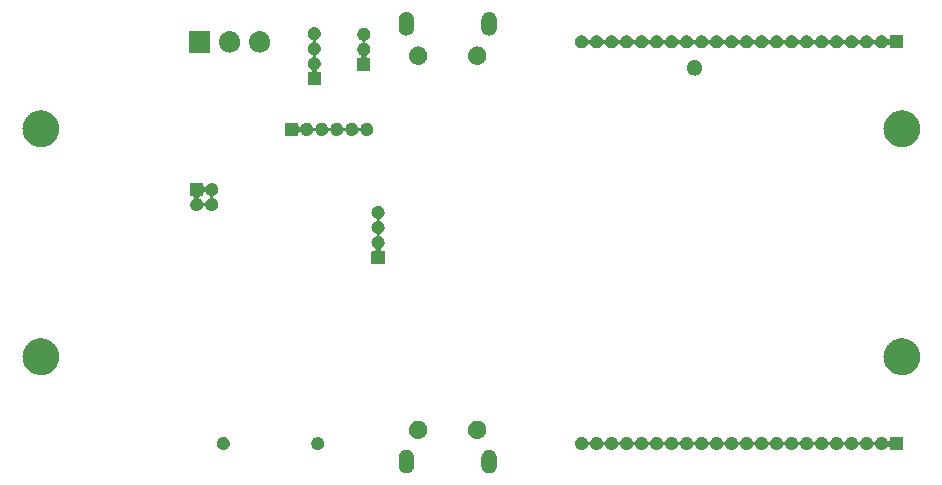
<source format=gbs>
G04 #@! TF.GenerationSoftware,KiCad,Pcbnew,(5.99.0-539-g3370e8996)*
G04 #@! TF.CreationDate,2019-12-31T23:23:20-05:00*
G04 #@! TF.ProjectId,node_base,6e6f6465-5f62-4617-9365-2e6b69636164,rev?*
G04 #@! TF.SameCoordinates,Original*
G04 #@! TF.FileFunction,Soldermask,Bot*
G04 #@! TF.FilePolarity,Negative*
%FSLAX46Y46*%
G04 Gerber Fmt 4.6, Leading zero omitted, Abs format (unit mm)*
G04 Created by KiCad (PCBNEW (5.99.0-539-g3370e8996)) date 2019-12-31 23:23:20*
%MOMM*%
%LPD*%
G04 APERTURE LIST*
G04 APERTURE END LIST*
G36*
X114518492Y-107534050D02*
G01*
X114541202Y-107532621D01*
X114599045Y-107543655D01*
X114649599Y-107549683D01*
X114671467Y-107557470D01*
X114702769Y-107563441D01*
X114747975Y-107584713D01*
X114787189Y-107598677D01*
X114814553Y-107616043D01*
X114851596Y-107633474D01*
X114883140Y-107659570D01*
X114910505Y-107676936D01*
X114939838Y-107706474D01*
X114978330Y-107738318D01*
X114997060Y-107764097D01*
X115013417Y-107780569D01*
X115040395Y-107823743D01*
X115075010Y-107871386D01*
X115083387Y-107892545D01*
X115090814Y-107904430D01*
X115110685Y-107961490D01*
X115135559Y-108024316D01*
X115137265Y-108037817D01*
X115138846Y-108042358D01*
X115146828Y-108113517D01*
X115151000Y-108146544D01*
X115151000Y-108921248D01*
X115136606Y-109041963D01*
X115115809Y-109099102D01*
X115110095Y-109129054D01*
X115094742Y-109156981D01*
X115086803Y-109178793D01*
X115059227Y-109221583D01*
X115030856Y-109273189D01*
X115015278Y-109289777D01*
X115007685Y-109301560D01*
X114964509Y-109343841D01*
X114918260Y-109393091D01*
X114906771Y-109400382D01*
X114903337Y-109403745D01*
X114842349Y-109441265D01*
X114779384Y-109481224D01*
X114708505Y-109504254D01*
X114640678Y-109527344D01*
X114635893Y-109527847D01*
X114622954Y-109532051D01*
X114555534Y-109536293D01*
X114495428Y-109542610D01*
X114481508Y-109540950D01*
X114458798Y-109542379D01*
X114400955Y-109531345D01*
X114350401Y-109525317D01*
X114328533Y-109517530D01*
X114297231Y-109511559D01*
X114252025Y-109490287D01*
X114212811Y-109476323D01*
X114185447Y-109458957D01*
X114148404Y-109441526D01*
X114116861Y-109415431D01*
X114089495Y-109398064D01*
X114060158Y-109368522D01*
X114021670Y-109336681D01*
X114002943Y-109310906D01*
X113986583Y-109294431D01*
X113959602Y-109251252D01*
X113924990Y-109203613D01*
X113916613Y-109182454D01*
X113909186Y-109170569D01*
X113889315Y-109113509D01*
X113864441Y-109050683D01*
X113862735Y-109037182D01*
X113861154Y-109032641D01*
X113853172Y-108961482D01*
X113849000Y-108928455D01*
X113849000Y-108153752D01*
X113863395Y-108033035D01*
X113884191Y-107975898D01*
X113889905Y-107945946D01*
X113905257Y-107918022D01*
X113913196Y-107896209D01*
X113940776Y-107853413D01*
X113969145Y-107801811D01*
X113984721Y-107785225D01*
X113992314Y-107773442D01*
X114035484Y-107731167D01*
X114081740Y-107681909D01*
X114093232Y-107674616D01*
X114096666Y-107671253D01*
X114157655Y-107633732D01*
X114220616Y-107593776D01*
X114291495Y-107570746D01*
X114359322Y-107547656D01*
X114364107Y-107547153D01*
X114377046Y-107542949D01*
X114444466Y-107538707D01*
X114504572Y-107532390D01*
X114518492Y-107534050D01*
G37*
G36*
X121518491Y-107534050D02*
G01*
X121541201Y-107532621D01*
X121599044Y-107543655D01*
X121649598Y-107549683D01*
X121671466Y-107557470D01*
X121702768Y-107563441D01*
X121747974Y-107584713D01*
X121787188Y-107598677D01*
X121814553Y-107616043D01*
X121851595Y-107633474D01*
X121883137Y-107659568D01*
X121910505Y-107676936D01*
X121939839Y-107706476D01*
X121978330Y-107738318D01*
X121997060Y-107764097D01*
X122013417Y-107780569D01*
X122040395Y-107823743D01*
X122075010Y-107871386D01*
X122083387Y-107892545D01*
X122090814Y-107904430D01*
X122110685Y-107961490D01*
X122135559Y-108024316D01*
X122137265Y-108037817D01*
X122138846Y-108042358D01*
X122146828Y-108113517D01*
X122151000Y-108146544D01*
X122151000Y-108921248D01*
X122136606Y-109041963D01*
X122115809Y-109099102D01*
X122110095Y-109129054D01*
X122094742Y-109156981D01*
X122086803Y-109178793D01*
X122059225Y-109221586D01*
X122030856Y-109273189D01*
X122015280Y-109289776D01*
X122007687Y-109301558D01*
X121964517Y-109343833D01*
X121918261Y-109393091D01*
X121906769Y-109400384D01*
X121903335Y-109403747D01*
X121842346Y-109441268D01*
X121779385Y-109481224D01*
X121708506Y-109504254D01*
X121640679Y-109527344D01*
X121635894Y-109527847D01*
X121622955Y-109532051D01*
X121555535Y-109536293D01*
X121495429Y-109542610D01*
X121481509Y-109540950D01*
X121458799Y-109542379D01*
X121400956Y-109531345D01*
X121350402Y-109525317D01*
X121328534Y-109517530D01*
X121297232Y-109511559D01*
X121252026Y-109490287D01*
X121212812Y-109476323D01*
X121185448Y-109458957D01*
X121148405Y-109441526D01*
X121116861Y-109415430D01*
X121089496Y-109398064D01*
X121060163Y-109368526D01*
X121021671Y-109336682D01*
X121002941Y-109310903D01*
X120986584Y-109294431D01*
X120959605Y-109251255D01*
X120924991Y-109203614D01*
X120916614Y-109182457D01*
X120909187Y-109170571D01*
X120889318Y-109113515D01*
X120864441Y-109050684D01*
X120862735Y-109037180D01*
X120861154Y-109032640D01*
X120853173Y-108961489D01*
X120849000Y-108928456D01*
X120849000Y-108153753D01*
X120863394Y-108033038D01*
X120884191Y-107975899D01*
X120889905Y-107945947D01*
X120905258Y-107918020D01*
X120913197Y-107896208D01*
X120940775Y-107853415D01*
X120969144Y-107801812D01*
X120984720Y-107785225D01*
X120992313Y-107773443D01*
X121035481Y-107731169D01*
X121081739Y-107681909D01*
X121093231Y-107674616D01*
X121096665Y-107671253D01*
X121157654Y-107633732D01*
X121220615Y-107593776D01*
X121291494Y-107570746D01*
X121359321Y-107547656D01*
X121364106Y-107547153D01*
X121377045Y-107542949D01*
X121444465Y-107538707D01*
X121504571Y-107532390D01*
X121518491Y-107534050D01*
G37*
G36*
X154747381Y-106446783D02*
G01*
X154770734Y-106445314D01*
X154821992Y-106456209D01*
X154865218Y-106461670D01*
X154886974Y-106470021D01*
X154918399Y-106476701D01*
X154957154Y-106496961D01*
X154989724Y-106509464D01*
X155015993Y-106527721D01*
X155052185Y-106546642D01*
X155077727Y-106570628D01*
X155099239Y-106585579D01*
X155126134Y-106616086D01*
X155162233Y-106649985D01*
X155175865Y-106672494D01*
X155187430Y-106685612D01*
X155209778Y-106728359D01*
X155258673Y-106779055D01*
X155327214Y-106795268D01*
X155393640Y-106771852D01*
X155436862Y-106716241D01*
X155445552Y-106670447D01*
X155445552Y-106512312D01*
X155451959Y-106480101D01*
X155463231Y-106463231D01*
X155480101Y-106451959D01*
X155512312Y-106445552D01*
X156487688Y-106445552D01*
X156519899Y-106451959D01*
X156536769Y-106463231D01*
X156548041Y-106480101D01*
X156554448Y-106512312D01*
X156554448Y-107487688D01*
X156551999Y-107500000D01*
X156548041Y-107519899D01*
X156536769Y-107536769D01*
X156519899Y-107548041D01*
X156500000Y-107551999D01*
X156487688Y-107554448D01*
X155512312Y-107554448D01*
X155480101Y-107548041D01*
X155463231Y-107536769D01*
X155451959Y-107519899D01*
X155445552Y-107487688D01*
X155445552Y-107329059D01*
X155425709Y-107261479D01*
X155372479Y-107215356D01*
X155302764Y-107205332D01*
X155238696Y-107234591D01*
X155215689Y-107263058D01*
X155204512Y-107280669D01*
X155180748Y-107323897D01*
X155168908Y-107336772D01*
X155154808Y-107358991D01*
X155118006Y-107392128D01*
X155090478Y-107422064D01*
X155068657Y-107436562D01*
X155042620Y-107460006D01*
X155006045Y-107478162D01*
X154979394Y-107495869D01*
X154946565Y-107507688D01*
X154907399Y-107527130D01*
X154875839Y-107533150D01*
X154853916Y-107541043D01*
X154810593Y-107545597D01*
X154759108Y-107555418D01*
X154735787Y-107553460D01*
X154721284Y-107554984D01*
X154669548Y-107547897D01*
X154608673Y-107542785D01*
X154594937Y-107537677D01*
X154589150Y-107536884D01*
X154532595Y-107514492D01*
X154467177Y-107490163D01*
X154408252Y-107447352D01*
X154356441Y-107410532D01*
X154354537Y-107408326D01*
X154345044Y-107401429D01*
X154305302Y-107351287D01*
X154269300Y-107309579D01*
X154264001Y-107299179D01*
X154251272Y-107283119D01*
X154229840Y-107232135D01*
X154206252Y-107185840D01*
X154157891Y-107134634D01*
X154089524Y-107117704D01*
X154022856Y-107140423D01*
X153984701Y-107195101D01*
X153982284Y-107193772D01*
X153970780Y-107214697D01*
X153965699Y-107231527D01*
X153934510Y-107280673D01*
X153910747Y-107323898D01*
X153898908Y-107336772D01*
X153884808Y-107358991D01*
X153848006Y-107392128D01*
X153820478Y-107422064D01*
X153798657Y-107436562D01*
X153772620Y-107460006D01*
X153736045Y-107478162D01*
X153709394Y-107495869D01*
X153676565Y-107507688D01*
X153637399Y-107527130D01*
X153605839Y-107533150D01*
X153583916Y-107541043D01*
X153540593Y-107545597D01*
X153489108Y-107555418D01*
X153465787Y-107553460D01*
X153451284Y-107554984D01*
X153399548Y-107547897D01*
X153338673Y-107542785D01*
X153324937Y-107537677D01*
X153319150Y-107536884D01*
X153262595Y-107514492D01*
X153197177Y-107490163D01*
X153138252Y-107447352D01*
X153086441Y-107410532D01*
X153084537Y-107408326D01*
X153075044Y-107401429D01*
X153035302Y-107351287D01*
X152999300Y-107309579D01*
X152994001Y-107299179D01*
X152981272Y-107283119D01*
X152959840Y-107232135D01*
X152936252Y-107185840D01*
X152887891Y-107134634D01*
X152819524Y-107117704D01*
X152752856Y-107140423D01*
X152714701Y-107195101D01*
X152712284Y-107193772D01*
X152700780Y-107214697D01*
X152695699Y-107231527D01*
X152664510Y-107280673D01*
X152640747Y-107323898D01*
X152628908Y-107336772D01*
X152614808Y-107358991D01*
X152578006Y-107392128D01*
X152550478Y-107422064D01*
X152528657Y-107436562D01*
X152502620Y-107460006D01*
X152466045Y-107478162D01*
X152439394Y-107495869D01*
X152406565Y-107507688D01*
X152367399Y-107527130D01*
X152335839Y-107533150D01*
X152313916Y-107541043D01*
X152270593Y-107545597D01*
X152219108Y-107555418D01*
X152195787Y-107553460D01*
X152181284Y-107554984D01*
X152129548Y-107547897D01*
X152068673Y-107542785D01*
X152054937Y-107537677D01*
X152049150Y-107536884D01*
X151992595Y-107514492D01*
X151927177Y-107490163D01*
X151868252Y-107447352D01*
X151816441Y-107410532D01*
X151814537Y-107408326D01*
X151805044Y-107401429D01*
X151765302Y-107351287D01*
X151729300Y-107309579D01*
X151724001Y-107299179D01*
X151711272Y-107283119D01*
X151689840Y-107232135D01*
X151666252Y-107185840D01*
X151617891Y-107134634D01*
X151549524Y-107117704D01*
X151482856Y-107140423D01*
X151444701Y-107195101D01*
X151442284Y-107193772D01*
X151430780Y-107214697D01*
X151425699Y-107231527D01*
X151394510Y-107280673D01*
X151370747Y-107323898D01*
X151358908Y-107336772D01*
X151344808Y-107358991D01*
X151308006Y-107392128D01*
X151280478Y-107422064D01*
X151258657Y-107436562D01*
X151232620Y-107460006D01*
X151196045Y-107478162D01*
X151169394Y-107495869D01*
X151136565Y-107507688D01*
X151097399Y-107527130D01*
X151065839Y-107533150D01*
X151043916Y-107541043D01*
X151000593Y-107545597D01*
X150949108Y-107555418D01*
X150925787Y-107553460D01*
X150911284Y-107554984D01*
X150859548Y-107547897D01*
X150798673Y-107542785D01*
X150784937Y-107537677D01*
X150779150Y-107536884D01*
X150722595Y-107514492D01*
X150657177Y-107490163D01*
X150598252Y-107447352D01*
X150546441Y-107410532D01*
X150544537Y-107408326D01*
X150535044Y-107401429D01*
X150495302Y-107351287D01*
X150459300Y-107309579D01*
X150454001Y-107299179D01*
X150441272Y-107283119D01*
X150419840Y-107232135D01*
X150396252Y-107185840D01*
X150347891Y-107134634D01*
X150279524Y-107117704D01*
X150212856Y-107140423D01*
X150174701Y-107195101D01*
X150172284Y-107193772D01*
X150160780Y-107214697D01*
X150155699Y-107231527D01*
X150124510Y-107280673D01*
X150100747Y-107323898D01*
X150088908Y-107336772D01*
X150074808Y-107358991D01*
X150038006Y-107392128D01*
X150010478Y-107422064D01*
X149988657Y-107436562D01*
X149962620Y-107460006D01*
X149926045Y-107478162D01*
X149899394Y-107495869D01*
X149866565Y-107507688D01*
X149827399Y-107527130D01*
X149795839Y-107533150D01*
X149773916Y-107541043D01*
X149730593Y-107545597D01*
X149679108Y-107555418D01*
X149655787Y-107553460D01*
X149641284Y-107554984D01*
X149589548Y-107547897D01*
X149528673Y-107542785D01*
X149514937Y-107537677D01*
X149509150Y-107536884D01*
X149452595Y-107514492D01*
X149387177Y-107490163D01*
X149328252Y-107447352D01*
X149276441Y-107410532D01*
X149274537Y-107408326D01*
X149265044Y-107401429D01*
X149225302Y-107351287D01*
X149189300Y-107309579D01*
X149184001Y-107299179D01*
X149171272Y-107283119D01*
X149149840Y-107232135D01*
X149126252Y-107185840D01*
X149077891Y-107134634D01*
X149009524Y-107117704D01*
X148942856Y-107140423D01*
X148904701Y-107195101D01*
X148902284Y-107193772D01*
X148890780Y-107214697D01*
X148885699Y-107231527D01*
X148854510Y-107280673D01*
X148830747Y-107323898D01*
X148818908Y-107336772D01*
X148804808Y-107358991D01*
X148768006Y-107392128D01*
X148740478Y-107422064D01*
X148718657Y-107436562D01*
X148692620Y-107460006D01*
X148656045Y-107478162D01*
X148629394Y-107495869D01*
X148596565Y-107507688D01*
X148557399Y-107527130D01*
X148525839Y-107533150D01*
X148503916Y-107541043D01*
X148460593Y-107545597D01*
X148409108Y-107555418D01*
X148385787Y-107553460D01*
X148371284Y-107554984D01*
X148319548Y-107547897D01*
X148258673Y-107542785D01*
X148244937Y-107537677D01*
X148239150Y-107536884D01*
X148182595Y-107514492D01*
X148117177Y-107490163D01*
X148058252Y-107447352D01*
X148006441Y-107410532D01*
X148004537Y-107408326D01*
X147995044Y-107401429D01*
X147955302Y-107351287D01*
X147919300Y-107309579D01*
X147914001Y-107299179D01*
X147901272Y-107283119D01*
X147879840Y-107232135D01*
X147856252Y-107185840D01*
X147807891Y-107134634D01*
X147739524Y-107117704D01*
X147672856Y-107140423D01*
X147634701Y-107195101D01*
X147632284Y-107193772D01*
X147620780Y-107214697D01*
X147615699Y-107231527D01*
X147584510Y-107280673D01*
X147560747Y-107323898D01*
X147548908Y-107336772D01*
X147534808Y-107358991D01*
X147498006Y-107392128D01*
X147470478Y-107422064D01*
X147448657Y-107436562D01*
X147422620Y-107460006D01*
X147386045Y-107478162D01*
X147359394Y-107495869D01*
X147326565Y-107507688D01*
X147287399Y-107527130D01*
X147255839Y-107533150D01*
X147233916Y-107541043D01*
X147190593Y-107545597D01*
X147139108Y-107555418D01*
X147115787Y-107553460D01*
X147101284Y-107554984D01*
X147049548Y-107547897D01*
X146988673Y-107542785D01*
X146974937Y-107537677D01*
X146969150Y-107536884D01*
X146912595Y-107514492D01*
X146847177Y-107490163D01*
X146788252Y-107447352D01*
X146736441Y-107410532D01*
X146734537Y-107408326D01*
X146725044Y-107401429D01*
X146685302Y-107351287D01*
X146649300Y-107309579D01*
X146644001Y-107299179D01*
X146631272Y-107283119D01*
X146609840Y-107232135D01*
X146586252Y-107185840D01*
X146537891Y-107134634D01*
X146469524Y-107117704D01*
X146402856Y-107140423D01*
X146364701Y-107195101D01*
X146362284Y-107193772D01*
X146350780Y-107214697D01*
X146345699Y-107231527D01*
X146314510Y-107280673D01*
X146290747Y-107323898D01*
X146278908Y-107336772D01*
X146264808Y-107358991D01*
X146228006Y-107392128D01*
X146200478Y-107422064D01*
X146178657Y-107436562D01*
X146152620Y-107460006D01*
X146116045Y-107478162D01*
X146089394Y-107495869D01*
X146056565Y-107507688D01*
X146017399Y-107527130D01*
X145985839Y-107533150D01*
X145963916Y-107541043D01*
X145920593Y-107545597D01*
X145869108Y-107555418D01*
X145845787Y-107553460D01*
X145831284Y-107554984D01*
X145779548Y-107547897D01*
X145718673Y-107542785D01*
X145704937Y-107537677D01*
X145699150Y-107536884D01*
X145642595Y-107514492D01*
X145577177Y-107490163D01*
X145518252Y-107447352D01*
X145466441Y-107410532D01*
X145464537Y-107408326D01*
X145455044Y-107401429D01*
X145415302Y-107351287D01*
X145379300Y-107309579D01*
X145374001Y-107299179D01*
X145361272Y-107283119D01*
X145339840Y-107232135D01*
X145316252Y-107185840D01*
X145267891Y-107134634D01*
X145199524Y-107117704D01*
X145132856Y-107140423D01*
X145094701Y-107195101D01*
X145092284Y-107193772D01*
X145080780Y-107214697D01*
X145075699Y-107231527D01*
X145044510Y-107280673D01*
X145020747Y-107323898D01*
X145008908Y-107336772D01*
X144994808Y-107358991D01*
X144958006Y-107392128D01*
X144930478Y-107422064D01*
X144908657Y-107436562D01*
X144882620Y-107460006D01*
X144846045Y-107478162D01*
X144819394Y-107495869D01*
X144786565Y-107507688D01*
X144747399Y-107527130D01*
X144715839Y-107533150D01*
X144693916Y-107541043D01*
X144650593Y-107545597D01*
X144599108Y-107555418D01*
X144575787Y-107553460D01*
X144561284Y-107554984D01*
X144509548Y-107547897D01*
X144448673Y-107542785D01*
X144434937Y-107537677D01*
X144429150Y-107536884D01*
X144372595Y-107514492D01*
X144307177Y-107490163D01*
X144248252Y-107447352D01*
X144196441Y-107410532D01*
X144194537Y-107408326D01*
X144185044Y-107401429D01*
X144145302Y-107351287D01*
X144109300Y-107309579D01*
X144104001Y-107299179D01*
X144091272Y-107283119D01*
X144069840Y-107232135D01*
X144046252Y-107185840D01*
X143997891Y-107134634D01*
X143929524Y-107117704D01*
X143862856Y-107140423D01*
X143824701Y-107195101D01*
X143822284Y-107193772D01*
X143810780Y-107214697D01*
X143805699Y-107231527D01*
X143774510Y-107280673D01*
X143750747Y-107323898D01*
X143738908Y-107336772D01*
X143724808Y-107358991D01*
X143688006Y-107392128D01*
X143660478Y-107422064D01*
X143638657Y-107436562D01*
X143612620Y-107460006D01*
X143576045Y-107478162D01*
X143549394Y-107495869D01*
X143516565Y-107507688D01*
X143477399Y-107527130D01*
X143445839Y-107533150D01*
X143423916Y-107541043D01*
X143380593Y-107545597D01*
X143329108Y-107555418D01*
X143305787Y-107553460D01*
X143291284Y-107554984D01*
X143239548Y-107547897D01*
X143178673Y-107542785D01*
X143164937Y-107537677D01*
X143159150Y-107536884D01*
X143102595Y-107514492D01*
X143037177Y-107490163D01*
X142978252Y-107447352D01*
X142926441Y-107410532D01*
X142924537Y-107408326D01*
X142915044Y-107401429D01*
X142875302Y-107351287D01*
X142839300Y-107309579D01*
X142834001Y-107299179D01*
X142821272Y-107283119D01*
X142799840Y-107232135D01*
X142776252Y-107185840D01*
X142727891Y-107134634D01*
X142659524Y-107117704D01*
X142592856Y-107140423D01*
X142554701Y-107195101D01*
X142552284Y-107193772D01*
X142540780Y-107214697D01*
X142535699Y-107231527D01*
X142504510Y-107280673D01*
X142480747Y-107323898D01*
X142468908Y-107336772D01*
X142454808Y-107358991D01*
X142418006Y-107392128D01*
X142390478Y-107422064D01*
X142368657Y-107436562D01*
X142342620Y-107460006D01*
X142306045Y-107478162D01*
X142279394Y-107495869D01*
X142246565Y-107507688D01*
X142207399Y-107527130D01*
X142175839Y-107533150D01*
X142153916Y-107541043D01*
X142110593Y-107545597D01*
X142059108Y-107555418D01*
X142035787Y-107553460D01*
X142021284Y-107554984D01*
X141969548Y-107547897D01*
X141908673Y-107542785D01*
X141894937Y-107537677D01*
X141889150Y-107536884D01*
X141832595Y-107514492D01*
X141767177Y-107490163D01*
X141708252Y-107447352D01*
X141656441Y-107410532D01*
X141654537Y-107408326D01*
X141645044Y-107401429D01*
X141605302Y-107351287D01*
X141569300Y-107309579D01*
X141564001Y-107299179D01*
X141551272Y-107283119D01*
X141529840Y-107232135D01*
X141506252Y-107185840D01*
X141457891Y-107134634D01*
X141389524Y-107117704D01*
X141322856Y-107140423D01*
X141284701Y-107195101D01*
X141282284Y-107193772D01*
X141270780Y-107214697D01*
X141265699Y-107231527D01*
X141234510Y-107280673D01*
X141210747Y-107323898D01*
X141198908Y-107336772D01*
X141184808Y-107358991D01*
X141148006Y-107392128D01*
X141120478Y-107422064D01*
X141098657Y-107436562D01*
X141072620Y-107460006D01*
X141036045Y-107478162D01*
X141009394Y-107495869D01*
X140976565Y-107507688D01*
X140937399Y-107527130D01*
X140905839Y-107533150D01*
X140883916Y-107541043D01*
X140840593Y-107545597D01*
X140789108Y-107555418D01*
X140765787Y-107553460D01*
X140751284Y-107554984D01*
X140699548Y-107547897D01*
X140638673Y-107542785D01*
X140624937Y-107537677D01*
X140619150Y-107536884D01*
X140562595Y-107514492D01*
X140497177Y-107490163D01*
X140438252Y-107447352D01*
X140386441Y-107410532D01*
X140384537Y-107408326D01*
X140375044Y-107401429D01*
X140335302Y-107351287D01*
X140299300Y-107309579D01*
X140294001Y-107299179D01*
X140281272Y-107283119D01*
X140259840Y-107232135D01*
X140236252Y-107185840D01*
X140187891Y-107134634D01*
X140119524Y-107117704D01*
X140052856Y-107140423D01*
X140014701Y-107195101D01*
X140012284Y-107193772D01*
X140000780Y-107214697D01*
X139995699Y-107231527D01*
X139964510Y-107280673D01*
X139940747Y-107323898D01*
X139928908Y-107336772D01*
X139914808Y-107358991D01*
X139878006Y-107392128D01*
X139850478Y-107422064D01*
X139828657Y-107436562D01*
X139802620Y-107460006D01*
X139766045Y-107478162D01*
X139739394Y-107495869D01*
X139706565Y-107507688D01*
X139667399Y-107527130D01*
X139635839Y-107533150D01*
X139613916Y-107541043D01*
X139570593Y-107545597D01*
X139519108Y-107555418D01*
X139495787Y-107553460D01*
X139481284Y-107554984D01*
X139429548Y-107547897D01*
X139368673Y-107542785D01*
X139354937Y-107537677D01*
X139349150Y-107536884D01*
X139292595Y-107514492D01*
X139227177Y-107490163D01*
X139168252Y-107447352D01*
X139116441Y-107410532D01*
X139114537Y-107408326D01*
X139105044Y-107401429D01*
X139065302Y-107351287D01*
X139029300Y-107309579D01*
X139024001Y-107299179D01*
X139011272Y-107283119D01*
X138989840Y-107232135D01*
X138966252Y-107185840D01*
X138917891Y-107134634D01*
X138849524Y-107117704D01*
X138782856Y-107140423D01*
X138744701Y-107195101D01*
X138742284Y-107193772D01*
X138730780Y-107214697D01*
X138725699Y-107231527D01*
X138694510Y-107280673D01*
X138670747Y-107323898D01*
X138658908Y-107336772D01*
X138644808Y-107358991D01*
X138608006Y-107392128D01*
X138580478Y-107422064D01*
X138558657Y-107436562D01*
X138532620Y-107460006D01*
X138496045Y-107478162D01*
X138469394Y-107495869D01*
X138436565Y-107507688D01*
X138397399Y-107527130D01*
X138365839Y-107533150D01*
X138343916Y-107541043D01*
X138300593Y-107545597D01*
X138249108Y-107555418D01*
X138225787Y-107553460D01*
X138211284Y-107554984D01*
X138159548Y-107547897D01*
X138098673Y-107542785D01*
X138084937Y-107537677D01*
X138079150Y-107536884D01*
X138022595Y-107514492D01*
X137957177Y-107490163D01*
X137898252Y-107447352D01*
X137846441Y-107410532D01*
X137844537Y-107408326D01*
X137835044Y-107401429D01*
X137795302Y-107351287D01*
X137759300Y-107309579D01*
X137754001Y-107299179D01*
X137741272Y-107283119D01*
X137719840Y-107232135D01*
X137696252Y-107185840D01*
X137647891Y-107134634D01*
X137579524Y-107117704D01*
X137512856Y-107140423D01*
X137474701Y-107195101D01*
X137472284Y-107193772D01*
X137460780Y-107214697D01*
X137455699Y-107231527D01*
X137424510Y-107280673D01*
X137400747Y-107323898D01*
X137388908Y-107336772D01*
X137374808Y-107358991D01*
X137338006Y-107392128D01*
X137310478Y-107422064D01*
X137288657Y-107436562D01*
X137262620Y-107460006D01*
X137226045Y-107478162D01*
X137199394Y-107495869D01*
X137166565Y-107507688D01*
X137127399Y-107527130D01*
X137095839Y-107533150D01*
X137073916Y-107541043D01*
X137030593Y-107545597D01*
X136979108Y-107555418D01*
X136955787Y-107553460D01*
X136941284Y-107554984D01*
X136889548Y-107547897D01*
X136828673Y-107542785D01*
X136814937Y-107537677D01*
X136809150Y-107536884D01*
X136752595Y-107514492D01*
X136687177Y-107490163D01*
X136628252Y-107447352D01*
X136576441Y-107410532D01*
X136574537Y-107408326D01*
X136565044Y-107401429D01*
X136525302Y-107351287D01*
X136489300Y-107309579D01*
X136484001Y-107299179D01*
X136471272Y-107283119D01*
X136449840Y-107232135D01*
X136426252Y-107185840D01*
X136377891Y-107134634D01*
X136309524Y-107117704D01*
X136242856Y-107140423D01*
X136204701Y-107195101D01*
X136202284Y-107193772D01*
X136190780Y-107214697D01*
X136185699Y-107231527D01*
X136154510Y-107280673D01*
X136130747Y-107323898D01*
X136118908Y-107336772D01*
X136104808Y-107358991D01*
X136068006Y-107392128D01*
X136040478Y-107422064D01*
X136018657Y-107436562D01*
X135992620Y-107460006D01*
X135956045Y-107478162D01*
X135929394Y-107495869D01*
X135896565Y-107507688D01*
X135857399Y-107527130D01*
X135825839Y-107533150D01*
X135803916Y-107541043D01*
X135760593Y-107545597D01*
X135709108Y-107555418D01*
X135685787Y-107553460D01*
X135671284Y-107554984D01*
X135619548Y-107547897D01*
X135558673Y-107542785D01*
X135544937Y-107537677D01*
X135539150Y-107536884D01*
X135482595Y-107514492D01*
X135417177Y-107490163D01*
X135358252Y-107447352D01*
X135306441Y-107410532D01*
X135304537Y-107408326D01*
X135295044Y-107401429D01*
X135255302Y-107351287D01*
X135219300Y-107309579D01*
X135214001Y-107299179D01*
X135201272Y-107283119D01*
X135179840Y-107232135D01*
X135156252Y-107185840D01*
X135107891Y-107134634D01*
X135039524Y-107117704D01*
X134972856Y-107140423D01*
X134934701Y-107195101D01*
X134932284Y-107193772D01*
X134920780Y-107214697D01*
X134915699Y-107231527D01*
X134884510Y-107280673D01*
X134860747Y-107323898D01*
X134848908Y-107336772D01*
X134834808Y-107358991D01*
X134798006Y-107392128D01*
X134770478Y-107422064D01*
X134748657Y-107436562D01*
X134722620Y-107460006D01*
X134686045Y-107478162D01*
X134659394Y-107495869D01*
X134626565Y-107507688D01*
X134587399Y-107527130D01*
X134555839Y-107533150D01*
X134533916Y-107541043D01*
X134490593Y-107545597D01*
X134439108Y-107555418D01*
X134415787Y-107553460D01*
X134401284Y-107554984D01*
X134349548Y-107547897D01*
X134288673Y-107542785D01*
X134274937Y-107537677D01*
X134269150Y-107536884D01*
X134212595Y-107514492D01*
X134147177Y-107490163D01*
X134088252Y-107447352D01*
X134036441Y-107410532D01*
X134034537Y-107408326D01*
X134025044Y-107401429D01*
X133985302Y-107351287D01*
X133949300Y-107309579D01*
X133944001Y-107299179D01*
X133931272Y-107283119D01*
X133909840Y-107232135D01*
X133886252Y-107185840D01*
X133837891Y-107134634D01*
X133769524Y-107117704D01*
X133702856Y-107140423D01*
X133664701Y-107195101D01*
X133662284Y-107193772D01*
X133650780Y-107214697D01*
X133645699Y-107231527D01*
X133614510Y-107280673D01*
X133590747Y-107323898D01*
X133578908Y-107336772D01*
X133564808Y-107358991D01*
X133528006Y-107392128D01*
X133500478Y-107422064D01*
X133478657Y-107436562D01*
X133452620Y-107460006D01*
X133416045Y-107478162D01*
X133389394Y-107495869D01*
X133356565Y-107507688D01*
X133317399Y-107527130D01*
X133285839Y-107533150D01*
X133263916Y-107541043D01*
X133220593Y-107545597D01*
X133169108Y-107555418D01*
X133145787Y-107553460D01*
X133131284Y-107554984D01*
X133079548Y-107547897D01*
X133018673Y-107542785D01*
X133004937Y-107537677D01*
X132999150Y-107536884D01*
X132942595Y-107514492D01*
X132877177Y-107490163D01*
X132818252Y-107447352D01*
X132766441Y-107410532D01*
X132764537Y-107408326D01*
X132755044Y-107401429D01*
X132715302Y-107351287D01*
X132679300Y-107309579D01*
X132674001Y-107299179D01*
X132661272Y-107283119D01*
X132639840Y-107232135D01*
X132616252Y-107185840D01*
X132567891Y-107134634D01*
X132499524Y-107117704D01*
X132432856Y-107140423D01*
X132394701Y-107195101D01*
X132392284Y-107193772D01*
X132380780Y-107214697D01*
X132375699Y-107231527D01*
X132344510Y-107280673D01*
X132320747Y-107323898D01*
X132308908Y-107336772D01*
X132294808Y-107358991D01*
X132258006Y-107392128D01*
X132230478Y-107422064D01*
X132208657Y-107436562D01*
X132182620Y-107460006D01*
X132146045Y-107478162D01*
X132119394Y-107495869D01*
X132086565Y-107507688D01*
X132047399Y-107527130D01*
X132015839Y-107533150D01*
X131993916Y-107541043D01*
X131950593Y-107545597D01*
X131899108Y-107555418D01*
X131875787Y-107553460D01*
X131861284Y-107554984D01*
X131809548Y-107547897D01*
X131748673Y-107542785D01*
X131734937Y-107537677D01*
X131729150Y-107536884D01*
X131672595Y-107514492D01*
X131607177Y-107490163D01*
X131548252Y-107447352D01*
X131496441Y-107410532D01*
X131494537Y-107408326D01*
X131485044Y-107401429D01*
X131445302Y-107351287D01*
X131409300Y-107309579D01*
X131404001Y-107299179D01*
X131391272Y-107283119D01*
X131369840Y-107232135D01*
X131346252Y-107185840D01*
X131297891Y-107134634D01*
X131229524Y-107117704D01*
X131162856Y-107140423D01*
X131124701Y-107195101D01*
X131122284Y-107193772D01*
X131110780Y-107214697D01*
X131105699Y-107231527D01*
X131074510Y-107280673D01*
X131050747Y-107323898D01*
X131038908Y-107336772D01*
X131024808Y-107358991D01*
X130988006Y-107392128D01*
X130960478Y-107422064D01*
X130938657Y-107436562D01*
X130912620Y-107460006D01*
X130876045Y-107478162D01*
X130849394Y-107495869D01*
X130816565Y-107507688D01*
X130777399Y-107527130D01*
X130745839Y-107533150D01*
X130723916Y-107541043D01*
X130680593Y-107545597D01*
X130629108Y-107555418D01*
X130605787Y-107553460D01*
X130591284Y-107554984D01*
X130539548Y-107547897D01*
X130478673Y-107542785D01*
X130464937Y-107537677D01*
X130459150Y-107536884D01*
X130402595Y-107514492D01*
X130337177Y-107490163D01*
X130278252Y-107447352D01*
X130226441Y-107410532D01*
X130224537Y-107408326D01*
X130215044Y-107401429D01*
X130175302Y-107351287D01*
X130139300Y-107309579D01*
X130134001Y-107299179D01*
X130121272Y-107283119D01*
X130099840Y-107232135D01*
X130076252Y-107185840D01*
X130027891Y-107134634D01*
X129959524Y-107117704D01*
X129892856Y-107140423D01*
X129854701Y-107195101D01*
X129852284Y-107193772D01*
X129840780Y-107214697D01*
X129835699Y-107231527D01*
X129804510Y-107280673D01*
X129780747Y-107323898D01*
X129768908Y-107336772D01*
X129754808Y-107358991D01*
X129718006Y-107392128D01*
X129690478Y-107422064D01*
X129668657Y-107436562D01*
X129642620Y-107460006D01*
X129606045Y-107478162D01*
X129579394Y-107495869D01*
X129546565Y-107507688D01*
X129507399Y-107527130D01*
X129475839Y-107533150D01*
X129453916Y-107541043D01*
X129410593Y-107545597D01*
X129359108Y-107555418D01*
X129335787Y-107553460D01*
X129321284Y-107554984D01*
X129269548Y-107547897D01*
X129208673Y-107542785D01*
X129194937Y-107537677D01*
X129189150Y-107536884D01*
X129132595Y-107514492D01*
X129067177Y-107490163D01*
X129008252Y-107447352D01*
X128956441Y-107410532D01*
X128954537Y-107408326D01*
X128945044Y-107401429D01*
X128905302Y-107351287D01*
X128869300Y-107309579D01*
X128864001Y-107299179D01*
X128851272Y-107283119D01*
X128829838Y-107232129D01*
X128808754Y-107190749D01*
X128804096Y-107170892D01*
X128792771Y-107143950D01*
X128786928Y-107097696D01*
X128778299Y-107060909D01*
X128778604Y-107031808D01*
X128773850Y-106994176D01*
X128779392Y-106956647D01*
X128779697Y-106927552D01*
X128789092Y-106890961D01*
X128795904Y-106844831D01*
X128807791Y-106818132D01*
X128812864Y-106798375D01*
X128834815Y-106757436D01*
X128857307Y-106706918D01*
X128870366Y-106691132D01*
X128875883Y-106680843D01*
X128912753Y-106639895D01*
X128953535Y-106590598D01*
X128963171Y-106583901D01*
X128965122Y-106581734D01*
X129017700Y-106546002D01*
X129077500Y-106504440D01*
X129143435Y-106481479D01*
X129200424Y-106460285D01*
X129206223Y-106459614D01*
X129220067Y-106454793D01*
X129281037Y-106450957D01*
X129332909Y-106444955D01*
X129347381Y-106446783D01*
X129370734Y-106445314D01*
X129421992Y-106456209D01*
X129465218Y-106461670D01*
X129486974Y-106470021D01*
X129518399Y-106476701D01*
X129557154Y-106496961D01*
X129589724Y-106509464D01*
X129615993Y-106527721D01*
X129652185Y-106546642D01*
X129677727Y-106570628D01*
X129699239Y-106585579D01*
X129726135Y-106616086D01*
X129762233Y-106649985D01*
X129775865Y-106672493D01*
X129787433Y-106685615D01*
X129810288Y-106729333D01*
X129840437Y-106779114D01*
X129845164Y-106796043D01*
X129854110Y-106813156D01*
X129903004Y-106863852D01*
X129971545Y-106880065D01*
X130037971Y-106856649D01*
X130070536Y-106808930D01*
X130075715Y-106811707D01*
X130104816Y-106757433D01*
X130127307Y-106706918D01*
X130140366Y-106691132D01*
X130145883Y-106680843D01*
X130182753Y-106639895D01*
X130223535Y-106590598D01*
X130233171Y-106583901D01*
X130235122Y-106581734D01*
X130287700Y-106546002D01*
X130347500Y-106504440D01*
X130413435Y-106481479D01*
X130470424Y-106460285D01*
X130476223Y-106459614D01*
X130490067Y-106454793D01*
X130551037Y-106450957D01*
X130602909Y-106444955D01*
X130617381Y-106446783D01*
X130640734Y-106445314D01*
X130691992Y-106456209D01*
X130735218Y-106461670D01*
X130756974Y-106470021D01*
X130788399Y-106476701D01*
X130827154Y-106496961D01*
X130859724Y-106509464D01*
X130885993Y-106527721D01*
X130922185Y-106546642D01*
X130947727Y-106570628D01*
X130969239Y-106585579D01*
X130996135Y-106616086D01*
X131032233Y-106649985D01*
X131045865Y-106672493D01*
X131057433Y-106685615D01*
X131080288Y-106729333D01*
X131110437Y-106779114D01*
X131115164Y-106796043D01*
X131124110Y-106813156D01*
X131173004Y-106863852D01*
X131241545Y-106880065D01*
X131307971Y-106856649D01*
X131340536Y-106808930D01*
X131345715Y-106811707D01*
X131374816Y-106757433D01*
X131397307Y-106706918D01*
X131410366Y-106691132D01*
X131415883Y-106680843D01*
X131452753Y-106639895D01*
X131493535Y-106590598D01*
X131503171Y-106583901D01*
X131505122Y-106581734D01*
X131557700Y-106546002D01*
X131617500Y-106504440D01*
X131683435Y-106481479D01*
X131740424Y-106460285D01*
X131746223Y-106459614D01*
X131760067Y-106454793D01*
X131821037Y-106450957D01*
X131872909Y-106444955D01*
X131887381Y-106446783D01*
X131910734Y-106445314D01*
X131961992Y-106456209D01*
X132005218Y-106461670D01*
X132026974Y-106470021D01*
X132058399Y-106476701D01*
X132097154Y-106496961D01*
X132129724Y-106509464D01*
X132155993Y-106527721D01*
X132192185Y-106546642D01*
X132217727Y-106570628D01*
X132239239Y-106585579D01*
X132266135Y-106616086D01*
X132302233Y-106649985D01*
X132315865Y-106672493D01*
X132327433Y-106685615D01*
X132350288Y-106729333D01*
X132380437Y-106779114D01*
X132385164Y-106796043D01*
X132394110Y-106813156D01*
X132443004Y-106863852D01*
X132511545Y-106880065D01*
X132577971Y-106856649D01*
X132610536Y-106808930D01*
X132615715Y-106811707D01*
X132644816Y-106757433D01*
X132667307Y-106706918D01*
X132680366Y-106691132D01*
X132685883Y-106680843D01*
X132722753Y-106639895D01*
X132763535Y-106590598D01*
X132773171Y-106583901D01*
X132775122Y-106581734D01*
X132827700Y-106546002D01*
X132887500Y-106504440D01*
X132953435Y-106481479D01*
X133010424Y-106460285D01*
X133016223Y-106459614D01*
X133030067Y-106454793D01*
X133091037Y-106450957D01*
X133142909Y-106444955D01*
X133157381Y-106446783D01*
X133180734Y-106445314D01*
X133231992Y-106456209D01*
X133275218Y-106461670D01*
X133296974Y-106470021D01*
X133328399Y-106476701D01*
X133367154Y-106496961D01*
X133399724Y-106509464D01*
X133425993Y-106527721D01*
X133462185Y-106546642D01*
X133487727Y-106570628D01*
X133509239Y-106585579D01*
X133536135Y-106616086D01*
X133572233Y-106649985D01*
X133585865Y-106672493D01*
X133597433Y-106685615D01*
X133620288Y-106729333D01*
X133650437Y-106779114D01*
X133655164Y-106796043D01*
X133664110Y-106813156D01*
X133713004Y-106863852D01*
X133781545Y-106880065D01*
X133847971Y-106856649D01*
X133880536Y-106808930D01*
X133885715Y-106811707D01*
X133914816Y-106757433D01*
X133937307Y-106706918D01*
X133950366Y-106691132D01*
X133955883Y-106680843D01*
X133992753Y-106639895D01*
X134033535Y-106590598D01*
X134043171Y-106583901D01*
X134045122Y-106581734D01*
X134097700Y-106546002D01*
X134157500Y-106504440D01*
X134223435Y-106481479D01*
X134280424Y-106460285D01*
X134286223Y-106459614D01*
X134300067Y-106454793D01*
X134361037Y-106450957D01*
X134412909Y-106444955D01*
X134427381Y-106446783D01*
X134450734Y-106445314D01*
X134501992Y-106456209D01*
X134545218Y-106461670D01*
X134566974Y-106470021D01*
X134598399Y-106476701D01*
X134637154Y-106496961D01*
X134669724Y-106509464D01*
X134695993Y-106527721D01*
X134732185Y-106546642D01*
X134757727Y-106570628D01*
X134779239Y-106585579D01*
X134806135Y-106616086D01*
X134842233Y-106649985D01*
X134855865Y-106672493D01*
X134867433Y-106685615D01*
X134890288Y-106729333D01*
X134920437Y-106779114D01*
X134925164Y-106796043D01*
X134934110Y-106813156D01*
X134983004Y-106863852D01*
X135051545Y-106880065D01*
X135117971Y-106856649D01*
X135150536Y-106808930D01*
X135155715Y-106811707D01*
X135184816Y-106757433D01*
X135207307Y-106706918D01*
X135220366Y-106691132D01*
X135225883Y-106680843D01*
X135262753Y-106639895D01*
X135303535Y-106590598D01*
X135313171Y-106583901D01*
X135315122Y-106581734D01*
X135367700Y-106546002D01*
X135427500Y-106504440D01*
X135493435Y-106481479D01*
X135550424Y-106460285D01*
X135556223Y-106459614D01*
X135570067Y-106454793D01*
X135631037Y-106450957D01*
X135682909Y-106444955D01*
X135697381Y-106446783D01*
X135720734Y-106445314D01*
X135771992Y-106456209D01*
X135815218Y-106461670D01*
X135836974Y-106470021D01*
X135868399Y-106476701D01*
X135907154Y-106496961D01*
X135939724Y-106509464D01*
X135965993Y-106527721D01*
X136002185Y-106546642D01*
X136027727Y-106570628D01*
X136049239Y-106585579D01*
X136076135Y-106616086D01*
X136112233Y-106649985D01*
X136125865Y-106672493D01*
X136137433Y-106685615D01*
X136160288Y-106729333D01*
X136190437Y-106779114D01*
X136195164Y-106796043D01*
X136204110Y-106813156D01*
X136253004Y-106863852D01*
X136321545Y-106880065D01*
X136387971Y-106856649D01*
X136420536Y-106808930D01*
X136425715Y-106811707D01*
X136454816Y-106757433D01*
X136477307Y-106706918D01*
X136490366Y-106691132D01*
X136495883Y-106680843D01*
X136532753Y-106639895D01*
X136573535Y-106590598D01*
X136583171Y-106583901D01*
X136585122Y-106581734D01*
X136637700Y-106546002D01*
X136697500Y-106504440D01*
X136763435Y-106481479D01*
X136820424Y-106460285D01*
X136826223Y-106459614D01*
X136840067Y-106454793D01*
X136901037Y-106450957D01*
X136952909Y-106444955D01*
X136967381Y-106446783D01*
X136990734Y-106445314D01*
X137041992Y-106456209D01*
X137085218Y-106461670D01*
X137106974Y-106470021D01*
X137138399Y-106476701D01*
X137177154Y-106496961D01*
X137209724Y-106509464D01*
X137235993Y-106527721D01*
X137272185Y-106546642D01*
X137297727Y-106570628D01*
X137319239Y-106585579D01*
X137346135Y-106616086D01*
X137382233Y-106649985D01*
X137395865Y-106672493D01*
X137407433Y-106685615D01*
X137430288Y-106729333D01*
X137460437Y-106779114D01*
X137465164Y-106796043D01*
X137474110Y-106813156D01*
X137523004Y-106863852D01*
X137591545Y-106880065D01*
X137657971Y-106856649D01*
X137690536Y-106808930D01*
X137695715Y-106811707D01*
X137724816Y-106757433D01*
X137747307Y-106706918D01*
X137760366Y-106691132D01*
X137765883Y-106680843D01*
X137802753Y-106639895D01*
X137843535Y-106590598D01*
X137853171Y-106583901D01*
X137855122Y-106581734D01*
X137907700Y-106546002D01*
X137967500Y-106504440D01*
X138033435Y-106481479D01*
X138090424Y-106460285D01*
X138096223Y-106459614D01*
X138110067Y-106454793D01*
X138171037Y-106450957D01*
X138222909Y-106444955D01*
X138237381Y-106446783D01*
X138260734Y-106445314D01*
X138311992Y-106456209D01*
X138355218Y-106461670D01*
X138376974Y-106470021D01*
X138408399Y-106476701D01*
X138447154Y-106496961D01*
X138479724Y-106509464D01*
X138505993Y-106527721D01*
X138542185Y-106546642D01*
X138567727Y-106570628D01*
X138589239Y-106585579D01*
X138616135Y-106616086D01*
X138652233Y-106649985D01*
X138665865Y-106672493D01*
X138677433Y-106685615D01*
X138700288Y-106729333D01*
X138730437Y-106779114D01*
X138735164Y-106796043D01*
X138744110Y-106813156D01*
X138793004Y-106863852D01*
X138861545Y-106880065D01*
X138927971Y-106856649D01*
X138960536Y-106808930D01*
X138965715Y-106811707D01*
X138994816Y-106757433D01*
X139017307Y-106706918D01*
X139030366Y-106691132D01*
X139035883Y-106680843D01*
X139072753Y-106639895D01*
X139113535Y-106590598D01*
X139123171Y-106583901D01*
X139125122Y-106581734D01*
X139177700Y-106546002D01*
X139237500Y-106504440D01*
X139303435Y-106481479D01*
X139360424Y-106460285D01*
X139366223Y-106459614D01*
X139380067Y-106454793D01*
X139441037Y-106450957D01*
X139492909Y-106444955D01*
X139507381Y-106446783D01*
X139530734Y-106445314D01*
X139581992Y-106456209D01*
X139625218Y-106461670D01*
X139646974Y-106470021D01*
X139678399Y-106476701D01*
X139717154Y-106496961D01*
X139749724Y-106509464D01*
X139775993Y-106527721D01*
X139812185Y-106546642D01*
X139837727Y-106570628D01*
X139859239Y-106585579D01*
X139886135Y-106616086D01*
X139922233Y-106649985D01*
X139935865Y-106672493D01*
X139947433Y-106685615D01*
X139970288Y-106729333D01*
X140000437Y-106779114D01*
X140005164Y-106796043D01*
X140014110Y-106813156D01*
X140063004Y-106863852D01*
X140131545Y-106880065D01*
X140197971Y-106856649D01*
X140230536Y-106808930D01*
X140235715Y-106811707D01*
X140264816Y-106757433D01*
X140287307Y-106706918D01*
X140300366Y-106691132D01*
X140305883Y-106680843D01*
X140342753Y-106639895D01*
X140383535Y-106590598D01*
X140393171Y-106583901D01*
X140395122Y-106581734D01*
X140447700Y-106546002D01*
X140507500Y-106504440D01*
X140573435Y-106481479D01*
X140630424Y-106460285D01*
X140636223Y-106459614D01*
X140650067Y-106454793D01*
X140711037Y-106450957D01*
X140762909Y-106444955D01*
X140777381Y-106446783D01*
X140800734Y-106445314D01*
X140851992Y-106456209D01*
X140895218Y-106461670D01*
X140916974Y-106470021D01*
X140948399Y-106476701D01*
X140987154Y-106496961D01*
X141019724Y-106509464D01*
X141045993Y-106527721D01*
X141082185Y-106546642D01*
X141107727Y-106570628D01*
X141129239Y-106585579D01*
X141156135Y-106616086D01*
X141192233Y-106649985D01*
X141205865Y-106672493D01*
X141217433Y-106685615D01*
X141240288Y-106729333D01*
X141270437Y-106779114D01*
X141275164Y-106796043D01*
X141284110Y-106813156D01*
X141333004Y-106863852D01*
X141401545Y-106880065D01*
X141467971Y-106856649D01*
X141500536Y-106808930D01*
X141505715Y-106811707D01*
X141534816Y-106757433D01*
X141557307Y-106706918D01*
X141570366Y-106691132D01*
X141575883Y-106680843D01*
X141612753Y-106639895D01*
X141653535Y-106590598D01*
X141663171Y-106583901D01*
X141665122Y-106581734D01*
X141717700Y-106546002D01*
X141777500Y-106504440D01*
X141843435Y-106481479D01*
X141900424Y-106460285D01*
X141906223Y-106459614D01*
X141920067Y-106454793D01*
X141981037Y-106450957D01*
X142032909Y-106444955D01*
X142047381Y-106446783D01*
X142070734Y-106445314D01*
X142121992Y-106456209D01*
X142165218Y-106461670D01*
X142186974Y-106470021D01*
X142218399Y-106476701D01*
X142257154Y-106496961D01*
X142289724Y-106509464D01*
X142315993Y-106527721D01*
X142352185Y-106546642D01*
X142377727Y-106570628D01*
X142399239Y-106585579D01*
X142426135Y-106616086D01*
X142462233Y-106649985D01*
X142475865Y-106672493D01*
X142487433Y-106685615D01*
X142510288Y-106729333D01*
X142540437Y-106779114D01*
X142545164Y-106796043D01*
X142554110Y-106813156D01*
X142603004Y-106863852D01*
X142671545Y-106880065D01*
X142737971Y-106856649D01*
X142770536Y-106808930D01*
X142775715Y-106811707D01*
X142804816Y-106757433D01*
X142827307Y-106706918D01*
X142840366Y-106691132D01*
X142845883Y-106680843D01*
X142882753Y-106639895D01*
X142923535Y-106590598D01*
X142933171Y-106583901D01*
X142935122Y-106581734D01*
X142987700Y-106546002D01*
X143047500Y-106504440D01*
X143113435Y-106481479D01*
X143170424Y-106460285D01*
X143176223Y-106459614D01*
X143190067Y-106454793D01*
X143251037Y-106450957D01*
X143302909Y-106444955D01*
X143317381Y-106446783D01*
X143340734Y-106445314D01*
X143391992Y-106456209D01*
X143435218Y-106461670D01*
X143456974Y-106470021D01*
X143488399Y-106476701D01*
X143527154Y-106496961D01*
X143559724Y-106509464D01*
X143585993Y-106527721D01*
X143622185Y-106546642D01*
X143647727Y-106570628D01*
X143669239Y-106585579D01*
X143696135Y-106616086D01*
X143732233Y-106649985D01*
X143745865Y-106672493D01*
X143757433Y-106685615D01*
X143780288Y-106729333D01*
X143810437Y-106779114D01*
X143815164Y-106796043D01*
X143824110Y-106813156D01*
X143873004Y-106863852D01*
X143941545Y-106880065D01*
X144007971Y-106856649D01*
X144040536Y-106808930D01*
X144045715Y-106811707D01*
X144074816Y-106757433D01*
X144097307Y-106706918D01*
X144110366Y-106691132D01*
X144115883Y-106680843D01*
X144152753Y-106639895D01*
X144193535Y-106590598D01*
X144203171Y-106583901D01*
X144205122Y-106581734D01*
X144257700Y-106546002D01*
X144317500Y-106504440D01*
X144383435Y-106481479D01*
X144440424Y-106460285D01*
X144446223Y-106459614D01*
X144460067Y-106454793D01*
X144521037Y-106450957D01*
X144572909Y-106444955D01*
X144587381Y-106446783D01*
X144610734Y-106445314D01*
X144661992Y-106456209D01*
X144705218Y-106461670D01*
X144726974Y-106470021D01*
X144758399Y-106476701D01*
X144797154Y-106496961D01*
X144829724Y-106509464D01*
X144855993Y-106527721D01*
X144892185Y-106546642D01*
X144917727Y-106570628D01*
X144939239Y-106585579D01*
X144966135Y-106616086D01*
X145002233Y-106649985D01*
X145015865Y-106672493D01*
X145027433Y-106685615D01*
X145050288Y-106729333D01*
X145080437Y-106779114D01*
X145085164Y-106796043D01*
X145094110Y-106813156D01*
X145143004Y-106863852D01*
X145211545Y-106880065D01*
X145277971Y-106856649D01*
X145310536Y-106808930D01*
X145315715Y-106811707D01*
X145344816Y-106757433D01*
X145367307Y-106706918D01*
X145380366Y-106691132D01*
X145385883Y-106680843D01*
X145422753Y-106639895D01*
X145463535Y-106590598D01*
X145473171Y-106583901D01*
X145475122Y-106581734D01*
X145527700Y-106546002D01*
X145587500Y-106504440D01*
X145653435Y-106481479D01*
X145710424Y-106460285D01*
X145716223Y-106459614D01*
X145730067Y-106454793D01*
X145791037Y-106450957D01*
X145842909Y-106444955D01*
X145857381Y-106446783D01*
X145880734Y-106445314D01*
X145931992Y-106456209D01*
X145975218Y-106461670D01*
X145996974Y-106470021D01*
X146028399Y-106476701D01*
X146067154Y-106496961D01*
X146099724Y-106509464D01*
X146125993Y-106527721D01*
X146162185Y-106546642D01*
X146187727Y-106570628D01*
X146209239Y-106585579D01*
X146236135Y-106616086D01*
X146272233Y-106649985D01*
X146285865Y-106672493D01*
X146297433Y-106685615D01*
X146320288Y-106729333D01*
X146350437Y-106779114D01*
X146355164Y-106796043D01*
X146364110Y-106813156D01*
X146413004Y-106863852D01*
X146481545Y-106880065D01*
X146547971Y-106856649D01*
X146580536Y-106808930D01*
X146585715Y-106811707D01*
X146614816Y-106757433D01*
X146637307Y-106706918D01*
X146650366Y-106691132D01*
X146655883Y-106680843D01*
X146692753Y-106639895D01*
X146733535Y-106590598D01*
X146743171Y-106583901D01*
X146745122Y-106581734D01*
X146797700Y-106546002D01*
X146857500Y-106504440D01*
X146923435Y-106481479D01*
X146980424Y-106460285D01*
X146986223Y-106459614D01*
X147000067Y-106454793D01*
X147061037Y-106450957D01*
X147112909Y-106444955D01*
X147127381Y-106446783D01*
X147150734Y-106445314D01*
X147201992Y-106456209D01*
X147245218Y-106461670D01*
X147266974Y-106470021D01*
X147298399Y-106476701D01*
X147337154Y-106496961D01*
X147369724Y-106509464D01*
X147395993Y-106527721D01*
X147432185Y-106546642D01*
X147457727Y-106570628D01*
X147479239Y-106585579D01*
X147506135Y-106616086D01*
X147542233Y-106649985D01*
X147555865Y-106672493D01*
X147567433Y-106685615D01*
X147590288Y-106729333D01*
X147620437Y-106779114D01*
X147625164Y-106796043D01*
X147634110Y-106813156D01*
X147683004Y-106863852D01*
X147751545Y-106880065D01*
X147817971Y-106856649D01*
X147850536Y-106808930D01*
X147855715Y-106811707D01*
X147884816Y-106757433D01*
X147907307Y-106706918D01*
X147920366Y-106691132D01*
X147925883Y-106680843D01*
X147962753Y-106639895D01*
X148003535Y-106590598D01*
X148013171Y-106583901D01*
X148015122Y-106581734D01*
X148067700Y-106546002D01*
X148127500Y-106504440D01*
X148193435Y-106481479D01*
X148250424Y-106460285D01*
X148256223Y-106459614D01*
X148270067Y-106454793D01*
X148331037Y-106450957D01*
X148382909Y-106444955D01*
X148397381Y-106446783D01*
X148420734Y-106445314D01*
X148471992Y-106456209D01*
X148515218Y-106461670D01*
X148536974Y-106470021D01*
X148568399Y-106476701D01*
X148607154Y-106496961D01*
X148639724Y-106509464D01*
X148665993Y-106527721D01*
X148702185Y-106546642D01*
X148727727Y-106570628D01*
X148749239Y-106585579D01*
X148776135Y-106616086D01*
X148812233Y-106649985D01*
X148825865Y-106672493D01*
X148837433Y-106685615D01*
X148860288Y-106729333D01*
X148890437Y-106779114D01*
X148895164Y-106796043D01*
X148904110Y-106813156D01*
X148953004Y-106863852D01*
X149021545Y-106880065D01*
X149087971Y-106856649D01*
X149120536Y-106808930D01*
X149125715Y-106811707D01*
X149154816Y-106757433D01*
X149177307Y-106706918D01*
X149190366Y-106691132D01*
X149195883Y-106680843D01*
X149232753Y-106639895D01*
X149273535Y-106590598D01*
X149283171Y-106583901D01*
X149285122Y-106581734D01*
X149337700Y-106546002D01*
X149397500Y-106504440D01*
X149463435Y-106481479D01*
X149520424Y-106460285D01*
X149526223Y-106459614D01*
X149540067Y-106454793D01*
X149601037Y-106450957D01*
X149652909Y-106444955D01*
X149667381Y-106446783D01*
X149690734Y-106445314D01*
X149741992Y-106456209D01*
X149785218Y-106461670D01*
X149806974Y-106470021D01*
X149838399Y-106476701D01*
X149877154Y-106496961D01*
X149909724Y-106509464D01*
X149935993Y-106527721D01*
X149972185Y-106546642D01*
X149997727Y-106570628D01*
X150019239Y-106585579D01*
X150046135Y-106616086D01*
X150082233Y-106649985D01*
X150095865Y-106672493D01*
X150107433Y-106685615D01*
X150130288Y-106729333D01*
X150160437Y-106779114D01*
X150165164Y-106796043D01*
X150174110Y-106813156D01*
X150223004Y-106863852D01*
X150291545Y-106880065D01*
X150357971Y-106856649D01*
X150390536Y-106808930D01*
X150395715Y-106811707D01*
X150424816Y-106757433D01*
X150447307Y-106706918D01*
X150460366Y-106691132D01*
X150465883Y-106680843D01*
X150502753Y-106639895D01*
X150543535Y-106590598D01*
X150553171Y-106583901D01*
X150555122Y-106581734D01*
X150607700Y-106546002D01*
X150667500Y-106504440D01*
X150733435Y-106481479D01*
X150790424Y-106460285D01*
X150796223Y-106459614D01*
X150810067Y-106454793D01*
X150871037Y-106450957D01*
X150922909Y-106444955D01*
X150937381Y-106446783D01*
X150960734Y-106445314D01*
X151011992Y-106456209D01*
X151055218Y-106461670D01*
X151076974Y-106470021D01*
X151108399Y-106476701D01*
X151147154Y-106496961D01*
X151179724Y-106509464D01*
X151205993Y-106527721D01*
X151242185Y-106546642D01*
X151267727Y-106570628D01*
X151289239Y-106585579D01*
X151316135Y-106616086D01*
X151352233Y-106649985D01*
X151365865Y-106672493D01*
X151377433Y-106685615D01*
X151400288Y-106729333D01*
X151430437Y-106779114D01*
X151435164Y-106796043D01*
X151444110Y-106813156D01*
X151493004Y-106863852D01*
X151561545Y-106880065D01*
X151627971Y-106856649D01*
X151660536Y-106808930D01*
X151665715Y-106811707D01*
X151694816Y-106757433D01*
X151717307Y-106706918D01*
X151730366Y-106691132D01*
X151735883Y-106680843D01*
X151772753Y-106639895D01*
X151813535Y-106590598D01*
X151823171Y-106583901D01*
X151825122Y-106581734D01*
X151877700Y-106546002D01*
X151937500Y-106504440D01*
X152003435Y-106481479D01*
X152060424Y-106460285D01*
X152066223Y-106459614D01*
X152080067Y-106454793D01*
X152141037Y-106450957D01*
X152192909Y-106444955D01*
X152207381Y-106446783D01*
X152230734Y-106445314D01*
X152281992Y-106456209D01*
X152325218Y-106461670D01*
X152346974Y-106470021D01*
X152378399Y-106476701D01*
X152417154Y-106496961D01*
X152449724Y-106509464D01*
X152475993Y-106527721D01*
X152512185Y-106546642D01*
X152537727Y-106570628D01*
X152559239Y-106585579D01*
X152586135Y-106616086D01*
X152622233Y-106649985D01*
X152635865Y-106672493D01*
X152647433Y-106685615D01*
X152670288Y-106729333D01*
X152700437Y-106779114D01*
X152705164Y-106796043D01*
X152714110Y-106813156D01*
X152763004Y-106863852D01*
X152831545Y-106880065D01*
X152897971Y-106856649D01*
X152930536Y-106808930D01*
X152935715Y-106811707D01*
X152964816Y-106757433D01*
X152987307Y-106706918D01*
X153000366Y-106691132D01*
X153005883Y-106680843D01*
X153042753Y-106639895D01*
X153083535Y-106590598D01*
X153093171Y-106583901D01*
X153095122Y-106581734D01*
X153147700Y-106546002D01*
X153207500Y-106504440D01*
X153273435Y-106481479D01*
X153330424Y-106460285D01*
X153336223Y-106459614D01*
X153350067Y-106454793D01*
X153411037Y-106450957D01*
X153462909Y-106444955D01*
X153477381Y-106446783D01*
X153500734Y-106445314D01*
X153551992Y-106456209D01*
X153595218Y-106461670D01*
X153616974Y-106470021D01*
X153648399Y-106476701D01*
X153687154Y-106496961D01*
X153719724Y-106509464D01*
X153745993Y-106527721D01*
X153782185Y-106546642D01*
X153807727Y-106570628D01*
X153829239Y-106585579D01*
X153856135Y-106616086D01*
X153892233Y-106649985D01*
X153905865Y-106672493D01*
X153917433Y-106685615D01*
X153940288Y-106729333D01*
X153970437Y-106779114D01*
X153975164Y-106796043D01*
X153984110Y-106813156D01*
X154033004Y-106863852D01*
X154101545Y-106880065D01*
X154167971Y-106856649D01*
X154200536Y-106808930D01*
X154205715Y-106811707D01*
X154234816Y-106757433D01*
X154257307Y-106706918D01*
X154270366Y-106691132D01*
X154275883Y-106680843D01*
X154312753Y-106639895D01*
X154353535Y-106590598D01*
X154363171Y-106583901D01*
X154365122Y-106581734D01*
X154417700Y-106546002D01*
X154477500Y-106504440D01*
X154543435Y-106481479D01*
X154600424Y-106460285D01*
X154606223Y-106459614D01*
X154620067Y-106454793D01*
X154681037Y-106450957D01*
X154732909Y-106444955D01*
X154747381Y-106446783D01*
G37*
G36*
X99017381Y-106446783D02*
G01*
X99040734Y-106445314D01*
X99091992Y-106456209D01*
X99135218Y-106461670D01*
X99156974Y-106470021D01*
X99188399Y-106476701D01*
X99227154Y-106496961D01*
X99259724Y-106509464D01*
X99285993Y-106527721D01*
X99322185Y-106546642D01*
X99347727Y-106570628D01*
X99369239Y-106585579D01*
X99396135Y-106616086D01*
X99432233Y-106649985D01*
X99445865Y-106672493D01*
X99457433Y-106685615D01*
X99480289Y-106729334D01*
X99510437Y-106779114D01*
X99515164Y-106796043D01*
X99519220Y-106803802D01*
X99533047Y-106860095D01*
X99551034Y-106924518D01*
X99549333Y-107087006D01*
X99529987Y-107151082D01*
X99514997Y-107207026D01*
X99510781Y-107214695D01*
X99505699Y-107231527D01*
X99474508Y-107280676D01*
X99450747Y-107323898D01*
X99438908Y-107336772D01*
X99424808Y-107358991D01*
X99388006Y-107392128D01*
X99360478Y-107422064D01*
X99338657Y-107436562D01*
X99312620Y-107460006D01*
X99276045Y-107478162D01*
X99249394Y-107495869D01*
X99216565Y-107507688D01*
X99177399Y-107527130D01*
X99145839Y-107533150D01*
X99123916Y-107541043D01*
X99080593Y-107545597D01*
X99029108Y-107555418D01*
X99005787Y-107553460D01*
X98991284Y-107554984D01*
X98939548Y-107547897D01*
X98878673Y-107542785D01*
X98864937Y-107537677D01*
X98859150Y-107536884D01*
X98802595Y-107514492D01*
X98737177Y-107490163D01*
X98678252Y-107447352D01*
X98626441Y-107410532D01*
X98624537Y-107408326D01*
X98615044Y-107401429D01*
X98575302Y-107351287D01*
X98539300Y-107309579D01*
X98534001Y-107299179D01*
X98521272Y-107283119D01*
X98499838Y-107232129D01*
X98478754Y-107190749D01*
X98474096Y-107170892D01*
X98462771Y-107143950D01*
X98456928Y-107097696D01*
X98448299Y-107060909D01*
X98448604Y-107031808D01*
X98443850Y-106994176D01*
X98449392Y-106956647D01*
X98449697Y-106927552D01*
X98459092Y-106890961D01*
X98465904Y-106844831D01*
X98477791Y-106818132D01*
X98482864Y-106798375D01*
X98504815Y-106757436D01*
X98527307Y-106706918D01*
X98540366Y-106691132D01*
X98545883Y-106680843D01*
X98582753Y-106639895D01*
X98623535Y-106590598D01*
X98633171Y-106583901D01*
X98635122Y-106581734D01*
X98687700Y-106546002D01*
X98747500Y-106504440D01*
X98813435Y-106481479D01*
X98870424Y-106460285D01*
X98876223Y-106459614D01*
X98890067Y-106454793D01*
X98951037Y-106450957D01*
X99002909Y-106444955D01*
X99017381Y-106446783D01*
G37*
G36*
X107017381Y-106446783D02*
G01*
X107040734Y-106445314D01*
X107091992Y-106456209D01*
X107135218Y-106461670D01*
X107156974Y-106470021D01*
X107188399Y-106476701D01*
X107227154Y-106496961D01*
X107259724Y-106509464D01*
X107285993Y-106527721D01*
X107322185Y-106546642D01*
X107347727Y-106570628D01*
X107369239Y-106585579D01*
X107396135Y-106616086D01*
X107432233Y-106649985D01*
X107445865Y-106672493D01*
X107457433Y-106685615D01*
X107480289Y-106729334D01*
X107510437Y-106779114D01*
X107515164Y-106796043D01*
X107519220Y-106803802D01*
X107533047Y-106860095D01*
X107551034Y-106924518D01*
X107549333Y-107087006D01*
X107529987Y-107151082D01*
X107514997Y-107207026D01*
X107510781Y-107214695D01*
X107505699Y-107231527D01*
X107474508Y-107280676D01*
X107450747Y-107323898D01*
X107438908Y-107336772D01*
X107424808Y-107358991D01*
X107388006Y-107392128D01*
X107360478Y-107422064D01*
X107338657Y-107436562D01*
X107312620Y-107460006D01*
X107276045Y-107478162D01*
X107249394Y-107495869D01*
X107216565Y-107507688D01*
X107177399Y-107527130D01*
X107145839Y-107533150D01*
X107123916Y-107541043D01*
X107080593Y-107545597D01*
X107029108Y-107555418D01*
X107005787Y-107553460D01*
X106991284Y-107554984D01*
X106939548Y-107547897D01*
X106878673Y-107542785D01*
X106864937Y-107537677D01*
X106859150Y-107536884D01*
X106802595Y-107514492D01*
X106737177Y-107490163D01*
X106678252Y-107447352D01*
X106626441Y-107410532D01*
X106624537Y-107408326D01*
X106615044Y-107401429D01*
X106575302Y-107351287D01*
X106539300Y-107309579D01*
X106534001Y-107299179D01*
X106521272Y-107283119D01*
X106499838Y-107232129D01*
X106478754Y-107190749D01*
X106474096Y-107170892D01*
X106462771Y-107143950D01*
X106456928Y-107097696D01*
X106448299Y-107060909D01*
X106448604Y-107031808D01*
X106443850Y-106994176D01*
X106449392Y-106956647D01*
X106449697Y-106927552D01*
X106459092Y-106890961D01*
X106465904Y-106844831D01*
X106477791Y-106818132D01*
X106482864Y-106798375D01*
X106504815Y-106757436D01*
X106527307Y-106706918D01*
X106540366Y-106691132D01*
X106545883Y-106680843D01*
X106582753Y-106639895D01*
X106623535Y-106590598D01*
X106633171Y-106583901D01*
X106635122Y-106581734D01*
X106687700Y-106546002D01*
X106747500Y-106504440D01*
X106813435Y-106481479D01*
X106870424Y-106460285D01*
X106876223Y-106459614D01*
X106890067Y-106454793D01*
X106951037Y-106450957D01*
X107002909Y-106444955D01*
X107017381Y-106446783D01*
G37*
G36*
X120542921Y-105061737D02*
G01*
X120592463Y-105062083D01*
X120630019Y-105070892D01*
X120662227Y-105074277D01*
X120708365Y-105089268D01*
X120761957Y-105101838D01*
X120791701Y-105116345D01*
X120817366Y-105124684D01*
X120863992Y-105151604D01*
X120918433Y-105178156D01*
X120939957Y-105195462D01*
X120958634Y-105206245D01*
X121002552Y-105245790D01*
X121054111Y-105287244D01*
X121067868Y-105304601D01*
X121079858Y-105315397D01*
X121117627Y-105367382D01*
X121162249Y-105423681D01*
X121169449Y-105438709D01*
X121175736Y-105447362D01*
X121203861Y-105510531D01*
X121237473Y-105580685D01*
X121239950Y-105591590D01*
X121242085Y-105596384D01*
X121257266Y-105667804D01*
X121276043Y-105750453D01*
X121275968Y-105755793D01*
X121275999Y-105755937D01*
X121275999Y-105919063D01*
X121273526Y-105930696D01*
X121273310Y-105946182D01*
X121255445Y-106015764D01*
X121242085Y-106078616D01*
X121235523Y-106093354D01*
X121230015Y-106114807D01*
X121199768Y-106173661D01*
X121175736Y-106227638D01*
X121163064Y-106245080D01*
X121150437Y-106269649D01*
X121111496Y-106316057D01*
X121079858Y-106359603D01*
X121059807Y-106377657D01*
X121038531Y-106403013D01*
X120994688Y-106436291D01*
X120958634Y-106468755D01*
X120930578Y-106484953D01*
X120899859Y-106508270D01*
X120854748Y-106528733D01*
X120817366Y-106550316D01*
X120781432Y-106561992D01*
X120741314Y-106580190D01*
X120698157Y-106589049D01*
X120662227Y-106600723D01*
X120619307Y-106605234D01*
X120570776Y-106615196D01*
X120532213Y-106614388D01*
X120500000Y-106617774D01*
X120451751Y-106612703D01*
X120396720Y-106611550D01*
X120364607Y-106603543D01*
X120337773Y-106600723D01*
X120286574Y-106584088D01*
X120227797Y-106569433D01*
X120203144Y-106556980D01*
X120182634Y-106550316D01*
X120131451Y-106520766D01*
X120072402Y-106490938D01*
X120055339Y-106476822D01*
X120041366Y-106468755D01*
X119993621Y-106425765D01*
X119938260Y-106379966D01*
X119928089Y-106366759D01*
X119920142Y-106359603D01*
X119879503Y-106303669D01*
X119832037Y-106242032D01*
X119827346Y-106231881D01*
X119824264Y-106227638D01*
X119794587Y-106160982D01*
X119759013Y-106083993D01*
X119722817Y-105913703D01*
X119724001Y-105828920D01*
X119724001Y-105755937D01*
X119725092Y-105750805D01*
X119725248Y-105739626D01*
X119743535Y-105664037D01*
X119757915Y-105596384D01*
X119762266Y-105586611D01*
X119766185Y-105570413D01*
X119798129Y-105506061D01*
X119824264Y-105447362D01*
X119833747Y-105434310D01*
X119843593Y-105414475D01*
X119885406Y-105363207D01*
X119920142Y-105315397D01*
X119936167Y-105300968D01*
X119953626Y-105279561D01*
X120001359Y-105242268D01*
X120041366Y-105206245D01*
X120064736Y-105192752D01*
X120090814Y-105172378D01*
X120140618Y-105148942D01*
X120182634Y-105124684D01*
X120213438Y-105114675D01*
X120248339Y-105098252D01*
X120296728Y-105087613D01*
X120337773Y-105074277D01*
X120375347Y-105070328D01*
X120418373Y-105060868D01*
X120462424Y-105061175D01*
X120500000Y-105057226D01*
X120542921Y-105061737D01*
G37*
G36*
X115542921Y-105061737D02*
G01*
X115592463Y-105062083D01*
X115630019Y-105070892D01*
X115662227Y-105074277D01*
X115708365Y-105089268D01*
X115761957Y-105101838D01*
X115791701Y-105116345D01*
X115817366Y-105124684D01*
X115863992Y-105151604D01*
X115918433Y-105178156D01*
X115939957Y-105195462D01*
X115958634Y-105206245D01*
X116002552Y-105245790D01*
X116054111Y-105287244D01*
X116067868Y-105304601D01*
X116079858Y-105315397D01*
X116117627Y-105367382D01*
X116162249Y-105423681D01*
X116169449Y-105438709D01*
X116175736Y-105447362D01*
X116203861Y-105510531D01*
X116237473Y-105580685D01*
X116239950Y-105591590D01*
X116242085Y-105596384D01*
X116257266Y-105667804D01*
X116276043Y-105750453D01*
X116275968Y-105755793D01*
X116275999Y-105755937D01*
X116275999Y-105919063D01*
X116273526Y-105930696D01*
X116273310Y-105946182D01*
X116255445Y-106015764D01*
X116242085Y-106078616D01*
X116235523Y-106093354D01*
X116230015Y-106114807D01*
X116199768Y-106173661D01*
X116175736Y-106227638D01*
X116163064Y-106245080D01*
X116150437Y-106269649D01*
X116111496Y-106316057D01*
X116079858Y-106359603D01*
X116059807Y-106377657D01*
X116038531Y-106403013D01*
X115994688Y-106436291D01*
X115958634Y-106468755D01*
X115930578Y-106484953D01*
X115899859Y-106508270D01*
X115854748Y-106528733D01*
X115817366Y-106550316D01*
X115781432Y-106561992D01*
X115741314Y-106580190D01*
X115698157Y-106589049D01*
X115662227Y-106600723D01*
X115619307Y-106605234D01*
X115570776Y-106615196D01*
X115532213Y-106614388D01*
X115500000Y-106617774D01*
X115451751Y-106612703D01*
X115396720Y-106611550D01*
X115364607Y-106603543D01*
X115337773Y-106600723D01*
X115286574Y-106584088D01*
X115227797Y-106569433D01*
X115203144Y-106556980D01*
X115182634Y-106550316D01*
X115131451Y-106520766D01*
X115072402Y-106490938D01*
X115055339Y-106476822D01*
X115041366Y-106468755D01*
X114993621Y-106425765D01*
X114938260Y-106379966D01*
X114928089Y-106366759D01*
X114920142Y-106359603D01*
X114879503Y-106303669D01*
X114832037Y-106242032D01*
X114827346Y-106231881D01*
X114824264Y-106227638D01*
X114794587Y-106160982D01*
X114759013Y-106083993D01*
X114722817Y-105913703D01*
X114724001Y-105828920D01*
X114724001Y-105755937D01*
X114725092Y-105750805D01*
X114725248Y-105739626D01*
X114743535Y-105664037D01*
X114757915Y-105596384D01*
X114762266Y-105586611D01*
X114766185Y-105570413D01*
X114798129Y-105506061D01*
X114824264Y-105447362D01*
X114833747Y-105434310D01*
X114843593Y-105414475D01*
X114885406Y-105363207D01*
X114920142Y-105315397D01*
X114936167Y-105300968D01*
X114953626Y-105279561D01*
X115001359Y-105242268D01*
X115041366Y-105206245D01*
X115064736Y-105192752D01*
X115090814Y-105172378D01*
X115140618Y-105148942D01*
X115182634Y-105124684D01*
X115213438Y-105114675D01*
X115248339Y-105098252D01*
X115296728Y-105087613D01*
X115337773Y-105074277D01*
X115375347Y-105070328D01*
X115418373Y-105060868D01*
X115462424Y-105061175D01*
X115500000Y-105057226D01*
X115542921Y-105061737D01*
G37*
G36*
X83564870Y-98097503D02*
G01*
X83620587Y-98095557D01*
X83687861Y-98104056D01*
X83750350Y-98107385D01*
X83806239Y-98119010D01*
X83868205Y-98126838D01*
X83926838Y-98144095D01*
X83981387Y-98155441D01*
X84041309Y-98177785D01*
X84107637Y-98197307D01*
X84156700Y-98220814D01*
X84202485Y-98237887D01*
X84264355Y-98272394D01*
X84332722Y-98305150D01*
X84371870Y-98332359D01*
X84408580Y-98352833D01*
X84469992Y-98400555D01*
X84537669Y-98447592D01*
X84567117Y-98476029D01*
X84594905Y-98497623D01*
X84653181Y-98559140D01*
X84717207Y-98620969D01*
X84737690Y-98648349D01*
X84757196Y-98668940D01*
X84809539Y-98744391D01*
X84866715Y-98820821D01*
X84879424Y-98845130D01*
X84891703Y-98862831D01*
X84935241Y-98951900D01*
X84982347Y-99042005D01*
X84988868Y-99061606D01*
X84995330Y-99074827D01*
X85027204Y-99176849D01*
X85061129Y-99278831D01*
X85063351Y-99292547D01*
X85065703Y-99300077D01*
X85083218Y-99415216D01*
X85101033Y-99525207D01*
X85098079Y-99807248D01*
X85091707Y-99841966D01*
X85091166Y-99860197D01*
X85071162Y-99953910D01*
X85053024Y-100052734D01*
X85045639Y-100073474D01*
X85042281Y-100089204D01*
X85004978Y-100187664D01*
X84969300Y-100287859D01*
X84961956Y-100301218D01*
X84958676Y-100309875D01*
X84902486Y-100409393D01*
X84849061Y-100506573D01*
X84843852Y-100513240D01*
X84842659Y-100515353D01*
X84757525Y-100623734D01*
X84695400Y-100703249D01*
X84614204Y-100778438D01*
X84524728Y-100862314D01*
X84520477Y-100865230D01*
X84512271Y-100872829D01*
X84421065Y-100933426D01*
X84330132Y-100995806D01*
X84319346Y-101001009D01*
X84304386Y-101010948D01*
X84209597Y-101053946D01*
X84117593Y-101098324D01*
X84099603Y-101103841D01*
X84077091Y-101114053D01*
X83982529Y-101139745D01*
X83891988Y-101167512D01*
X83866633Y-101171234D01*
X83836237Y-101179492D01*
X83745124Y-101189068D01*
X83658513Y-101201781D01*
X83626058Y-101201583D01*
X83588018Y-101205581D01*
X83503077Y-101200832D01*
X83422537Y-101200340D01*
X83383732Y-101194159D01*
X83338820Y-101191648D01*
X83262188Y-101174799D01*
X83189503Y-101163222D01*
X83145572Y-101149160D01*
X83095056Y-101138053D01*
X83028282Y-101111615D01*
X82964751Y-101091279D01*
X82917318Y-101067681D01*
X82862997Y-101046174D01*
X82807052Y-101012824D01*
X82753481Y-100986173D01*
X82704562Y-100951729D01*
X82648612Y-100918376D01*
X82603850Y-100880816D01*
X82560537Y-100850319D01*
X82512434Y-100804109D01*
X82457418Y-100757945D01*
X82423622Y-100718792D01*
X82390359Y-100686838D01*
X82345609Y-100628413D01*
X82294333Y-100569009D01*
X82270758Y-100530688D01*
X82246869Y-100499499D01*
X82208132Y-100428891D01*
X82163554Y-100356430D01*
X82148980Y-100321071D01*
X82133367Y-100292612D01*
X82103347Y-100210357D01*
X82068444Y-100125676D01*
X82061254Y-100095023D01*
X82052464Y-100070937D01*
X82033818Y-99978049D01*
X82011451Y-99882684D01*
X82009727Y-99858029D01*
X82006023Y-99839577D01*
X82001300Y-99737527D01*
X81994040Y-99633705D01*
X81995668Y-99615820D01*
X81995114Y-99603855D01*
X82006738Y-99494177D01*
X82016661Y-99385146D01*
X82019442Y-99374316D01*
X82019985Y-99369190D01*
X82051189Y-99250668D01*
X82078731Y-99143401D01*
X82119091Y-99051021D01*
X82173971Y-98924502D01*
X82175264Y-98922445D01*
X82178652Y-98914690D01*
X82238740Y-98821452D01*
X82299542Y-98724713D01*
X82305595Y-98717713D01*
X82313855Y-98704896D01*
X82385058Y-98625817D01*
X82453893Y-98546212D01*
X82466124Y-98535785D01*
X82480861Y-98519417D01*
X82559191Y-98456438D01*
X82633465Y-98393114D01*
X82652935Y-98381065D01*
X82675373Y-98363025D01*
X82757267Y-98316503D01*
X82834129Y-98268939D01*
X82861484Y-98257299D01*
X82892387Y-98239744D01*
X82974567Y-98209182D01*
X83051259Y-98176549D01*
X83086685Y-98167486D01*
X83126320Y-98152746D01*
X83205882Y-98136992D01*
X83279877Y-98118062D01*
X83323059Y-98113790D01*
X83371153Y-98104267D01*
X83445594Y-98101668D01*
X83514709Y-98094830D01*
X83564870Y-98097503D01*
G37*
G36*
X156464870Y-98097503D02*
G01*
X156520587Y-98095557D01*
X156587861Y-98104056D01*
X156650350Y-98107385D01*
X156706239Y-98119010D01*
X156768205Y-98126838D01*
X156826838Y-98144095D01*
X156881387Y-98155441D01*
X156941309Y-98177785D01*
X157007637Y-98197307D01*
X157056700Y-98220814D01*
X157102485Y-98237887D01*
X157164355Y-98272394D01*
X157232722Y-98305150D01*
X157271870Y-98332359D01*
X157308580Y-98352833D01*
X157369992Y-98400555D01*
X157437669Y-98447592D01*
X157467117Y-98476029D01*
X157494905Y-98497623D01*
X157553181Y-98559140D01*
X157617207Y-98620969D01*
X157637690Y-98648349D01*
X157657196Y-98668940D01*
X157709539Y-98744391D01*
X157766715Y-98820821D01*
X157779424Y-98845130D01*
X157791703Y-98862831D01*
X157835241Y-98951900D01*
X157882347Y-99042005D01*
X157888868Y-99061606D01*
X157895330Y-99074827D01*
X157927204Y-99176849D01*
X157961129Y-99278831D01*
X157963351Y-99292547D01*
X157965703Y-99300077D01*
X157983218Y-99415216D01*
X158001033Y-99525207D01*
X157998079Y-99807248D01*
X157991707Y-99841966D01*
X157991166Y-99860197D01*
X157971162Y-99953910D01*
X157953024Y-100052734D01*
X157945639Y-100073474D01*
X157942281Y-100089204D01*
X157904978Y-100187664D01*
X157869300Y-100287859D01*
X157861956Y-100301218D01*
X157858676Y-100309875D01*
X157802486Y-100409393D01*
X157749061Y-100506573D01*
X157743852Y-100513240D01*
X157742659Y-100515353D01*
X157657525Y-100623734D01*
X157595400Y-100703249D01*
X157514204Y-100778438D01*
X157424728Y-100862314D01*
X157420477Y-100865230D01*
X157412271Y-100872829D01*
X157321065Y-100933426D01*
X157230132Y-100995806D01*
X157219346Y-101001009D01*
X157204386Y-101010948D01*
X157109597Y-101053946D01*
X157017593Y-101098324D01*
X156999603Y-101103841D01*
X156977091Y-101114053D01*
X156882529Y-101139745D01*
X156791988Y-101167512D01*
X156766633Y-101171234D01*
X156736237Y-101179492D01*
X156645124Y-101189068D01*
X156558513Y-101201781D01*
X156526058Y-101201583D01*
X156488018Y-101205581D01*
X156403077Y-101200832D01*
X156322537Y-101200340D01*
X156283732Y-101194159D01*
X156238820Y-101191648D01*
X156162188Y-101174799D01*
X156089503Y-101163222D01*
X156045572Y-101149160D01*
X155995056Y-101138053D01*
X155928282Y-101111615D01*
X155864751Y-101091279D01*
X155817318Y-101067681D01*
X155762997Y-101046174D01*
X155707052Y-101012824D01*
X155653481Y-100986173D01*
X155604562Y-100951729D01*
X155548612Y-100918376D01*
X155503850Y-100880816D01*
X155460537Y-100850319D01*
X155412434Y-100804109D01*
X155357418Y-100757945D01*
X155323622Y-100718792D01*
X155290359Y-100686838D01*
X155245609Y-100628413D01*
X155194333Y-100569009D01*
X155170758Y-100530688D01*
X155146869Y-100499499D01*
X155108132Y-100428891D01*
X155063554Y-100356430D01*
X155048980Y-100321071D01*
X155033367Y-100292612D01*
X155003347Y-100210357D01*
X154968444Y-100125676D01*
X154961254Y-100095023D01*
X154952464Y-100070937D01*
X154933818Y-99978049D01*
X154911451Y-99882684D01*
X154909727Y-99858029D01*
X154906023Y-99839577D01*
X154901300Y-99737527D01*
X154894040Y-99633705D01*
X154895668Y-99615820D01*
X154895114Y-99603855D01*
X154906738Y-99494177D01*
X154916661Y-99385146D01*
X154919442Y-99374316D01*
X154919985Y-99369190D01*
X154951189Y-99250668D01*
X154978731Y-99143401D01*
X155019091Y-99051021D01*
X155073971Y-98924502D01*
X155075264Y-98922445D01*
X155078652Y-98914690D01*
X155138740Y-98821452D01*
X155199542Y-98724713D01*
X155205595Y-98717713D01*
X155213855Y-98704896D01*
X155285058Y-98625817D01*
X155353893Y-98546212D01*
X155366124Y-98535785D01*
X155380861Y-98519417D01*
X155459191Y-98456438D01*
X155533465Y-98393114D01*
X155552935Y-98381065D01*
X155575373Y-98363025D01*
X155657267Y-98316503D01*
X155734129Y-98268939D01*
X155761484Y-98257299D01*
X155792387Y-98239744D01*
X155874567Y-98209182D01*
X155951259Y-98176549D01*
X155986685Y-98167486D01*
X156026320Y-98152746D01*
X156105882Y-98136992D01*
X156179877Y-98118062D01*
X156223059Y-98113790D01*
X156271153Y-98104267D01*
X156345594Y-98101668D01*
X156414709Y-98094830D01*
X156464870Y-98097503D01*
G37*
G36*
X112117381Y-86886783D02*
G01*
X112140734Y-86885314D01*
X112191992Y-86896209D01*
X112235218Y-86901670D01*
X112256974Y-86910021D01*
X112288399Y-86916701D01*
X112327154Y-86936961D01*
X112359724Y-86949464D01*
X112385993Y-86967721D01*
X112422185Y-86986642D01*
X112447727Y-87010628D01*
X112469239Y-87025579D01*
X112496135Y-87056086D01*
X112532233Y-87089985D01*
X112545865Y-87112493D01*
X112557433Y-87125615D01*
X112580289Y-87169334D01*
X112610437Y-87219114D01*
X112615164Y-87236043D01*
X112619220Y-87243802D01*
X112633047Y-87300095D01*
X112651034Y-87364518D01*
X112649333Y-87527006D01*
X112629987Y-87591082D01*
X112614997Y-87647026D01*
X112610781Y-87654695D01*
X112605699Y-87671527D01*
X112574508Y-87720676D01*
X112550747Y-87763898D01*
X112538908Y-87776772D01*
X112524808Y-87798991D01*
X112488006Y-87832128D01*
X112460478Y-87862064D01*
X112438657Y-87876562D01*
X112412620Y-87900006D01*
X112376045Y-87918162D01*
X112349394Y-87935869D01*
X112316566Y-87947688D01*
X112277399Y-87967130D01*
X112275977Y-87967401D01*
X112232869Y-87998909D01*
X112207503Y-88064615D01*
X112221686Y-88133605D01*
X112279557Y-88184822D01*
X112288399Y-88186701D01*
X112327151Y-88206960D01*
X112359726Y-88219464D01*
X112385999Y-88237725D01*
X112422185Y-88256642D01*
X112447726Y-88280627D01*
X112469239Y-88295579D01*
X112496135Y-88326086D01*
X112532233Y-88359985D01*
X112545865Y-88382493D01*
X112557433Y-88395615D01*
X112580289Y-88439334D01*
X112610437Y-88489114D01*
X112615164Y-88506043D01*
X112619220Y-88513802D01*
X112633047Y-88570095D01*
X112651034Y-88634518D01*
X112649333Y-88797006D01*
X112629987Y-88861082D01*
X112614997Y-88917026D01*
X112610781Y-88924695D01*
X112605699Y-88941527D01*
X112574508Y-88990676D01*
X112550747Y-89033898D01*
X112538908Y-89046772D01*
X112524808Y-89068991D01*
X112488006Y-89102128D01*
X112460478Y-89132064D01*
X112438657Y-89146562D01*
X112412620Y-89170006D01*
X112376045Y-89188162D01*
X112349394Y-89205869D01*
X112316566Y-89217688D01*
X112277399Y-89237130D01*
X112275977Y-89237401D01*
X112232869Y-89268909D01*
X112207503Y-89334615D01*
X112221686Y-89403605D01*
X112279557Y-89454822D01*
X112288399Y-89456701D01*
X112327151Y-89476960D01*
X112359726Y-89489464D01*
X112385999Y-89507725D01*
X112422185Y-89526642D01*
X112447726Y-89550627D01*
X112469239Y-89565579D01*
X112496135Y-89596086D01*
X112532233Y-89629985D01*
X112545865Y-89652493D01*
X112557433Y-89665615D01*
X112580289Y-89709334D01*
X112610437Y-89759114D01*
X112615164Y-89776043D01*
X112619220Y-89783802D01*
X112633047Y-89840095D01*
X112651034Y-89904518D01*
X112649333Y-90067006D01*
X112629987Y-90131082D01*
X112614997Y-90187026D01*
X112610781Y-90194695D01*
X112605699Y-90211527D01*
X112574508Y-90260676D01*
X112550747Y-90303898D01*
X112538908Y-90316772D01*
X112524808Y-90338991D01*
X112488006Y-90372128D01*
X112460478Y-90402064D01*
X112438657Y-90416562D01*
X112412620Y-90440006D01*
X112376044Y-90458162D01*
X112363587Y-90466439D01*
X112318280Y-90520365D01*
X112309320Y-90590225D01*
X112339551Y-90653840D01*
X112432761Y-90695552D01*
X112587688Y-90695552D01*
X112619899Y-90701959D01*
X112636769Y-90713231D01*
X112648041Y-90730101D01*
X112654448Y-90762312D01*
X112654448Y-91737688D01*
X112651999Y-91750000D01*
X112648041Y-91769899D01*
X112636769Y-91786769D01*
X112619899Y-91798041D01*
X112600000Y-91801999D01*
X112587688Y-91804448D01*
X111612312Y-91804448D01*
X111580101Y-91798041D01*
X111563231Y-91786769D01*
X111551959Y-91769899D01*
X111545552Y-91737688D01*
X111545552Y-90762312D01*
X111551959Y-90730101D01*
X111563231Y-90713231D01*
X111580101Y-90701959D01*
X111612312Y-90695552D01*
X111763972Y-90695552D01*
X111831552Y-90675709D01*
X111877675Y-90622479D01*
X111887699Y-90552764D01*
X111837333Y-90470221D01*
X111837177Y-90470163D01*
X111778270Y-90427365D01*
X111726441Y-90390532D01*
X111724537Y-90388326D01*
X111715044Y-90381429D01*
X111675302Y-90331287D01*
X111639300Y-90289579D01*
X111634001Y-90279179D01*
X111621272Y-90263119D01*
X111599838Y-90212129D01*
X111578754Y-90170749D01*
X111574096Y-90150892D01*
X111562771Y-90123950D01*
X111556928Y-90077696D01*
X111548299Y-90040909D01*
X111548604Y-90011808D01*
X111543850Y-89974176D01*
X111549392Y-89936647D01*
X111549697Y-89907552D01*
X111559092Y-89870961D01*
X111565904Y-89824831D01*
X111577791Y-89798132D01*
X111582864Y-89778375D01*
X111604815Y-89737436D01*
X111627307Y-89686918D01*
X111640366Y-89671132D01*
X111645883Y-89660843D01*
X111682753Y-89619895D01*
X111723535Y-89570598D01*
X111733171Y-89563901D01*
X111735122Y-89561734D01*
X111787700Y-89526002D01*
X111847500Y-89484440D01*
X111911410Y-89462184D01*
X111967707Y-89420124D01*
X111992383Y-89354155D01*
X111977477Y-89285318D01*
X111913726Y-89228899D01*
X111902590Y-89224490D01*
X111837177Y-89200163D01*
X111778261Y-89157358D01*
X111726441Y-89120532D01*
X111724537Y-89118326D01*
X111715044Y-89111429D01*
X111675302Y-89061287D01*
X111639300Y-89019579D01*
X111634001Y-89009179D01*
X111621272Y-88993119D01*
X111599838Y-88942129D01*
X111578754Y-88900749D01*
X111574096Y-88880892D01*
X111562771Y-88853950D01*
X111556928Y-88807696D01*
X111548299Y-88770909D01*
X111548604Y-88741808D01*
X111543850Y-88704176D01*
X111549392Y-88666647D01*
X111549697Y-88637552D01*
X111559092Y-88600961D01*
X111565904Y-88554831D01*
X111577791Y-88528132D01*
X111582864Y-88508375D01*
X111604815Y-88467436D01*
X111627307Y-88416918D01*
X111640366Y-88401132D01*
X111645883Y-88390843D01*
X111682753Y-88349895D01*
X111723535Y-88300598D01*
X111733171Y-88293901D01*
X111735122Y-88291734D01*
X111787700Y-88256002D01*
X111847500Y-88214440D01*
X111911410Y-88192184D01*
X111967707Y-88150124D01*
X111992383Y-88084155D01*
X111977477Y-88015318D01*
X111913726Y-87958899D01*
X111902590Y-87954490D01*
X111837177Y-87930163D01*
X111778261Y-87887358D01*
X111726441Y-87850532D01*
X111724537Y-87848326D01*
X111715044Y-87841429D01*
X111675302Y-87791287D01*
X111639300Y-87749579D01*
X111634001Y-87739179D01*
X111621272Y-87723119D01*
X111599838Y-87672129D01*
X111578754Y-87630749D01*
X111574096Y-87610892D01*
X111562771Y-87583950D01*
X111556928Y-87537696D01*
X111548299Y-87500909D01*
X111548604Y-87471808D01*
X111543850Y-87434176D01*
X111549392Y-87396647D01*
X111549697Y-87367552D01*
X111559092Y-87330961D01*
X111565904Y-87284831D01*
X111577791Y-87258132D01*
X111582864Y-87238375D01*
X111604815Y-87197436D01*
X111627307Y-87146918D01*
X111640366Y-87131132D01*
X111645883Y-87120843D01*
X111682753Y-87079895D01*
X111723535Y-87030598D01*
X111733171Y-87023901D01*
X111735122Y-87021734D01*
X111787700Y-86986002D01*
X111847500Y-86944440D01*
X111913435Y-86921479D01*
X111970424Y-86900285D01*
X111976223Y-86899614D01*
X111990067Y-86894793D01*
X112051037Y-86890957D01*
X112102909Y-86884955D01*
X112117381Y-86886783D01*
G37*
G36*
X98037381Y-84946783D02*
G01*
X98060734Y-84945314D01*
X98111992Y-84956209D01*
X98155218Y-84961670D01*
X98176974Y-84970021D01*
X98208399Y-84976701D01*
X98247154Y-84996961D01*
X98279724Y-85009464D01*
X98305993Y-85027721D01*
X98342185Y-85046642D01*
X98367727Y-85070628D01*
X98389239Y-85085579D01*
X98416135Y-85116086D01*
X98452233Y-85149985D01*
X98465865Y-85172493D01*
X98477433Y-85185615D01*
X98500289Y-85229334D01*
X98530437Y-85279114D01*
X98535164Y-85296043D01*
X98539220Y-85303802D01*
X98553047Y-85360095D01*
X98571034Y-85424518D01*
X98569333Y-85587006D01*
X98549987Y-85651082D01*
X98534997Y-85707026D01*
X98530781Y-85714695D01*
X98525699Y-85731527D01*
X98494508Y-85780676D01*
X98470747Y-85823898D01*
X98458908Y-85836772D01*
X98444808Y-85858991D01*
X98408006Y-85892128D01*
X98380478Y-85922064D01*
X98358657Y-85936562D01*
X98332620Y-85960006D01*
X98296045Y-85978162D01*
X98269394Y-85995869D01*
X98236566Y-86007688D01*
X98197399Y-86027130D01*
X98195977Y-86027401D01*
X98152869Y-86058909D01*
X98127503Y-86124615D01*
X98141686Y-86193605D01*
X98199557Y-86244822D01*
X98208399Y-86246701D01*
X98247151Y-86266960D01*
X98279726Y-86279464D01*
X98305999Y-86297725D01*
X98342185Y-86316642D01*
X98367726Y-86340627D01*
X98389239Y-86355579D01*
X98416135Y-86386086D01*
X98452233Y-86419985D01*
X98465865Y-86442493D01*
X98477433Y-86455615D01*
X98500289Y-86499334D01*
X98530437Y-86549114D01*
X98535164Y-86566043D01*
X98539220Y-86573802D01*
X98553047Y-86630095D01*
X98571034Y-86694518D01*
X98569333Y-86857006D01*
X98549987Y-86921082D01*
X98534997Y-86977026D01*
X98530781Y-86984695D01*
X98525699Y-87001527D01*
X98494508Y-87050676D01*
X98470747Y-87093898D01*
X98458908Y-87106772D01*
X98444808Y-87128991D01*
X98408006Y-87162128D01*
X98380478Y-87192064D01*
X98358657Y-87206562D01*
X98332620Y-87230006D01*
X98296045Y-87248162D01*
X98269394Y-87265869D01*
X98236565Y-87277688D01*
X98197399Y-87297130D01*
X98165839Y-87303150D01*
X98143916Y-87311043D01*
X98100593Y-87315597D01*
X98049108Y-87325418D01*
X98025787Y-87323460D01*
X98011284Y-87324984D01*
X97959548Y-87317897D01*
X97898673Y-87312785D01*
X97884937Y-87307677D01*
X97879150Y-87306884D01*
X97822595Y-87284492D01*
X97757177Y-87260163D01*
X97698252Y-87217352D01*
X97646441Y-87180532D01*
X97644537Y-87178326D01*
X97635044Y-87171429D01*
X97595302Y-87121287D01*
X97559300Y-87079579D01*
X97554001Y-87069179D01*
X97541272Y-87053119D01*
X97519840Y-87002135D01*
X97496252Y-86955840D01*
X97447891Y-86904634D01*
X97379524Y-86887704D01*
X97312856Y-86910423D01*
X97274701Y-86965101D01*
X97272284Y-86963772D01*
X97260780Y-86984697D01*
X97255699Y-87001527D01*
X97224510Y-87050673D01*
X97200747Y-87093898D01*
X97188908Y-87106772D01*
X97174808Y-87128991D01*
X97138006Y-87162128D01*
X97110478Y-87192064D01*
X97088657Y-87206562D01*
X97062620Y-87230006D01*
X97026045Y-87248162D01*
X96999394Y-87265869D01*
X96966565Y-87277688D01*
X96927399Y-87297130D01*
X96895839Y-87303150D01*
X96873916Y-87311043D01*
X96830593Y-87315597D01*
X96779108Y-87325418D01*
X96755787Y-87323460D01*
X96741284Y-87324984D01*
X96689548Y-87317897D01*
X96628673Y-87312785D01*
X96614937Y-87307677D01*
X96609150Y-87306884D01*
X96552595Y-87284492D01*
X96487177Y-87260163D01*
X96428252Y-87217352D01*
X96376441Y-87180532D01*
X96374537Y-87178326D01*
X96365044Y-87171429D01*
X96325302Y-87121287D01*
X96289300Y-87079579D01*
X96284001Y-87069179D01*
X96271272Y-87053119D01*
X96249838Y-87002129D01*
X96228754Y-86960749D01*
X96224096Y-86940892D01*
X96212771Y-86913950D01*
X96206928Y-86867696D01*
X96198299Y-86830909D01*
X96198604Y-86801808D01*
X96193850Y-86764176D01*
X96199392Y-86726647D01*
X96199697Y-86697552D01*
X96209092Y-86660961D01*
X96215904Y-86614831D01*
X96227791Y-86588132D01*
X96232864Y-86568375D01*
X96254815Y-86527436D01*
X96277307Y-86476918D01*
X96290366Y-86461132D01*
X96295883Y-86450843D01*
X96332753Y-86409896D01*
X96373535Y-86360598D01*
X96383171Y-86353901D01*
X96385123Y-86351733D01*
X96437732Y-86315980D01*
X96487953Y-86281075D01*
X96531249Y-86228434D01*
X96534919Y-86197236D01*
X96961115Y-86197236D01*
X97013503Y-86282090D01*
X97035995Y-86297723D01*
X97072185Y-86316642D01*
X97097726Y-86340627D01*
X97119239Y-86355579D01*
X97146135Y-86386086D01*
X97182233Y-86419985D01*
X97195865Y-86442493D01*
X97207433Y-86455615D01*
X97230288Y-86499333D01*
X97260437Y-86549114D01*
X97265164Y-86566043D01*
X97274110Y-86583156D01*
X97323004Y-86633852D01*
X97391545Y-86650065D01*
X97457971Y-86626649D01*
X97490536Y-86578930D01*
X97495715Y-86581707D01*
X97524816Y-86527433D01*
X97547307Y-86476918D01*
X97560366Y-86461132D01*
X97565883Y-86450843D01*
X97602753Y-86409895D01*
X97643535Y-86360598D01*
X97653171Y-86353901D01*
X97655122Y-86351734D01*
X97707700Y-86316002D01*
X97767500Y-86274440D01*
X97831410Y-86252184D01*
X97887707Y-86210124D01*
X97912383Y-86144155D01*
X97897477Y-86075318D01*
X97833726Y-86018899D01*
X97822590Y-86014490D01*
X97757177Y-85990163D01*
X97698261Y-85947358D01*
X97646441Y-85910532D01*
X97644537Y-85908326D01*
X97635044Y-85901429D01*
X97595302Y-85851287D01*
X97559300Y-85809579D01*
X97554001Y-85799179D01*
X97541272Y-85783119D01*
X97534205Y-85766306D01*
X97492462Y-85722108D01*
X97424094Y-85705177D01*
X97357426Y-85727895D01*
X97313625Y-85783051D01*
X97304448Y-85830061D01*
X97304448Y-85987688D01*
X97301999Y-86000000D01*
X97298041Y-86019899D01*
X97286769Y-86036769D01*
X97269899Y-86048041D01*
X97250000Y-86051999D01*
X97237688Y-86054448D01*
X97084842Y-86054448D01*
X97017262Y-86074291D01*
X96971139Y-86127521D01*
X96961115Y-86197236D01*
X96534919Y-86197236D01*
X96539478Y-86158484D01*
X96508582Y-86095189D01*
X96416249Y-86054448D01*
X96262312Y-86054448D01*
X96230101Y-86048041D01*
X96213231Y-86036769D01*
X96201959Y-86019899D01*
X96195552Y-85987688D01*
X96195552Y-85012312D01*
X96201959Y-84980101D01*
X96213231Y-84963231D01*
X96230101Y-84951959D01*
X96262312Y-84945552D01*
X97237688Y-84945552D01*
X97269899Y-84951959D01*
X97286769Y-84963231D01*
X97298041Y-84980101D01*
X97304448Y-85012312D01*
X97304448Y-85170777D01*
X97324291Y-85238357D01*
X97377521Y-85284480D01*
X97447236Y-85294504D01*
X97511304Y-85265245D01*
X97533946Y-85236928D01*
X97547307Y-85206918D01*
X97560368Y-85191129D01*
X97565884Y-85180843D01*
X97602746Y-85139903D01*
X97643535Y-85090598D01*
X97653171Y-85083901D01*
X97655122Y-85081734D01*
X97707700Y-85046002D01*
X97767500Y-85004440D01*
X97833435Y-84981479D01*
X97890424Y-84960285D01*
X97896223Y-84959614D01*
X97910067Y-84954793D01*
X97971037Y-84950957D01*
X98022909Y-84944955D01*
X98037381Y-84946783D01*
G37*
G36*
X156464870Y-78799503D02*
G01*
X156520587Y-78797557D01*
X156587861Y-78806056D01*
X156650350Y-78809385D01*
X156706239Y-78821010D01*
X156768205Y-78828838D01*
X156826838Y-78846095D01*
X156881387Y-78857441D01*
X156941309Y-78879785D01*
X157007637Y-78899307D01*
X157056700Y-78922814D01*
X157102485Y-78939887D01*
X157164355Y-78974394D01*
X157232722Y-79007150D01*
X157271870Y-79034359D01*
X157308580Y-79054833D01*
X157369992Y-79102555D01*
X157437669Y-79149592D01*
X157467117Y-79178029D01*
X157494905Y-79199623D01*
X157553181Y-79261140D01*
X157617207Y-79322969D01*
X157637690Y-79350349D01*
X157657196Y-79370940D01*
X157709539Y-79446391D01*
X157766715Y-79522821D01*
X157779424Y-79547130D01*
X157791703Y-79564831D01*
X157835241Y-79653900D01*
X157882347Y-79744005D01*
X157888868Y-79763606D01*
X157895330Y-79776827D01*
X157927204Y-79878849D01*
X157961129Y-79980831D01*
X157963351Y-79994547D01*
X157965703Y-80002077D01*
X157983218Y-80117216D01*
X158001033Y-80227207D01*
X157998079Y-80509248D01*
X157991707Y-80543966D01*
X157991166Y-80562197D01*
X157971162Y-80655910D01*
X157953024Y-80754734D01*
X157945639Y-80775474D01*
X157942281Y-80791204D01*
X157904978Y-80889664D01*
X157869300Y-80989859D01*
X157861956Y-81003218D01*
X157858676Y-81011875D01*
X157802486Y-81111393D01*
X157749061Y-81208573D01*
X157743852Y-81215240D01*
X157742659Y-81217353D01*
X157657525Y-81325734D01*
X157595400Y-81405249D01*
X157514204Y-81480438D01*
X157424728Y-81564314D01*
X157420477Y-81567230D01*
X157412271Y-81574829D01*
X157321065Y-81635426D01*
X157230132Y-81697806D01*
X157219346Y-81703009D01*
X157204386Y-81712948D01*
X157109597Y-81755946D01*
X157017593Y-81800324D01*
X156999603Y-81805841D01*
X156977091Y-81816053D01*
X156882529Y-81841745D01*
X156791988Y-81869512D01*
X156766633Y-81873234D01*
X156736237Y-81881492D01*
X156645124Y-81891068D01*
X156558513Y-81903781D01*
X156526058Y-81903583D01*
X156488018Y-81907581D01*
X156403077Y-81902832D01*
X156322537Y-81902340D01*
X156283732Y-81896159D01*
X156238820Y-81893648D01*
X156162188Y-81876799D01*
X156089503Y-81865222D01*
X156045572Y-81851160D01*
X155995056Y-81840053D01*
X155928282Y-81813615D01*
X155864751Y-81793279D01*
X155817318Y-81769681D01*
X155762997Y-81748174D01*
X155707052Y-81714824D01*
X155653481Y-81688173D01*
X155604562Y-81653729D01*
X155548612Y-81620376D01*
X155503850Y-81582816D01*
X155460537Y-81552319D01*
X155412434Y-81506109D01*
X155357418Y-81459945D01*
X155323622Y-81420792D01*
X155290359Y-81388838D01*
X155245609Y-81330413D01*
X155194333Y-81271009D01*
X155170758Y-81232688D01*
X155146869Y-81201499D01*
X155108132Y-81130891D01*
X155063554Y-81058430D01*
X155048980Y-81023071D01*
X155033367Y-80994612D01*
X155003347Y-80912357D01*
X154968444Y-80827676D01*
X154961254Y-80797023D01*
X154952464Y-80772937D01*
X154933818Y-80680049D01*
X154911451Y-80584684D01*
X154909727Y-80560029D01*
X154906023Y-80541577D01*
X154901300Y-80439527D01*
X154894040Y-80335705D01*
X154895668Y-80317820D01*
X154895114Y-80305855D01*
X154906738Y-80196177D01*
X154916661Y-80087146D01*
X154919442Y-80076316D01*
X154919985Y-80071190D01*
X154951189Y-79952668D01*
X154978731Y-79845401D01*
X155019091Y-79753021D01*
X155073971Y-79626502D01*
X155075264Y-79624445D01*
X155078652Y-79616690D01*
X155138740Y-79523452D01*
X155199542Y-79426713D01*
X155205595Y-79419713D01*
X155213855Y-79406896D01*
X155285058Y-79327817D01*
X155353893Y-79248212D01*
X155366124Y-79237785D01*
X155380861Y-79221417D01*
X155459191Y-79158438D01*
X155533465Y-79095114D01*
X155552935Y-79083065D01*
X155575373Y-79065025D01*
X155657267Y-79018503D01*
X155734129Y-78970939D01*
X155761484Y-78959299D01*
X155792387Y-78941744D01*
X155874567Y-78911182D01*
X155951259Y-78878549D01*
X155986685Y-78869486D01*
X156026320Y-78854746D01*
X156105882Y-78838992D01*
X156179877Y-78820062D01*
X156223059Y-78815790D01*
X156271153Y-78806267D01*
X156345594Y-78803668D01*
X156414709Y-78796830D01*
X156464870Y-78799503D01*
G37*
G36*
X83564870Y-78797503D02*
G01*
X83620587Y-78795557D01*
X83687861Y-78804056D01*
X83750350Y-78807385D01*
X83806239Y-78819010D01*
X83868205Y-78826838D01*
X83926838Y-78844095D01*
X83981387Y-78855441D01*
X84041309Y-78877785D01*
X84107637Y-78897307D01*
X84156700Y-78920814D01*
X84202485Y-78937887D01*
X84264355Y-78972394D01*
X84332722Y-79005150D01*
X84371870Y-79032359D01*
X84408580Y-79052833D01*
X84469992Y-79100555D01*
X84537669Y-79147592D01*
X84567117Y-79176029D01*
X84594905Y-79197623D01*
X84653181Y-79259140D01*
X84717207Y-79320969D01*
X84737690Y-79348349D01*
X84757196Y-79368940D01*
X84809539Y-79444391D01*
X84866715Y-79520821D01*
X84879424Y-79545130D01*
X84891703Y-79562831D01*
X84935241Y-79651900D01*
X84982347Y-79742005D01*
X84988868Y-79761606D01*
X84995330Y-79774827D01*
X85027204Y-79876849D01*
X85061129Y-79978831D01*
X85063351Y-79992547D01*
X85065703Y-80000077D01*
X85083218Y-80115216D01*
X85101033Y-80225207D01*
X85098079Y-80507248D01*
X85091707Y-80541966D01*
X85091166Y-80560197D01*
X85071162Y-80653910D01*
X85053024Y-80752734D01*
X85045639Y-80773474D01*
X85042281Y-80789204D01*
X85004978Y-80887664D01*
X84969300Y-80987859D01*
X84961956Y-81001218D01*
X84958676Y-81009875D01*
X84902486Y-81109393D01*
X84849061Y-81206573D01*
X84843852Y-81213240D01*
X84842659Y-81215353D01*
X84757525Y-81323734D01*
X84695400Y-81403249D01*
X84614204Y-81478438D01*
X84524728Y-81562314D01*
X84520477Y-81565230D01*
X84512271Y-81572829D01*
X84421065Y-81633426D01*
X84330132Y-81695806D01*
X84319346Y-81701009D01*
X84304386Y-81710948D01*
X84209597Y-81753946D01*
X84117593Y-81798324D01*
X84099603Y-81803841D01*
X84077091Y-81814053D01*
X83982529Y-81839745D01*
X83891988Y-81867512D01*
X83866633Y-81871234D01*
X83836237Y-81879492D01*
X83745124Y-81889068D01*
X83658513Y-81901781D01*
X83626058Y-81901583D01*
X83588018Y-81905581D01*
X83503077Y-81900832D01*
X83422537Y-81900340D01*
X83383732Y-81894159D01*
X83338820Y-81891648D01*
X83262188Y-81874799D01*
X83189503Y-81863222D01*
X83145572Y-81849160D01*
X83095056Y-81838053D01*
X83028282Y-81811615D01*
X82964751Y-81791279D01*
X82917318Y-81767681D01*
X82862997Y-81746174D01*
X82807052Y-81712824D01*
X82753481Y-81686173D01*
X82704562Y-81651729D01*
X82648612Y-81618376D01*
X82603850Y-81580816D01*
X82560537Y-81550319D01*
X82512434Y-81504109D01*
X82457418Y-81457945D01*
X82423622Y-81418792D01*
X82390359Y-81386838D01*
X82345609Y-81328413D01*
X82294333Y-81269009D01*
X82270758Y-81230688D01*
X82246869Y-81199499D01*
X82208132Y-81128891D01*
X82163554Y-81056430D01*
X82148980Y-81021071D01*
X82133367Y-80992612D01*
X82103347Y-80910357D01*
X82068444Y-80825676D01*
X82061254Y-80795023D01*
X82052464Y-80770937D01*
X82033818Y-80678049D01*
X82011451Y-80582684D01*
X82009727Y-80558029D01*
X82006023Y-80539577D01*
X82001300Y-80437527D01*
X81994040Y-80333705D01*
X81995668Y-80315820D01*
X81995114Y-80303855D01*
X82006738Y-80194177D01*
X82016661Y-80085146D01*
X82019442Y-80074316D01*
X82019985Y-80069190D01*
X82051189Y-79950668D01*
X82078731Y-79843401D01*
X82119091Y-79751021D01*
X82173971Y-79624502D01*
X82175264Y-79622445D01*
X82178652Y-79614690D01*
X82238740Y-79521452D01*
X82299542Y-79424713D01*
X82305595Y-79417713D01*
X82313855Y-79404896D01*
X82385058Y-79325817D01*
X82453893Y-79246212D01*
X82466124Y-79235785D01*
X82480861Y-79219417D01*
X82559191Y-79156438D01*
X82633465Y-79093114D01*
X82652935Y-79081065D01*
X82675373Y-79063025D01*
X82757267Y-79016503D01*
X82834129Y-78968939D01*
X82861484Y-78957299D01*
X82892387Y-78939744D01*
X82974567Y-78909182D01*
X83051259Y-78876549D01*
X83086685Y-78867486D01*
X83126320Y-78852746D01*
X83205882Y-78836992D01*
X83279877Y-78818062D01*
X83323059Y-78813790D01*
X83371153Y-78804267D01*
X83445594Y-78801668D01*
X83514709Y-78794830D01*
X83564870Y-78797503D01*
G37*
G36*
X111167381Y-79846783D02*
G01*
X111190734Y-79845314D01*
X111241992Y-79856209D01*
X111285218Y-79861670D01*
X111306974Y-79870021D01*
X111338399Y-79876701D01*
X111377154Y-79896961D01*
X111409724Y-79909464D01*
X111435993Y-79927721D01*
X111472185Y-79946642D01*
X111497727Y-79970628D01*
X111519239Y-79985579D01*
X111546135Y-80016086D01*
X111582233Y-80049985D01*
X111595865Y-80072493D01*
X111607433Y-80085615D01*
X111630289Y-80129334D01*
X111660437Y-80179114D01*
X111665164Y-80196043D01*
X111669220Y-80203802D01*
X111683047Y-80260095D01*
X111701034Y-80324518D01*
X111699333Y-80487006D01*
X111679987Y-80551082D01*
X111664997Y-80607026D01*
X111660781Y-80614695D01*
X111655699Y-80631527D01*
X111624508Y-80680676D01*
X111600747Y-80723898D01*
X111588908Y-80736772D01*
X111574808Y-80758991D01*
X111538006Y-80792128D01*
X111510478Y-80822064D01*
X111488657Y-80836562D01*
X111462620Y-80860006D01*
X111426045Y-80878162D01*
X111399394Y-80895869D01*
X111366565Y-80907688D01*
X111327399Y-80927130D01*
X111295839Y-80933150D01*
X111273916Y-80941043D01*
X111230593Y-80945597D01*
X111179108Y-80955418D01*
X111155787Y-80953460D01*
X111141284Y-80954984D01*
X111089548Y-80947897D01*
X111028673Y-80942785D01*
X111014937Y-80937677D01*
X111009150Y-80936884D01*
X110952595Y-80914492D01*
X110887177Y-80890163D01*
X110828252Y-80847352D01*
X110776441Y-80810532D01*
X110774537Y-80808326D01*
X110765044Y-80801429D01*
X110725302Y-80751287D01*
X110689300Y-80709579D01*
X110684001Y-80699179D01*
X110671272Y-80683119D01*
X110649840Y-80632135D01*
X110626252Y-80585840D01*
X110577891Y-80534634D01*
X110509524Y-80517704D01*
X110442856Y-80540423D01*
X110404701Y-80595101D01*
X110402284Y-80593772D01*
X110390780Y-80614697D01*
X110385699Y-80631527D01*
X110354510Y-80680673D01*
X110330747Y-80723898D01*
X110318908Y-80736772D01*
X110304808Y-80758991D01*
X110268006Y-80792128D01*
X110240478Y-80822064D01*
X110218657Y-80836562D01*
X110192620Y-80860006D01*
X110156045Y-80878162D01*
X110129394Y-80895869D01*
X110096565Y-80907688D01*
X110057399Y-80927130D01*
X110025839Y-80933150D01*
X110003916Y-80941043D01*
X109960593Y-80945597D01*
X109909108Y-80955418D01*
X109885787Y-80953460D01*
X109871284Y-80954984D01*
X109819548Y-80947897D01*
X109758673Y-80942785D01*
X109744937Y-80937677D01*
X109739150Y-80936884D01*
X109682595Y-80914492D01*
X109617177Y-80890163D01*
X109558252Y-80847352D01*
X109506441Y-80810532D01*
X109504537Y-80808326D01*
X109495044Y-80801429D01*
X109455302Y-80751287D01*
X109419300Y-80709579D01*
X109414001Y-80699179D01*
X109401272Y-80683119D01*
X109379840Y-80632135D01*
X109356252Y-80585840D01*
X109307891Y-80534634D01*
X109239524Y-80517704D01*
X109172856Y-80540423D01*
X109134701Y-80595101D01*
X109132284Y-80593772D01*
X109120780Y-80614697D01*
X109115699Y-80631527D01*
X109084510Y-80680673D01*
X109060747Y-80723898D01*
X109048908Y-80736772D01*
X109034808Y-80758991D01*
X108998006Y-80792128D01*
X108970478Y-80822064D01*
X108948657Y-80836562D01*
X108922620Y-80860006D01*
X108886045Y-80878162D01*
X108859394Y-80895869D01*
X108826565Y-80907688D01*
X108787399Y-80927130D01*
X108755839Y-80933150D01*
X108733916Y-80941043D01*
X108690593Y-80945597D01*
X108639108Y-80955418D01*
X108615787Y-80953460D01*
X108601284Y-80954984D01*
X108549548Y-80947897D01*
X108488673Y-80942785D01*
X108474937Y-80937677D01*
X108469150Y-80936884D01*
X108412595Y-80914492D01*
X108347177Y-80890163D01*
X108288252Y-80847352D01*
X108236441Y-80810532D01*
X108234537Y-80808326D01*
X108225044Y-80801429D01*
X108185302Y-80751287D01*
X108149300Y-80709579D01*
X108144001Y-80699179D01*
X108131272Y-80683119D01*
X108109840Y-80632135D01*
X108086252Y-80585840D01*
X108037891Y-80534634D01*
X107969524Y-80517704D01*
X107902856Y-80540423D01*
X107864701Y-80595101D01*
X107862284Y-80593772D01*
X107850780Y-80614697D01*
X107845699Y-80631527D01*
X107814510Y-80680673D01*
X107790747Y-80723898D01*
X107778908Y-80736772D01*
X107764808Y-80758991D01*
X107728006Y-80792128D01*
X107700478Y-80822064D01*
X107678657Y-80836562D01*
X107652620Y-80860006D01*
X107616045Y-80878162D01*
X107589394Y-80895869D01*
X107556565Y-80907688D01*
X107517399Y-80927130D01*
X107485839Y-80933150D01*
X107463916Y-80941043D01*
X107420593Y-80945597D01*
X107369108Y-80955418D01*
X107345787Y-80953460D01*
X107331284Y-80954984D01*
X107279548Y-80947897D01*
X107218673Y-80942785D01*
X107204937Y-80937677D01*
X107199150Y-80936884D01*
X107142595Y-80914492D01*
X107077177Y-80890163D01*
X107018252Y-80847352D01*
X106966441Y-80810532D01*
X106964537Y-80808326D01*
X106955044Y-80801429D01*
X106915302Y-80751287D01*
X106879300Y-80709579D01*
X106874001Y-80699179D01*
X106861272Y-80683119D01*
X106839840Y-80632135D01*
X106816252Y-80585840D01*
X106767891Y-80534634D01*
X106699524Y-80517704D01*
X106632856Y-80540423D01*
X106594701Y-80595101D01*
X106592284Y-80593772D01*
X106580780Y-80614697D01*
X106575699Y-80631527D01*
X106544510Y-80680673D01*
X106520747Y-80723898D01*
X106508908Y-80736772D01*
X106494808Y-80758991D01*
X106458006Y-80792128D01*
X106430478Y-80822064D01*
X106408657Y-80836562D01*
X106382620Y-80860006D01*
X106346045Y-80878162D01*
X106319394Y-80895869D01*
X106286565Y-80907688D01*
X106247399Y-80927130D01*
X106215839Y-80933150D01*
X106193916Y-80941043D01*
X106150593Y-80945597D01*
X106099108Y-80955418D01*
X106075787Y-80953460D01*
X106061284Y-80954984D01*
X106009548Y-80947897D01*
X105948673Y-80942785D01*
X105934937Y-80937677D01*
X105929150Y-80936884D01*
X105872595Y-80914492D01*
X105807177Y-80890163D01*
X105748252Y-80847352D01*
X105696441Y-80810532D01*
X105694537Y-80808326D01*
X105685044Y-80801429D01*
X105645302Y-80751287D01*
X105609300Y-80709579D01*
X105604001Y-80699179D01*
X105591272Y-80683119D01*
X105584205Y-80666306D01*
X105542462Y-80622108D01*
X105474094Y-80605177D01*
X105407426Y-80627895D01*
X105363625Y-80683051D01*
X105354448Y-80730061D01*
X105354448Y-80887688D01*
X105351999Y-80900000D01*
X105348041Y-80919899D01*
X105336769Y-80936769D01*
X105319899Y-80948041D01*
X105300000Y-80951999D01*
X105287688Y-80954448D01*
X104312312Y-80954448D01*
X104280101Y-80948041D01*
X104263231Y-80936769D01*
X104251959Y-80919899D01*
X104245552Y-80887688D01*
X104245552Y-79912312D01*
X104251959Y-79880101D01*
X104263231Y-79863231D01*
X104280101Y-79851959D01*
X104312312Y-79845552D01*
X105287688Y-79845552D01*
X105319899Y-79851959D01*
X105336769Y-79863231D01*
X105348041Y-79880101D01*
X105354448Y-79912312D01*
X105354448Y-80070777D01*
X105374291Y-80138357D01*
X105427521Y-80184480D01*
X105497236Y-80194504D01*
X105561304Y-80165245D01*
X105583946Y-80136928D01*
X105597307Y-80106918D01*
X105610368Y-80091129D01*
X105615884Y-80080843D01*
X105652746Y-80039903D01*
X105693535Y-79990598D01*
X105703171Y-79983901D01*
X105705122Y-79981734D01*
X105757700Y-79946002D01*
X105817500Y-79904440D01*
X105883435Y-79881479D01*
X105940424Y-79860285D01*
X105946223Y-79859614D01*
X105960067Y-79854793D01*
X106021037Y-79850957D01*
X106072909Y-79844955D01*
X106087381Y-79846783D01*
X106110734Y-79845314D01*
X106161992Y-79856209D01*
X106205218Y-79861670D01*
X106226974Y-79870021D01*
X106258399Y-79876701D01*
X106297154Y-79896961D01*
X106329724Y-79909464D01*
X106355993Y-79927721D01*
X106392185Y-79946642D01*
X106417727Y-79970628D01*
X106439239Y-79985579D01*
X106466135Y-80016086D01*
X106502233Y-80049985D01*
X106515865Y-80072493D01*
X106527433Y-80085615D01*
X106550288Y-80129333D01*
X106580437Y-80179114D01*
X106585164Y-80196043D01*
X106594110Y-80213156D01*
X106643004Y-80263852D01*
X106711545Y-80280065D01*
X106777971Y-80256649D01*
X106810536Y-80208930D01*
X106815715Y-80211707D01*
X106844816Y-80157433D01*
X106867307Y-80106918D01*
X106880366Y-80091132D01*
X106885883Y-80080843D01*
X106922753Y-80039895D01*
X106963535Y-79990598D01*
X106973171Y-79983901D01*
X106975122Y-79981734D01*
X107027700Y-79946002D01*
X107087500Y-79904440D01*
X107153435Y-79881479D01*
X107210424Y-79860285D01*
X107216223Y-79859614D01*
X107230067Y-79854793D01*
X107291037Y-79850957D01*
X107342909Y-79844955D01*
X107357381Y-79846783D01*
X107380734Y-79845314D01*
X107431992Y-79856209D01*
X107475218Y-79861670D01*
X107496974Y-79870021D01*
X107528399Y-79876701D01*
X107567154Y-79896961D01*
X107599724Y-79909464D01*
X107625993Y-79927721D01*
X107662185Y-79946642D01*
X107687727Y-79970628D01*
X107709239Y-79985579D01*
X107736135Y-80016086D01*
X107772233Y-80049985D01*
X107785865Y-80072493D01*
X107797433Y-80085615D01*
X107820288Y-80129333D01*
X107850437Y-80179114D01*
X107855164Y-80196043D01*
X107864110Y-80213156D01*
X107913004Y-80263852D01*
X107981545Y-80280065D01*
X108047971Y-80256649D01*
X108080536Y-80208930D01*
X108085715Y-80211707D01*
X108114816Y-80157433D01*
X108137307Y-80106918D01*
X108150366Y-80091132D01*
X108155883Y-80080843D01*
X108192753Y-80039895D01*
X108233535Y-79990598D01*
X108243171Y-79983901D01*
X108245122Y-79981734D01*
X108297700Y-79946002D01*
X108357500Y-79904440D01*
X108423435Y-79881479D01*
X108480424Y-79860285D01*
X108486223Y-79859614D01*
X108500067Y-79854793D01*
X108561037Y-79850957D01*
X108612909Y-79844955D01*
X108627381Y-79846783D01*
X108650734Y-79845314D01*
X108701992Y-79856209D01*
X108745218Y-79861670D01*
X108766974Y-79870021D01*
X108798399Y-79876701D01*
X108837154Y-79896961D01*
X108869724Y-79909464D01*
X108895993Y-79927721D01*
X108932185Y-79946642D01*
X108957727Y-79970628D01*
X108979239Y-79985579D01*
X109006135Y-80016086D01*
X109042233Y-80049985D01*
X109055865Y-80072493D01*
X109067433Y-80085615D01*
X109090288Y-80129333D01*
X109120437Y-80179114D01*
X109125164Y-80196043D01*
X109134110Y-80213156D01*
X109183004Y-80263852D01*
X109251545Y-80280065D01*
X109317971Y-80256649D01*
X109350536Y-80208930D01*
X109355715Y-80211707D01*
X109384816Y-80157433D01*
X109407307Y-80106918D01*
X109420366Y-80091132D01*
X109425883Y-80080843D01*
X109462753Y-80039895D01*
X109503535Y-79990598D01*
X109513171Y-79983901D01*
X109515122Y-79981734D01*
X109567700Y-79946002D01*
X109627500Y-79904440D01*
X109693435Y-79881479D01*
X109750424Y-79860285D01*
X109756223Y-79859614D01*
X109770067Y-79854793D01*
X109831037Y-79850957D01*
X109882909Y-79844955D01*
X109897381Y-79846783D01*
X109920734Y-79845314D01*
X109971992Y-79856209D01*
X110015218Y-79861670D01*
X110036974Y-79870021D01*
X110068399Y-79876701D01*
X110107154Y-79896961D01*
X110139724Y-79909464D01*
X110165993Y-79927721D01*
X110202185Y-79946642D01*
X110227727Y-79970628D01*
X110249239Y-79985579D01*
X110276135Y-80016086D01*
X110312233Y-80049985D01*
X110325865Y-80072493D01*
X110337433Y-80085615D01*
X110360288Y-80129333D01*
X110390437Y-80179114D01*
X110395164Y-80196043D01*
X110404110Y-80213156D01*
X110453004Y-80263852D01*
X110521545Y-80280065D01*
X110587971Y-80256649D01*
X110620536Y-80208930D01*
X110625715Y-80211707D01*
X110654816Y-80157433D01*
X110677307Y-80106918D01*
X110690366Y-80091132D01*
X110695883Y-80080843D01*
X110732753Y-80039895D01*
X110773535Y-79990598D01*
X110783171Y-79983901D01*
X110785122Y-79981734D01*
X110837700Y-79946002D01*
X110897500Y-79904440D01*
X110963435Y-79881479D01*
X111020424Y-79860285D01*
X111026223Y-79859614D01*
X111040067Y-79854793D01*
X111101037Y-79850957D01*
X111152909Y-79844955D01*
X111167381Y-79846783D01*
G37*
G36*
X106717381Y-71736783D02*
G01*
X106740734Y-71735314D01*
X106791992Y-71746209D01*
X106835218Y-71751670D01*
X106856974Y-71760021D01*
X106888399Y-71766701D01*
X106927154Y-71786961D01*
X106959724Y-71799464D01*
X106985993Y-71817721D01*
X107022185Y-71836642D01*
X107047727Y-71860628D01*
X107069239Y-71875579D01*
X107096135Y-71906086D01*
X107132233Y-71939985D01*
X107145865Y-71962493D01*
X107157433Y-71975615D01*
X107180289Y-72019334D01*
X107210437Y-72069114D01*
X107215164Y-72086043D01*
X107219220Y-72093802D01*
X107233047Y-72150095D01*
X107251034Y-72214518D01*
X107249333Y-72377006D01*
X107229987Y-72441082D01*
X107214997Y-72497026D01*
X107210781Y-72504695D01*
X107205699Y-72521527D01*
X107174508Y-72570676D01*
X107150747Y-72613898D01*
X107138908Y-72626772D01*
X107124808Y-72648991D01*
X107088006Y-72682128D01*
X107060478Y-72712064D01*
X107038657Y-72726562D01*
X107012620Y-72750006D01*
X106976045Y-72768162D01*
X106949394Y-72785869D01*
X106916566Y-72797688D01*
X106877399Y-72817130D01*
X106875977Y-72817401D01*
X106832869Y-72848909D01*
X106807503Y-72914615D01*
X106821686Y-72983605D01*
X106879557Y-73034822D01*
X106888399Y-73036701D01*
X106927151Y-73056960D01*
X106959726Y-73069464D01*
X106985999Y-73087725D01*
X107022185Y-73106642D01*
X107047726Y-73130627D01*
X107069239Y-73145579D01*
X107096135Y-73176086D01*
X107132233Y-73209985D01*
X107145865Y-73232493D01*
X107157433Y-73245615D01*
X107180289Y-73289334D01*
X107210437Y-73339114D01*
X107215164Y-73356043D01*
X107219220Y-73363802D01*
X107233047Y-73420095D01*
X107251034Y-73484518D01*
X107249333Y-73647006D01*
X107229987Y-73711082D01*
X107214997Y-73767026D01*
X107210781Y-73774695D01*
X107205699Y-73791527D01*
X107174508Y-73840676D01*
X107150747Y-73883898D01*
X107138908Y-73896772D01*
X107124808Y-73918991D01*
X107088006Y-73952128D01*
X107060478Y-73982064D01*
X107038657Y-73996562D01*
X107012620Y-74020006D01*
X106976045Y-74038162D01*
X106949394Y-74055869D01*
X106916566Y-74067688D01*
X106877399Y-74087130D01*
X106875977Y-74087401D01*
X106832869Y-74118909D01*
X106807503Y-74184615D01*
X106821686Y-74253605D01*
X106879557Y-74304822D01*
X106888399Y-74306701D01*
X106927151Y-74326960D01*
X106959726Y-74339464D01*
X106985999Y-74357725D01*
X107022185Y-74376642D01*
X107047726Y-74400627D01*
X107069239Y-74415579D01*
X107096135Y-74446086D01*
X107132233Y-74479985D01*
X107145865Y-74502493D01*
X107157433Y-74515615D01*
X107180289Y-74559334D01*
X107210437Y-74609114D01*
X107215164Y-74626043D01*
X107219220Y-74633802D01*
X107233047Y-74690095D01*
X107251034Y-74754518D01*
X107249333Y-74917006D01*
X107229987Y-74981082D01*
X107214997Y-75037026D01*
X107210781Y-75044695D01*
X107205699Y-75061527D01*
X107174508Y-75110676D01*
X107150747Y-75153898D01*
X107138908Y-75166772D01*
X107124808Y-75188991D01*
X107088006Y-75222128D01*
X107060478Y-75252064D01*
X107038657Y-75266562D01*
X107012620Y-75290006D01*
X106976044Y-75308162D01*
X106963587Y-75316439D01*
X106918280Y-75370365D01*
X106909320Y-75440225D01*
X106939551Y-75503840D01*
X107032761Y-75545552D01*
X107187688Y-75545552D01*
X107219899Y-75551959D01*
X107236769Y-75563231D01*
X107248041Y-75580101D01*
X107254448Y-75612312D01*
X107254448Y-76587688D01*
X107251999Y-76600000D01*
X107248041Y-76619899D01*
X107236769Y-76636769D01*
X107219899Y-76648041D01*
X107200000Y-76651999D01*
X107187688Y-76654448D01*
X106212312Y-76654448D01*
X106180101Y-76648041D01*
X106163231Y-76636769D01*
X106151959Y-76619899D01*
X106145552Y-76587688D01*
X106145552Y-75612312D01*
X106151959Y-75580101D01*
X106163231Y-75563231D01*
X106180101Y-75551959D01*
X106212312Y-75545552D01*
X106363972Y-75545552D01*
X106431552Y-75525709D01*
X106477675Y-75472479D01*
X106487699Y-75402764D01*
X106437333Y-75320221D01*
X106437177Y-75320163D01*
X106378270Y-75277365D01*
X106326441Y-75240532D01*
X106324537Y-75238326D01*
X106315044Y-75231429D01*
X106275302Y-75181287D01*
X106239300Y-75139579D01*
X106234001Y-75129179D01*
X106221272Y-75113119D01*
X106199838Y-75062129D01*
X106178754Y-75020749D01*
X106174096Y-75000892D01*
X106162771Y-74973950D01*
X106156928Y-74927696D01*
X106148299Y-74890909D01*
X106148604Y-74861808D01*
X106143850Y-74824176D01*
X106149392Y-74786647D01*
X106149697Y-74757552D01*
X106159092Y-74720961D01*
X106165904Y-74674831D01*
X106177791Y-74648132D01*
X106182864Y-74628375D01*
X106204815Y-74587436D01*
X106227307Y-74536918D01*
X106240366Y-74521132D01*
X106245883Y-74510843D01*
X106282753Y-74469895D01*
X106323535Y-74420598D01*
X106333171Y-74413901D01*
X106335122Y-74411734D01*
X106387700Y-74376002D01*
X106447500Y-74334440D01*
X106511410Y-74312184D01*
X106567707Y-74270124D01*
X106592383Y-74204155D01*
X106577477Y-74135318D01*
X106513726Y-74078899D01*
X106502590Y-74074490D01*
X106437177Y-74050163D01*
X106378261Y-74007358D01*
X106326441Y-73970532D01*
X106324537Y-73968326D01*
X106315044Y-73961429D01*
X106275302Y-73911287D01*
X106239300Y-73869579D01*
X106234001Y-73859179D01*
X106221272Y-73843119D01*
X106199838Y-73792129D01*
X106178754Y-73750749D01*
X106174096Y-73730892D01*
X106162771Y-73703950D01*
X106156928Y-73657696D01*
X106148299Y-73620909D01*
X106148604Y-73591808D01*
X106143850Y-73554176D01*
X106149392Y-73516647D01*
X106149697Y-73487552D01*
X106159092Y-73450961D01*
X106165904Y-73404831D01*
X106177791Y-73378132D01*
X106182864Y-73358375D01*
X106204815Y-73317436D01*
X106227307Y-73266918D01*
X106240366Y-73251132D01*
X106245883Y-73240843D01*
X106282753Y-73199895D01*
X106323535Y-73150598D01*
X106333171Y-73143901D01*
X106335122Y-73141734D01*
X106387700Y-73106002D01*
X106447500Y-73064440D01*
X106511410Y-73042184D01*
X106567707Y-73000124D01*
X106592383Y-72934155D01*
X106577477Y-72865318D01*
X106513726Y-72808899D01*
X106502590Y-72804490D01*
X106437177Y-72780163D01*
X106378261Y-72737358D01*
X106326441Y-72700532D01*
X106324537Y-72698326D01*
X106315044Y-72691429D01*
X106275302Y-72641287D01*
X106239300Y-72599579D01*
X106234001Y-72589179D01*
X106221272Y-72573119D01*
X106199838Y-72522129D01*
X106178754Y-72480749D01*
X106174096Y-72460892D01*
X106162771Y-72433950D01*
X106156928Y-72387696D01*
X106148299Y-72350909D01*
X106148604Y-72321808D01*
X106143850Y-72284176D01*
X106149392Y-72246647D01*
X106149697Y-72217552D01*
X106159092Y-72180961D01*
X106165904Y-72134831D01*
X106177791Y-72108132D01*
X106182864Y-72088375D01*
X106204815Y-72047436D01*
X106227307Y-71996918D01*
X106240366Y-71981132D01*
X106245883Y-71970843D01*
X106282753Y-71929895D01*
X106323535Y-71880598D01*
X106333171Y-71873901D01*
X106335122Y-71871734D01*
X106387700Y-71836002D01*
X106447500Y-71794440D01*
X106513435Y-71771479D01*
X106570424Y-71750285D01*
X106576223Y-71749614D01*
X106590067Y-71744793D01*
X106651037Y-71740957D01*
X106702909Y-71734955D01*
X106717381Y-71736783D01*
G37*
G36*
X138921945Y-74549094D02*
G01*
X138977571Y-74549482D01*
X138995701Y-74553734D01*
X139022955Y-74555449D01*
X139074718Y-74572268D01*
X139119763Y-74582833D01*
X139144764Y-74595027D01*
X139179385Y-74606276D01*
X139217764Y-74630632D01*
X139251034Y-74646859D01*
X139279882Y-74670053D01*
X139318261Y-74694409D01*
X139343181Y-74720946D01*
X139364857Y-74738374D01*
X139393591Y-74774627D01*
X139430856Y-74814311D01*
X139444016Y-74838249D01*
X139455579Y-74852838D01*
X139479610Y-74902994D01*
X139510095Y-74958446D01*
X139514617Y-74976059D01*
X139518685Y-74984549D01*
X139533192Y-75048404D01*
X139551000Y-75117760D01*
X139551000Y-75282240D01*
X139548533Y-75291850D01*
X139548530Y-75292034D01*
X139512429Y-75432640D01*
X139512339Y-75432816D01*
X139510095Y-75441554D01*
X139475611Y-75504280D01*
X139445670Y-75562539D01*
X139439617Y-75569752D01*
X139430856Y-75585689D01*
X139387535Y-75631822D01*
X139351787Y-75674424D01*
X139336960Y-75685678D01*
X139318261Y-75705591D01*
X139272297Y-75734761D01*
X139235454Y-75762726D01*
X139210125Y-75774216D01*
X139179385Y-75793724D01*
X139136157Y-75807770D01*
X139102443Y-75823063D01*
X139066179Y-75830507D01*
X139022955Y-75844551D01*
X138986621Y-75846837D01*
X138959378Y-75852429D01*
X138913132Y-75851461D01*
X138858798Y-75854879D01*
X138831967Y-75849761D01*
X138813354Y-75849371D01*
X138759393Y-75835917D01*
X138697231Y-75824059D01*
X138680773Y-75816314D01*
X138671639Y-75814037D01*
X138613184Y-75784509D01*
X138548404Y-75754026D01*
X138541452Y-75748275D01*
X138541276Y-75748186D01*
X138428743Y-75655091D01*
X138428621Y-75654932D01*
X138421670Y-75649182D01*
X138379599Y-75591276D01*
X138339627Y-75539372D01*
X138335677Y-75530823D01*
X138324990Y-75516114D01*
X138301699Y-75457288D01*
X138278368Y-75406794D01*
X138274497Y-75388583D01*
X138264441Y-75363184D01*
X138257617Y-75309168D01*
X138248001Y-75263927D01*
X138248389Y-75236122D01*
X138243826Y-75200000D01*
X138249523Y-75154902D01*
X138250040Y-75117890D01*
X138258744Y-75081912D01*
X138264441Y-75036816D01*
X138277843Y-75002966D01*
X138284383Y-74975933D01*
X138304951Y-74934499D01*
X138324990Y-74883886D01*
X138341044Y-74861789D01*
X138349323Y-74845112D01*
X138384479Y-74802007D01*
X138421670Y-74750818D01*
X138435682Y-74739226D01*
X138441631Y-74731932D01*
X138493222Y-74691624D01*
X138548404Y-74645974D01*
X138556572Y-74642131D01*
X138556726Y-74642010D01*
X138688874Y-74579826D01*
X138689064Y-74579784D01*
X138697231Y-74575941D01*
X138767577Y-74562522D01*
X138831521Y-74548463D01*
X138840934Y-74548529D01*
X138858798Y-74545121D01*
X138921945Y-74549094D01*
G37*
G36*
X110917381Y-71806783D02*
G01*
X110940734Y-71805314D01*
X110991992Y-71816209D01*
X111035218Y-71821670D01*
X111056974Y-71830021D01*
X111088399Y-71836701D01*
X111127154Y-71856961D01*
X111159724Y-71869464D01*
X111185993Y-71887721D01*
X111222185Y-71906642D01*
X111247727Y-71930628D01*
X111269239Y-71945579D01*
X111296135Y-71976086D01*
X111332233Y-72009985D01*
X111345865Y-72032493D01*
X111357433Y-72045615D01*
X111380289Y-72089334D01*
X111410437Y-72139114D01*
X111415164Y-72156043D01*
X111419220Y-72163802D01*
X111433047Y-72220095D01*
X111451034Y-72284518D01*
X111449333Y-72447006D01*
X111429987Y-72511082D01*
X111414997Y-72567026D01*
X111410781Y-72574695D01*
X111405699Y-72591527D01*
X111374508Y-72640676D01*
X111350747Y-72683898D01*
X111338908Y-72696772D01*
X111324808Y-72718991D01*
X111288006Y-72752128D01*
X111260478Y-72782064D01*
X111238657Y-72796562D01*
X111212620Y-72820006D01*
X111176045Y-72838162D01*
X111149394Y-72855869D01*
X111116566Y-72867688D01*
X111077399Y-72887130D01*
X111075977Y-72887401D01*
X111032869Y-72918909D01*
X111007503Y-72984615D01*
X111021686Y-73053605D01*
X111079557Y-73104822D01*
X111088399Y-73106701D01*
X111127151Y-73126960D01*
X111159726Y-73139464D01*
X111185999Y-73157725D01*
X111222185Y-73176642D01*
X111247726Y-73200627D01*
X111269239Y-73215579D01*
X111296135Y-73246086D01*
X111332233Y-73279985D01*
X111345865Y-73302493D01*
X111357433Y-73315615D01*
X111380289Y-73359334D01*
X111410437Y-73409114D01*
X111415164Y-73426043D01*
X111419220Y-73433802D01*
X111433047Y-73490095D01*
X111451034Y-73554518D01*
X111449333Y-73717006D01*
X111429987Y-73781082D01*
X111414997Y-73837026D01*
X111410781Y-73844695D01*
X111405699Y-73861527D01*
X111374508Y-73910676D01*
X111350747Y-73953898D01*
X111338908Y-73966772D01*
X111324808Y-73988991D01*
X111288006Y-74022128D01*
X111260478Y-74052064D01*
X111238657Y-74066562D01*
X111212620Y-74090006D01*
X111176044Y-74108162D01*
X111163587Y-74116439D01*
X111118280Y-74170365D01*
X111109320Y-74240225D01*
X111139551Y-74303840D01*
X111232761Y-74345552D01*
X111387688Y-74345552D01*
X111419899Y-74351959D01*
X111436769Y-74363231D01*
X111448041Y-74380101D01*
X111454448Y-74412312D01*
X111454448Y-75387688D01*
X111451999Y-75400000D01*
X111448041Y-75419899D01*
X111436769Y-75436769D01*
X111419899Y-75448041D01*
X111400000Y-75451999D01*
X111387688Y-75454448D01*
X110412312Y-75454448D01*
X110380101Y-75448041D01*
X110363231Y-75436769D01*
X110351959Y-75419899D01*
X110345552Y-75387688D01*
X110345552Y-74412312D01*
X110351959Y-74380101D01*
X110363231Y-74363231D01*
X110380101Y-74351959D01*
X110412312Y-74345552D01*
X110563972Y-74345552D01*
X110631552Y-74325709D01*
X110677675Y-74272479D01*
X110687699Y-74202764D01*
X110637333Y-74120221D01*
X110637177Y-74120163D01*
X110578270Y-74077365D01*
X110526441Y-74040532D01*
X110524537Y-74038326D01*
X110515044Y-74031429D01*
X110475302Y-73981287D01*
X110439300Y-73939579D01*
X110434001Y-73929179D01*
X110421272Y-73913119D01*
X110399838Y-73862129D01*
X110378754Y-73820749D01*
X110374096Y-73800892D01*
X110362771Y-73773950D01*
X110356928Y-73727696D01*
X110348299Y-73690909D01*
X110348604Y-73661808D01*
X110343850Y-73624176D01*
X110349392Y-73586647D01*
X110349697Y-73557552D01*
X110359092Y-73520961D01*
X110365904Y-73474831D01*
X110377791Y-73448132D01*
X110382864Y-73428375D01*
X110404815Y-73387436D01*
X110427307Y-73336918D01*
X110440366Y-73321132D01*
X110445883Y-73310843D01*
X110482753Y-73269895D01*
X110523535Y-73220598D01*
X110533171Y-73213901D01*
X110535122Y-73211734D01*
X110587700Y-73176002D01*
X110647500Y-73134440D01*
X110711410Y-73112184D01*
X110767707Y-73070124D01*
X110792383Y-73004155D01*
X110777477Y-72935318D01*
X110713726Y-72878899D01*
X110702590Y-72874490D01*
X110637177Y-72850163D01*
X110578261Y-72807358D01*
X110526441Y-72770532D01*
X110524537Y-72768326D01*
X110515044Y-72761429D01*
X110475302Y-72711287D01*
X110439300Y-72669579D01*
X110434001Y-72659179D01*
X110421272Y-72643119D01*
X110399838Y-72592129D01*
X110378754Y-72550749D01*
X110374096Y-72530892D01*
X110362771Y-72503950D01*
X110356928Y-72457696D01*
X110348299Y-72420909D01*
X110348604Y-72391808D01*
X110343850Y-72354176D01*
X110349392Y-72316647D01*
X110349697Y-72287552D01*
X110359092Y-72250961D01*
X110365904Y-72204831D01*
X110377791Y-72178132D01*
X110382864Y-72158375D01*
X110404815Y-72117436D01*
X110427307Y-72066918D01*
X110440366Y-72051132D01*
X110445883Y-72040843D01*
X110482753Y-71999895D01*
X110523535Y-71950598D01*
X110533171Y-71943901D01*
X110535122Y-71941734D01*
X110587700Y-71906002D01*
X110647500Y-71864440D01*
X110713435Y-71841479D01*
X110770424Y-71820285D01*
X110776223Y-71819614D01*
X110790067Y-71814793D01*
X110851037Y-71810957D01*
X110902909Y-71804955D01*
X110917381Y-71806783D01*
G37*
G36*
X115542921Y-73386737D02*
G01*
X115592463Y-73387083D01*
X115630019Y-73395892D01*
X115662227Y-73399277D01*
X115708365Y-73414268D01*
X115761957Y-73426838D01*
X115791701Y-73441345D01*
X115817366Y-73449684D01*
X115863992Y-73476604D01*
X115918433Y-73503156D01*
X115939957Y-73520462D01*
X115958634Y-73531245D01*
X116002552Y-73570790D01*
X116054111Y-73612244D01*
X116067868Y-73629601D01*
X116079858Y-73640397D01*
X116117627Y-73692382D01*
X116162249Y-73748681D01*
X116169449Y-73763709D01*
X116175736Y-73772362D01*
X116203861Y-73835531D01*
X116237473Y-73905685D01*
X116239950Y-73916590D01*
X116242085Y-73921384D01*
X116257266Y-73992804D01*
X116276043Y-74075453D01*
X116275968Y-74080793D01*
X116275999Y-74080937D01*
X116275999Y-74244063D01*
X116273526Y-74255696D01*
X116273310Y-74271182D01*
X116255445Y-74340764D01*
X116242085Y-74403616D01*
X116235523Y-74418354D01*
X116230015Y-74439807D01*
X116199768Y-74498661D01*
X116175736Y-74552638D01*
X116163064Y-74570080D01*
X116150437Y-74594649D01*
X116111496Y-74641057D01*
X116079858Y-74684603D01*
X116059807Y-74702657D01*
X116038531Y-74728013D01*
X115994688Y-74761291D01*
X115958634Y-74793755D01*
X115930578Y-74809953D01*
X115899859Y-74833270D01*
X115854748Y-74853733D01*
X115817366Y-74875316D01*
X115781432Y-74886992D01*
X115741314Y-74905190D01*
X115698157Y-74914049D01*
X115662227Y-74925723D01*
X115619307Y-74930234D01*
X115570776Y-74940196D01*
X115532213Y-74939388D01*
X115500000Y-74942774D01*
X115451751Y-74937703D01*
X115396720Y-74936550D01*
X115364607Y-74928543D01*
X115337773Y-74925723D01*
X115286574Y-74909088D01*
X115227797Y-74894433D01*
X115203144Y-74881980D01*
X115182634Y-74875316D01*
X115131451Y-74845766D01*
X115072402Y-74815938D01*
X115055339Y-74801822D01*
X115041366Y-74793755D01*
X114993621Y-74750765D01*
X114938260Y-74704966D01*
X114928089Y-74691759D01*
X114920142Y-74684603D01*
X114879503Y-74628669D01*
X114832037Y-74567032D01*
X114827346Y-74556881D01*
X114824264Y-74552638D01*
X114794587Y-74485982D01*
X114759013Y-74408993D01*
X114722817Y-74238703D01*
X114724001Y-74153920D01*
X114724001Y-74080937D01*
X114725092Y-74075805D01*
X114725248Y-74064626D01*
X114743535Y-73989037D01*
X114757915Y-73921384D01*
X114762266Y-73911611D01*
X114766185Y-73895413D01*
X114798129Y-73831061D01*
X114824264Y-73772362D01*
X114833747Y-73759310D01*
X114843593Y-73739475D01*
X114885406Y-73688207D01*
X114920142Y-73640397D01*
X114936167Y-73625968D01*
X114953626Y-73604561D01*
X115001359Y-73567268D01*
X115041366Y-73531245D01*
X115064736Y-73517752D01*
X115090814Y-73497378D01*
X115140618Y-73473942D01*
X115182634Y-73449684D01*
X115213438Y-73439675D01*
X115248339Y-73423252D01*
X115296728Y-73412613D01*
X115337773Y-73399277D01*
X115375347Y-73395328D01*
X115418373Y-73385868D01*
X115462424Y-73386175D01*
X115500000Y-73382226D01*
X115542921Y-73386737D01*
G37*
G36*
X120542921Y-73386737D02*
G01*
X120592463Y-73387083D01*
X120630019Y-73395892D01*
X120662227Y-73399277D01*
X120708365Y-73414268D01*
X120761957Y-73426838D01*
X120791701Y-73441345D01*
X120817366Y-73449684D01*
X120863992Y-73476604D01*
X120918433Y-73503156D01*
X120939957Y-73520462D01*
X120958634Y-73531245D01*
X121002552Y-73570790D01*
X121054111Y-73612244D01*
X121067868Y-73629601D01*
X121079858Y-73640397D01*
X121117627Y-73692382D01*
X121162249Y-73748681D01*
X121169449Y-73763709D01*
X121175736Y-73772362D01*
X121203861Y-73835531D01*
X121237473Y-73905685D01*
X121239950Y-73916590D01*
X121242085Y-73921384D01*
X121257266Y-73992804D01*
X121276043Y-74075453D01*
X121275968Y-74080793D01*
X121275999Y-74080937D01*
X121275999Y-74244063D01*
X121273526Y-74255696D01*
X121273310Y-74271182D01*
X121255445Y-74340764D01*
X121242085Y-74403616D01*
X121235523Y-74418354D01*
X121230015Y-74439807D01*
X121199768Y-74498661D01*
X121175736Y-74552638D01*
X121163064Y-74570080D01*
X121150437Y-74594649D01*
X121111496Y-74641057D01*
X121079858Y-74684603D01*
X121059807Y-74702657D01*
X121038531Y-74728013D01*
X120994688Y-74761291D01*
X120958634Y-74793755D01*
X120930578Y-74809953D01*
X120899859Y-74833270D01*
X120854748Y-74853733D01*
X120817366Y-74875316D01*
X120781432Y-74886992D01*
X120741314Y-74905190D01*
X120698157Y-74914049D01*
X120662227Y-74925723D01*
X120619307Y-74930234D01*
X120570776Y-74940196D01*
X120532213Y-74939388D01*
X120500000Y-74942774D01*
X120451751Y-74937703D01*
X120396720Y-74936550D01*
X120364607Y-74928543D01*
X120337773Y-74925723D01*
X120286574Y-74909088D01*
X120227797Y-74894433D01*
X120203144Y-74881980D01*
X120182634Y-74875316D01*
X120131451Y-74845766D01*
X120072402Y-74815938D01*
X120055339Y-74801822D01*
X120041366Y-74793755D01*
X119993621Y-74750765D01*
X119938260Y-74704966D01*
X119928089Y-74691759D01*
X119920142Y-74684603D01*
X119879503Y-74628669D01*
X119832037Y-74567032D01*
X119827346Y-74556881D01*
X119824264Y-74552638D01*
X119794587Y-74485982D01*
X119759013Y-74408993D01*
X119722817Y-74238703D01*
X119724001Y-74153920D01*
X119724001Y-74080937D01*
X119725092Y-74075805D01*
X119725248Y-74064626D01*
X119743535Y-73989037D01*
X119757915Y-73921384D01*
X119762266Y-73911611D01*
X119766185Y-73895413D01*
X119798129Y-73831061D01*
X119824264Y-73772362D01*
X119833747Y-73759310D01*
X119843593Y-73739475D01*
X119885406Y-73688207D01*
X119920142Y-73640397D01*
X119936167Y-73625968D01*
X119953626Y-73604561D01*
X120001359Y-73567268D01*
X120041366Y-73531245D01*
X120064736Y-73517752D01*
X120090814Y-73497378D01*
X120140618Y-73473942D01*
X120182634Y-73449684D01*
X120213438Y-73439675D01*
X120248339Y-73423252D01*
X120296728Y-73412613D01*
X120337773Y-73399277D01*
X120375347Y-73395328D01*
X120418373Y-73385868D01*
X120462424Y-73386175D01*
X120500000Y-73382226D01*
X120542921Y-73386737D01*
G37*
G36*
X99589902Y-72099283D02*
G01*
X99634637Y-72099595D01*
X99678460Y-72108590D01*
X99728360Y-72113835D01*
X99770132Y-72127408D01*
X99807723Y-72135124D01*
X99854851Y-72154935D01*
X99908488Y-72172363D01*
X99941099Y-72191191D01*
X99970614Y-72203598D01*
X100018301Y-72235763D01*
X100072511Y-72267061D01*
X100095826Y-72288054D01*
X100117101Y-72302404D01*
X100162183Y-72347802D01*
X100213261Y-72393793D01*
X100228003Y-72414083D01*
X100241608Y-72427784D01*
X100280643Y-72486537D01*
X100324586Y-72547019D01*
X100332221Y-72564168D01*
X100339388Y-72574955D01*
X100368865Y-72646472D01*
X100401621Y-72720042D01*
X100404211Y-72732225D01*
X100406724Y-72738323D01*
X100423292Y-72821997D01*
X100440999Y-72905301D01*
X100440999Y-73094699D01*
X100438115Y-73108269D01*
X100438030Y-73114331D01*
X100419342Y-73196585D01*
X100401621Y-73279958D01*
X100399129Y-73285555D01*
X100399078Y-73285780D01*
X100327210Y-73447197D01*
X100327078Y-73447385D01*
X100324586Y-73452981D01*
X100274480Y-73521946D01*
X100225357Y-73591582D01*
X100220585Y-73596126D01*
X100213261Y-73606207D01*
X100153396Y-73660110D01*
X100097396Y-73713438D01*
X100086464Y-73720376D01*
X100072511Y-73732939D01*
X100007764Y-73770321D01*
X99948211Y-73808114D01*
X99930209Y-73815097D01*
X99908488Y-73827637D01*
X99843115Y-73848878D01*
X99783468Y-73872014D01*
X99758200Y-73876469D01*
X99728360Y-73886165D01*
X99666095Y-73892709D01*
X99609460Y-73902695D01*
X99577459Y-73902025D01*
X99540000Y-73905962D01*
X99483902Y-73900066D01*
X99432799Y-73898996D01*
X99395323Y-73890756D01*
X99351640Y-73886165D01*
X99303917Y-73870659D01*
X99260225Y-73861052D01*
X99219230Y-73843142D01*
X99171512Y-73827637D01*
X99133473Y-73805675D01*
X99098310Y-73790313D01*
X99056337Y-73761141D01*
X99007489Y-73732939D01*
X98979504Y-73707741D01*
X98953215Y-73689470D01*
X98913257Y-73648092D01*
X98866739Y-73606207D01*
X98848296Y-73580823D01*
X98830473Y-73562366D01*
X98795821Y-73508597D01*
X98755414Y-73452981D01*
X98745212Y-73430066D01*
X98734754Y-73413839D01*
X98708789Y-73348261D01*
X98678379Y-73279958D01*
X98674476Y-73261596D01*
X98669707Y-73249551D01*
X98655740Y-73173448D01*
X98639001Y-73094699D01*
X98639001Y-73082246D01*
X98637811Y-73075762D01*
X98639001Y-72990535D01*
X98639001Y-72905301D01*
X98640275Y-72899308D01*
X98640278Y-72899077D01*
X98677015Y-72726246D01*
X98677105Y-72726036D01*
X98678379Y-72720042D01*
X98713042Y-72642188D01*
X98746622Y-72563839D01*
X98750348Y-72558397D01*
X98755414Y-72547019D01*
X98802746Y-72481872D01*
X98846452Y-72418041D01*
X98855706Y-72408979D01*
X98866739Y-72393793D01*
X98922297Y-72343769D01*
X98972693Y-72294417D01*
X98988848Y-72283846D01*
X99007489Y-72267061D01*
X99067026Y-72232687D01*
X99120551Y-72197662D01*
X99144340Y-72188050D01*
X99171512Y-72172363D01*
X99231045Y-72153019D01*
X99284376Y-72131472D01*
X99315820Y-72125474D01*
X99351640Y-72113835D01*
X99407744Y-72107938D01*
X99457945Y-72098362D01*
X99496312Y-72098630D01*
X99540000Y-72094038D01*
X99589902Y-72099283D01*
G37*
G36*
X102129902Y-72099283D02*
G01*
X102174637Y-72099595D01*
X102218460Y-72108590D01*
X102268360Y-72113835D01*
X102310132Y-72127408D01*
X102347723Y-72135124D01*
X102394851Y-72154935D01*
X102448488Y-72172363D01*
X102481099Y-72191191D01*
X102510614Y-72203598D01*
X102558301Y-72235763D01*
X102612511Y-72267061D01*
X102635826Y-72288054D01*
X102657101Y-72302404D01*
X102702183Y-72347802D01*
X102753261Y-72393793D01*
X102768003Y-72414083D01*
X102781608Y-72427784D01*
X102820643Y-72486537D01*
X102864586Y-72547019D01*
X102872221Y-72564168D01*
X102879388Y-72574955D01*
X102908865Y-72646472D01*
X102941621Y-72720042D01*
X102944211Y-72732225D01*
X102946724Y-72738323D01*
X102963292Y-72821997D01*
X102980999Y-72905301D01*
X102980999Y-73094699D01*
X102978115Y-73108269D01*
X102978030Y-73114331D01*
X102959342Y-73196585D01*
X102941621Y-73279958D01*
X102939129Y-73285555D01*
X102939078Y-73285780D01*
X102867210Y-73447197D01*
X102867078Y-73447385D01*
X102864586Y-73452981D01*
X102814480Y-73521946D01*
X102765357Y-73591582D01*
X102760585Y-73596126D01*
X102753261Y-73606207D01*
X102693396Y-73660110D01*
X102637396Y-73713438D01*
X102626464Y-73720376D01*
X102612511Y-73732939D01*
X102547764Y-73770321D01*
X102488211Y-73808114D01*
X102470209Y-73815097D01*
X102448488Y-73827637D01*
X102383115Y-73848878D01*
X102323468Y-73872014D01*
X102298200Y-73876469D01*
X102268360Y-73886165D01*
X102206095Y-73892709D01*
X102149460Y-73902695D01*
X102117459Y-73902025D01*
X102080000Y-73905962D01*
X102023902Y-73900066D01*
X101972799Y-73898996D01*
X101935323Y-73890756D01*
X101891640Y-73886165D01*
X101843917Y-73870659D01*
X101800225Y-73861052D01*
X101759230Y-73843142D01*
X101711512Y-73827637D01*
X101673473Y-73805675D01*
X101638310Y-73790313D01*
X101596337Y-73761141D01*
X101547489Y-73732939D01*
X101519504Y-73707741D01*
X101493215Y-73689470D01*
X101453257Y-73648092D01*
X101406739Y-73606207D01*
X101388296Y-73580823D01*
X101370473Y-73562366D01*
X101335821Y-73508597D01*
X101295414Y-73452981D01*
X101285212Y-73430066D01*
X101274754Y-73413839D01*
X101248789Y-73348261D01*
X101218379Y-73279958D01*
X101214476Y-73261596D01*
X101209707Y-73249551D01*
X101195740Y-73173448D01*
X101179001Y-73094699D01*
X101179001Y-73082246D01*
X101177811Y-73075762D01*
X101179001Y-72990535D01*
X101179001Y-72905301D01*
X101180275Y-72899308D01*
X101180278Y-72899077D01*
X101217015Y-72726246D01*
X101217105Y-72726036D01*
X101218379Y-72720042D01*
X101253042Y-72642188D01*
X101286622Y-72563839D01*
X101290348Y-72558397D01*
X101295414Y-72547019D01*
X101342746Y-72481872D01*
X101386452Y-72418041D01*
X101395706Y-72408979D01*
X101406739Y-72393793D01*
X101462297Y-72343769D01*
X101512693Y-72294417D01*
X101528848Y-72283846D01*
X101547489Y-72267061D01*
X101607026Y-72232687D01*
X101660551Y-72197662D01*
X101684340Y-72188050D01*
X101711512Y-72172363D01*
X101771045Y-72153019D01*
X101824376Y-72131472D01*
X101855820Y-72125474D01*
X101891640Y-72113835D01*
X101947744Y-72107938D01*
X101997945Y-72098362D01*
X102036312Y-72098630D01*
X102080000Y-72094038D01*
X102129902Y-72099283D01*
G37*
G36*
X97869899Y-72101959D02*
G01*
X97886769Y-72113231D01*
X97898041Y-72130101D01*
X97904448Y-72162312D01*
X97904448Y-73837688D01*
X97901999Y-73850000D01*
X97898041Y-73869899D01*
X97886769Y-73886769D01*
X97869899Y-73898041D01*
X97850000Y-73901999D01*
X97837688Y-73904448D01*
X96162312Y-73904448D01*
X96130101Y-73898041D01*
X96113231Y-73886769D01*
X96101959Y-73869899D01*
X96095552Y-73837688D01*
X96095552Y-72162312D01*
X96101959Y-72130101D01*
X96113231Y-72113231D01*
X96130101Y-72101959D01*
X96162312Y-72095552D01*
X97837688Y-72095552D01*
X97869899Y-72101959D01*
G37*
G36*
X154747381Y-72446783D02*
G01*
X154770734Y-72445314D01*
X154821992Y-72456209D01*
X154865218Y-72461670D01*
X154886974Y-72470021D01*
X154918399Y-72476701D01*
X154957154Y-72496961D01*
X154989724Y-72509464D01*
X155015993Y-72527721D01*
X155052185Y-72546642D01*
X155077727Y-72570628D01*
X155099239Y-72585579D01*
X155126134Y-72616086D01*
X155162233Y-72649985D01*
X155175865Y-72672494D01*
X155187430Y-72685612D01*
X155209778Y-72728359D01*
X155258673Y-72779055D01*
X155327214Y-72795268D01*
X155393640Y-72771852D01*
X155436862Y-72716241D01*
X155445552Y-72670447D01*
X155445552Y-72512312D01*
X155451959Y-72480101D01*
X155463231Y-72463231D01*
X155480101Y-72451959D01*
X155512312Y-72445552D01*
X156487688Y-72445552D01*
X156519899Y-72451959D01*
X156536769Y-72463231D01*
X156548041Y-72480101D01*
X156554448Y-72512312D01*
X156554448Y-73487688D01*
X156551999Y-73500000D01*
X156548041Y-73519899D01*
X156536769Y-73536769D01*
X156519899Y-73548041D01*
X156500000Y-73551999D01*
X156487688Y-73554448D01*
X155512312Y-73554448D01*
X155480101Y-73548041D01*
X155463231Y-73536769D01*
X155451959Y-73519899D01*
X155445552Y-73487688D01*
X155445552Y-73329059D01*
X155425709Y-73261479D01*
X155372479Y-73215356D01*
X155302764Y-73205332D01*
X155238696Y-73234591D01*
X155215689Y-73263058D01*
X155204512Y-73280669D01*
X155180748Y-73323897D01*
X155168908Y-73336772D01*
X155154808Y-73358991D01*
X155118006Y-73392128D01*
X155090478Y-73422064D01*
X155068657Y-73436562D01*
X155042620Y-73460006D01*
X155006045Y-73478162D01*
X154979394Y-73495869D01*
X154946565Y-73507688D01*
X154907399Y-73527130D01*
X154875839Y-73533150D01*
X154853916Y-73541043D01*
X154810593Y-73545597D01*
X154759108Y-73555418D01*
X154735787Y-73553460D01*
X154721284Y-73554984D01*
X154669548Y-73547897D01*
X154608673Y-73542785D01*
X154594937Y-73537677D01*
X154589150Y-73536884D01*
X154532595Y-73514492D01*
X154467177Y-73490163D01*
X154408252Y-73447352D01*
X154356441Y-73410532D01*
X154354537Y-73408326D01*
X154345044Y-73401429D01*
X154305302Y-73351287D01*
X154269300Y-73309579D01*
X154264001Y-73299179D01*
X154251272Y-73283119D01*
X154229840Y-73232135D01*
X154206252Y-73185840D01*
X154157891Y-73134634D01*
X154089524Y-73117704D01*
X154022856Y-73140423D01*
X153984701Y-73195101D01*
X153982284Y-73193772D01*
X153970780Y-73214697D01*
X153965699Y-73231527D01*
X153934510Y-73280673D01*
X153910747Y-73323898D01*
X153898908Y-73336772D01*
X153884808Y-73358991D01*
X153848006Y-73392128D01*
X153820478Y-73422064D01*
X153798657Y-73436562D01*
X153772620Y-73460006D01*
X153736045Y-73478162D01*
X153709394Y-73495869D01*
X153676565Y-73507688D01*
X153637399Y-73527130D01*
X153605839Y-73533150D01*
X153583916Y-73541043D01*
X153540593Y-73545597D01*
X153489108Y-73555418D01*
X153465787Y-73553460D01*
X153451284Y-73554984D01*
X153399548Y-73547897D01*
X153338673Y-73542785D01*
X153324937Y-73537677D01*
X153319150Y-73536884D01*
X153262595Y-73514492D01*
X153197177Y-73490163D01*
X153138252Y-73447352D01*
X153086441Y-73410532D01*
X153084537Y-73408326D01*
X153075044Y-73401429D01*
X153035302Y-73351287D01*
X152999300Y-73309579D01*
X152994001Y-73299179D01*
X152981272Y-73283119D01*
X152959840Y-73232135D01*
X152936252Y-73185840D01*
X152887891Y-73134634D01*
X152819524Y-73117704D01*
X152752856Y-73140423D01*
X152714701Y-73195101D01*
X152712284Y-73193772D01*
X152700780Y-73214697D01*
X152695699Y-73231527D01*
X152664510Y-73280673D01*
X152640747Y-73323898D01*
X152628908Y-73336772D01*
X152614808Y-73358991D01*
X152578006Y-73392128D01*
X152550478Y-73422064D01*
X152528657Y-73436562D01*
X152502620Y-73460006D01*
X152466045Y-73478162D01*
X152439394Y-73495869D01*
X152406565Y-73507688D01*
X152367399Y-73527130D01*
X152335839Y-73533150D01*
X152313916Y-73541043D01*
X152270593Y-73545597D01*
X152219108Y-73555418D01*
X152195787Y-73553460D01*
X152181284Y-73554984D01*
X152129548Y-73547897D01*
X152068673Y-73542785D01*
X152054937Y-73537677D01*
X152049150Y-73536884D01*
X151992595Y-73514492D01*
X151927177Y-73490163D01*
X151868252Y-73447352D01*
X151816441Y-73410532D01*
X151814537Y-73408326D01*
X151805044Y-73401429D01*
X151765302Y-73351287D01*
X151729300Y-73309579D01*
X151724001Y-73299179D01*
X151711272Y-73283119D01*
X151689840Y-73232135D01*
X151666252Y-73185840D01*
X151617891Y-73134634D01*
X151549524Y-73117704D01*
X151482856Y-73140423D01*
X151444701Y-73195101D01*
X151442284Y-73193772D01*
X151430780Y-73214697D01*
X151425699Y-73231527D01*
X151394510Y-73280673D01*
X151370747Y-73323898D01*
X151358908Y-73336772D01*
X151344808Y-73358991D01*
X151308006Y-73392128D01*
X151280478Y-73422064D01*
X151258657Y-73436562D01*
X151232620Y-73460006D01*
X151196045Y-73478162D01*
X151169394Y-73495869D01*
X151136565Y-73507688D01*
X151097399Y-73527130D01*
X151065839Y-73533150D01*
X151043916Y-73541043D01*
X151000593Y-73545597D01*
X150949108Y-73555418D01*
X150925787Y-73553460D01*
X150911284Y-73554984D01*
X150859548Y-73547897D01*
X150798673Y-73542785D01*
X150784937Y-73537677D01*
X150779150Y-73536884D01*
X150722595Y-73514492D01*
X150657177Y-73490163D01*
X150598252Y-73447352D01*
X150546441Y-73410532D01*
X150544537Y-73408326D01*
X150535044Y-73401429D01*
X150495302Y-73351287D01*
X150459300Y-73309579D01*
X150454001Y-73299179D01*
X150441272Y-73283119D01*
X150419840Y-73232135D01*
X150396252Y-73185840D01*
X150347891Y-73134634D01*
X150279524Y-73117704D01*
X150212856Y-73140423D01*
X150174701Y-73195101D01*
X150172284Y-73193772D01*
X150160780Y-73214697D01*
X150155699Y-73231527D01*
X150124510Y-73280673D01*
X150100747Y-73323898D01*
X150088908Y-73336772D01*
X150074808Y-73358991D01*
X150038006Y-73392128D01*
X150010478Y-73422064D01*
X149988657Y-73436562D01*
X149962620Y-73460006D01*
X149926045Y-73478162D01*
X149899394Y-73495869D01*
X149866565Y-73507688D01*
X149827399Y-73527130D01*
X149795839Y-73533150D01*
X149773916Y-73541043D01*
X149730593Y-73545597D01*
X149679108Y-73555418D01*
X149655787Y-73553460D01*
X149641284Y-73554984D01*
X149589548Y-73547897D01*
X149528673Y-73542785D01*
X149514937Y-73537677D01*
X149509150Y-73536884D01*
X149452595Y-73514492D01*
X149387177Y-73490163D01*
X149328252Y-73447352D01*
X149276441Y-73410532D01*
X149274537Y-73408326D01*
X149265044Y-73401429D01*
X149225302Y-73351287D01*
X149189300Y-73309579D01*
X149184001Y-73299179D01*
X149171272Y-73283119D01*
X149149840Y-73232135D01*
X149126252Y-73185840D01*
X149077891Y-73134634D01*
X149009524Y-73117704D01*
X148942856Y-73140423D01*
X148904701Y-73195101D01*
X148902284Y-73193772D01*
X148890780Y-73214697D01*
X148885699Y-73231527D01*
X148854510Y-73280673D01*
X148830747Y-73323898D01*
X148818908Y-73336772D01*
X148804808Y-73358991D01*
X148768006Y-73392128D01*
X148740478Y-73422064D01*
X148718657Y-73436562D01*
X148692620Y-73460006D01*
X148656045Y-73478162D01*
X148629394Y-73495869D01*
X148596565Y-73507688D01*
X148557399Y-73527130D01*
X148525839Y-73533150D01*
X148503916Y-73541043D01*
X148460593Y-73545597D01*
X148409108Y-73555418D01*
X148385787Y-73553460D01*
X148371284Y-73554984D01*
X148319548Y-73547897D01*
X148258673Y-73542785D01*
X148244937Y-73537677D01*
X148239150Y-73536884D01*
X148182595Y-73514492D01*
X148117177Y-73490163D01*
X148058252Y-73447352D01*
X148006441Y-73410532D01*
X148004537Y-73408326D01*
X147995044Y-73401429D01*
X147955302Y-73351287D01*
X147919300Y-73309579D01*
X147914001Y-73299179D01*
X147901272Y-73283119D01*
X147879840Y-73232135D01*
X147856252Y-73185840D01*
X147807891Y-73134634D01*
X147739524Y-73117704D01*
X147672856Y-73140423D01*
X147634701Y-73195101D01*
X147632284Y-73193772D01*
X147620780Y-73214697D01*
X147615699Y-73231527D01*
X147584510Y-73280673D01*
X147560747Y-73323898D01*
X147548908Y-73336772D01*
X147534808Y-73358991D01*
X147498006Y-73392128D01*
X147470478Y-73422064D01*
X147448657Y-73436562D01*
X147422620Y-73460006D01*
X147386045Y-73478162D01*
X147359394Y-73495869D01*
X147326565Y-73507688D01*
X147287399Y-73527130D01*
X147255839Y-73533150D01*
X147233916Y-73541043D01*
X147190593Y-73545597D01*
X147139108Y-73555418D01*
X147115787Y-73553460D01*
X147101284Y-73554984D01*
X147049548Y-73547897D01*
X146988673Y-73542785D01*
X146974937Y-73537677D01*
X146969150Y-73536884D01*
X146912595Y-73514492D01*
X146847177Y-73490163D01*
X146788252Y-73447352D01*
X146736441Y-73410532D01*
X146734537Y-73408326D01*
X146725044Y-73401429D01*
X146685302Y-73351287D01*
X146649300Y-73309579D01*
X146644001Y-73299179D01*
X146631272Y-73283119D01*
X146609840Y-73232135D01*
X146586252Y-73185840D01*
X146537891Y-73134634D01*
X146469524Y-73117704D01*
X146402856Y-73140423D01*
X146364701Y-73195101D01*
X146362284Y-73193772D01*
X146350780Y-73214697D01*
X146345699Y-73231527D01*
X146314510Y-73280673D01*
X146290747Y-73323898D01*
X146278908Y-73336772D01*
X146264808Y-73358991D01*
X146228006Y-73392128D01*
X146200478Y-73422064D01*
X146178657Y-73436562D01*
X146152620Y-73460006D01*
X146116045Y-73478162D01*
X146089394Y-73495869D01*
X146056565Y-73507688D01*
X146017399Y-73527130D01*
X145985839Y-73533150D01*
X145963916Y-73541043D01*
X145920593Y-73545597D01*
X145869108Y-73555418D01*
X145845787Y-73553460D01*
X145831284Y-73554984D01*
X145779548Y-73547897D01*
X145718673Y-73542785D01*
X145704937Y-73537677D01*
X145699150Y-73536884D01*
X145642595Y-73514492D01*
X145577177Y-73490163D01*
X145518252Y-73447352D01*
X145466441Y-73410532D01*
X145464537Y-73408326D01*
X145455044Y-73401429D01*
X145415302Y-73351287D01*
X145379300Y-73309579D01*
X145374001Y-73299179D01*
X145361272Y-73283119D01*
X145339840Y-73232135D01*
X145316252Y-73185840D01*
X145267891Y-73134634D01*
X145199524Y-73117704D01*
X145132856Y-73140423D01*
X145094701Y-73195101D01*
X145092284Y-73193772D01*
X145080780Y-73214697D01*
X145075699Y-73231527D01*
X145044510Y-73280673D01*
X145020747Y-73323898D01*
X145008908Y-73336772D01*
X144994808Y-73358991D01*
X144958006Y-73392128D01*
X144930478Y-73422064D01*
X144908657Y-73436562D01*
X144882620Y-73460006D01*
X144846045Y-73478162D01*
X144819394Y-73495869D01*
X144786565Y-73507688D01*
X144747399Y-73527130D01*
X144715839Y-73533150D01*
X144693916Y-73541043D01*
X144650593Y-73545597D01*
X144599108Y-73555418D01*
X144575787Y-73553460D01*
X144561284Y-73554984D01*
X144509548Y-73547897D01*
X144448673Y-73542785D01*
X144434937Y-73537677D01*
X144429150Y-73536884D01*
X144372595Y-73514492D01*
X144307177Y-73490163D01*
X144248252Y-73447352D01*
X144196441Y-73410532D01*
X144194537Y-73408326D01*
X144185044Y-73401429D01*
X144145302Y-73351287D01*
X144109300Y-73309579D01*
X144104001Y-73299179D01*
X144091272Y-73283119D01*
X144069840Y-73232135D01*
X144046252Y-73185840D01*
X143997891Y-73134634D01*
X143929524Y-73117704D01*
X143862856Y-73140423D01*
X143824701Y-73195101D01*
X143822284Y-73193772D01*
X143810780Y-73214697D01*
X143805699Y-73231527D01*
X143774510Y-73280673D01*
X143750747Y-73323898D01*
X143738908Y-73336772D01*
X143724808Y-73358991D01*
X143688006Y-73392128D01*
X143660478Y-73422064D01*
X143638657Y-73436562D01*
X143612620Y-73460006D01*
X143576045Y-73478162D01*
X143549394Y-73495869D01*
X143516565Y-73507688D01*
X143477399Y-73527130D01*
X143445839Y-73533150D01*
X143423916Y-73541043D01*
X143380593Y-73545597D01*
X143329108Y-73555418D01*
X143305787Y-73553460D01*
X143291284Y-73554984D01*
X143239548Y-73547897D01*
X143178673Y-73542785D01*
X143164937Y-73537677D01*
X143159150Y-73536884D01*
X143102595Y-73514492D01*
X143037177Y-73490163D01*
X142978252Y-73447352D01*
X142926441Y-73410532D01*
X142924537Y-73408326D01*
X142915044Y-73401429D01*
X142875302Y-73351287D01*
X142839300Y-73309579D01*
X142834001Y-73299179D01*
X142821272Y-73283119D01*
X142799840Y-73232135D01*
X142776252Y-73185840D01*
X142727891Y-73134634D01*
X142659524Y-73117704D01*
X142592856Y-73140423D01*
X142554701Y-73195101D01*
X142552284Y-73193772D01*
X142540780Y-73214697D01*
X142535699Y-73231527D01*
X142504510Y-73280673D01*
X142480747Y-73323898D01*
X142468908Y-73336772D01*
X142454808Y-73358991D01*
X142418006Y-73392128D01*
X142390478Y-73422064D01*
X142368657Y-73436562D01*
X142342620Y-73460006D01*
X142306045Y-73478162D01*
X142279394Y-73495869D01*
X142246565Y-73507688D01*
X142207399Y-73527130D01*
X142175839Y-73533150D01*
X142153916Y-73541043D01*
X142110593Y-73545597D01*
X142059108Y-73555418D01*
X142035787Y-73553460D01*
X142021284Y-73554984D01*
X141969548Y-73547897D01*
X141908673Y-73542785D01*
X141894937Y-73537677D01*
X141889150Y-73536884D01*
X141832595Y-73514492D01*
X141767177Y-73490163D01*
X141708252Y-73447352D01*
X141656441Y-73410532D01*
X141654537Y-73408326D01*
X141645044Y-73401429D01*
X141605302Y-73351287D01*
X141569300Y-73309579D01*
X141564001Y-73299179D01*
X141551272Y-73283119D01*
X141529840Y-73232135D01*
X141506252Y-73185840D01*
X141457891Y-73134634D01*
X141389524Y-73117704D01*
X141322856Y-73140423D01*
X141284701Y-73195101D01*
X141282284Y-73193772D01*
X141270780Y-73214697D01*
X141265699Y-73231527D01*
X141234510Y-73280673D01*
X141210747Y-73323898D01*
X141198908Y-73336772D01*
X141184808Y-73358991D01*
X141148006Y-73392128D01*
X141120478Y-73422064D01*
X141098657Y-73436562D01*
X141072620Y-73460006D01*
X141036045Y-73478162D01*
X141009394Y-73495869D01*
X140976565Y-73507688D01*
X140937399Y-73527130D01*
X140905839Y-73533150D01*
X140883916Y-73541043D01*
X140840593Y-73545597D01*
X140789108Y-73555418D01*
X140765787Y-73553460D01*
X140751284Y-73554984D01*
X140699548Y-73547897D01*
X140638673Y-73542785D01*
X140624937Y-73537677D01*
X140619150Y-73536884D01*
X140562595Y-73514492D01*
X140497177Y-73490163D01*
X140438252Y-73447352D01*
X140386441Y-73410532D01*
X140384537Y-73408326D01*
X140375044Y-73401429D01*
X140335302Y-73351287D01*
X140299300Y-73309579D01*
X140294001Y-73299179D01*
X140281272Y-73283119D01*
X140259840Y-73232135D01*
X140236252Y-73185840D01*
X140187891Y-73134634D01*
X140119524Y-73117704D01*
X140052856Y-73140423D01*
X140014701Y-73195101D01*
X140012284Y-73193772D01*
X140000780Y-73214697D01*
X139995699Y-73231527D01*
X139964510Y-73280673D01*
X139940747Y-73323898D01*
X139928908Y-73336772D01*
X139914808Y-73358991D01*
X139878006Y-73392128D01*
X139850478Y-73422064D01*
X139828657Y-73436562D01*
X139802620Y-73460006D01*
X139766045Y-73478162D01*
X139739394Y-73495869D01*
X139706565Y-73507688D01*
X139667399Y-73527130D01*
X139635839Y-73533150D01*
X139613916Y-73541043D01*
X139570593Y-73545597D01*
X139519108Y-73555418D01*
X139495787Y-73553460D01*
X139481284Y-73554984D01*
X139429548Y-73547897D01*
X139368673Y-73542785D01*
X139354937Y-73537677D01*
X139349150Y-73536884D01*
X139292595Y-73514492D01*
X139227177Y-73490163D01*
X139168252Y-73447352D01*
X139116441Y-73410532D01*
X139114537Y-73408326D01*
X139105044Y-73401429D01*
X139065302Y-73351287D01*
X139029300Y-73309579D01*
X139024001Y-73299179D01*
X139011272Y-73283119D01*
X138989840Y-73232135D01*
X138966252Y-73185840D01*
X138917891Y-73134634D01*
X138849524Y-73117704D01*
X138782856Y-73140423D01*
X138744701Y-73195101D01*
X138742284Y-73193772D01*
X138730780Y-73214697D01*
X138725699Y-73231527D01*
X138694510Y-73280673D01*
X138670747Y-73323898D01*
X138658908Y-73336772D01*
X138644808Y-73358991D01*
X138608006Y-73392128D01*
X138580478Y-73422064D01*
X138558657Y-73436562D01*
X138532620Y-73460006D01*
X138496045Y-73478162D01*
X138469394Y-73495869D01*
X138436565Y-73507688D01*
X138397399Y-73527130D01*
X138365839Y-73533150D01*
X138343916Y-73541043D01*
X138300593Y-73545597D01*
X138249108Y-73555418D01*
X138225787Y-73553460D01*
X138211284Y-73554984D01*
X138159548Y-73547897D01*
X138098673Y-73542785D01*
X138084937Y-73537677D01*
X138079150Y-73536884D01*
X138022595Y-73514492D01*
X137957177Y-73490163D01*
X137898252Y-73447352D01*
X137846441Y-73410532D01*
X137844537Y-73408326D01*
X137835044Y-73401429D01*
X137795302Y-73351287D01*
X137759300Y-73309579D01*
X137754001Y-73299179D01*
X137741272Y-73283119D01*
X137719840Y-73232135D01*
X137696252Y-73185840D01*
X137647891Y-73134634D01*
X137579524Y-73117704D01*
X137512856Y-73140423D01*
X137474701Y-73195101D01*
X137472284Y-73193772D01*
X137460780Y-73214697D01*
X137455699Y-73231527D01*
X137424510Y-73280673D01*
X137400747Y-73323898D01*
X137388908Y-73336772D01*
X137374808Y-73358991D01*
X137338006Y-73392128D01*
X137310478Y-73422064D01*
X137288657Y-73436562D01*
X137262620Y-73460006D01*
X137226045Y-73478162D01*
X137199394Y-73495869D01*
X137166565Y-73507688D01*
X137127399Y-73527130D01*
X137095839Y-73533150D01*
X137073916Y-73541043D01*
X137030593Y-73545597D01*
X136979108Y-73555418D01*
X136955787Y-73553460D01*
X136941284Y-73554984D01*
X136889548Y-73547897D01*
X136828673Y-73542785D01*
X136814937Y-73537677D01*
X136809150Y-73536884D01*
X136752595Y-73514492D01*
X136687177Y-73490163D01*
X136628252Y-73447352D01*
X136576441Y-73410532D01*
X136574537Y-73408326D01*
X136565044Y-73401429D01*
X136525302Y-73351287D01*
X136489300Y-73309579D01*
X136484001Y-73299179D01*
X136471272Y-73283119D01*
X136449840Y-73232135D01*
X136426252Y-73185840D01*
X136377891Y-73134634D01*
X136309524Y-73117704D01*
X136242856Y-73140423D01*
X136204701Y-73195101D01*
X136202284Y-73193772D01*
X136190780Y-73214697D01*
X136185699Y-73231527D01*
X136154510Y-73280673D01*
X136130747Y-73323898D01*
X136118908Y-73336772D01*
X136104808Y-73358991D01*
X136068006Y-73392128D01*
X136040478Y-73422064D01*
X136018657Y-73436562D01*
X135992620Y-73460006D01*
X135956045Y-73478162D01*
X135929394Y-73495869D01*
X135896565Y-73507688D01*
X135857399Y-73527130D01*
X135825839Y-73533150D01*
X135803916Y-73541043D01*
X135760593Y-73545597D01*
X135709108Y-73555418D01*
X135685787Y-73553460D01*
X135671284Y-73554984D01*
X135619548Y-73547897D01*
X135558673Y-73542785D01*
X135544937Y-73537677D01*
X135539150Y-73536884D01*
X135482595Y-73514492D01*
X135417177Y-73490163D01*
X135358252Y-73447352D01*
X135306441Y-73410532D01*
X135304537Y-73408326D01*
X135295044Y-73401429D01*
X135255302Y-73351287D01*
X135219300Y-73309579D01*
X135214001Y-73299179D01*
X135201272Y-73283119D01*
X135179840Y-73232135D01*
X135156252Y-73185840D01*
X135107891Y-73134634D01*
X135039524Y-73117704D01*
X134972856Y-73140423D01*
X134934701Y-73195101D01*
X134932284Y-73193772D01*
X134920780Y-73214697D01*
X134915699Y-73231527D01*
X134884510Y-73280673D01*
X134860747Y-73323898D01*
X134848908Y-73336772D01*
X134834808Y-73358991D01*
X134798006Y-73392128D01*
X134770478Y-73422064D01*
X134748657Y-73436562D01*
X134722620Y-73460006D01*
X134686045Y-73478162D01*
X134659394Y-73495869D01*
X134626565Y-73507688D01*
X134587399Y-73527130D01*
X134555839Y-73533150D01*
X134533916Y-73541043D01*
X134490593Y-73545597D01*
X134439108Y-73555418D01*
X134415787Y-73553460D01*
X134401284Y-73554984D01*
X134349548Y-73547897D01*
X134288673Y-73542785D01*
X134274937Y-73537677D01*
X134269150Y-73536884D01*
X134212595Y-73514492D01*
X134147177Y-73490163D01*
X134088252Y-73447352D01*
X134036441Y-73410532D01*
X134034537Y-73408326D01*
X134025044Y-73401429D01*
X133985302Y-73351287D01*
X133949300Y-73309579D01*
X133944001Y-73299179D01*
X133931272Y-73283119D01*
X133909840Y-73232135D01*
X133886252Y-73185840D01*
X133837891Y-73134634D01*
X133769524Y-73117704D01*
X133702856Y-73140423D01*
X133664701Y-73195101D01*
X133662284Y-73193772D01*
X133650780Y-73214697D01*
X133645699Y-73231527D01*
X133614510Y-73280673D01*
X133590747Y-73323898D01*
X133578908Y-73336772D01*
X133564808Y-73358991D01*
X133528006Y-73392128D01*
X133500478Y-73422064D01*
X133478657Y-73436562D01*
X133452620Y-73460006D01*
X133416045Y-73478162D01*
X133389394Y-73495869D01*
X133356565Y-73507688D01*
X133317399Y-73527130D01*
X133285839Y-73533150D01*
X133263916Y-73541043D01*
X133220593Y-73545597D01*
X133169108Y-73555418D01*
X133145787Y-73553460D01*
X133131284Y-73554984D01*
X133079548Y-73547897D01*
X133018673Y-73542785D01*
X133004937Y-73537677D01*
X132999150Y-73536884D01*
X132942595Y-73514492D01*
X132877177Y-73490163D01*
X132818252Y-73447352D01*
X132766441Y-73410532D01*
X132764537Y-73408326D01*
X132755044Y-73401429D01*
X132715302Y-73351287D01*
X132679300Y-73309579D01*
X132674001Y-73299179D01*
X132661272Y-73283119D01*
X132639840Y-73232135D01*
X132616252Y-73185840D01*
X132567891Y-73134634D01*
X132499524Y-73117704D01*
X132432856Y-73140423D01*
X132394701Y-73195101D01*
X132392284Y-73193772D01*
X132380780Y-73214697D01*
X132375699Y-73231527D01*
X132344510Y-73280673D01*
X132320747Y-73323898D01*
X132308908Y-73336772D01*
X132294808Y-73358991D01*
X132258006Y-73392128D01*
X132230478Y-73422064D01*
X132208657Y-73436562D01*
X132182620Y-73460006D01*
X132146045Y-73478162D01*
X132119394Y-73495869D01*
X132086565Y-73507688D01*
X132047399Y-73527130D01*
X132015839Y-73533150D01*
X131993916Y-73541043D01*
X131950593Y-73545597D01*
X131899108Y-73555418D01*
X131875787Y-73553460D01*
X131861284Y-73554984D01*
X131809548Y-73547897D01*
X131748673Y-73542785D01*
X131734937Y-73537677D01*
X131729150Y-73536884D01*
X131672595Y-73514492D01*
X131607177Y-73490163D01*
X131548252Y-73447352D01*
X131496441Y-73410532D01*
X131494537Y-73408326D01*
X131485044Y-73401429D01*
X131445302Y-73351287D01*
X131409300Y-73309579D01*
X131404001Y-73299179D01*
X131391272Y-73283119D01*
X131369840Y-73232135D01*
X131346252Y-73185840D01*
X131297891Y-73134634D01*
X131229524Y-73117704D01*
X131162856Y-73140423D01*
X131124701Y-73195101D01*
X131122284Y-73193772D01*
X131110780Y-73214697D01*
X131105699Y-73231527D01*
X131074510Y-73280673D01*
X131050747Y-73323898D01*
X131038908Y-73336772D01*
X131024808Y-73358991D01*
X130988006Y-73392128D01*
X130960478Y-73422064D01*
X130938657Y-73436562D01*
X130912620Y-73460006D01*
X130876045Y-73478162D01*
X130849394Y-73495869D01*
X130816565Y-73507688D01*
X130777399Y-73527130D01*
X130745839Y-73533150D01*
X130723916Y-73541043D01*
X130680593Y-73545597D01*
X130629108Y-73555418D01*
X130605787Y-73553460D01*
X130591284Y-73554984D01*
X130539548Y-73547897D01*
X130478673Y-73542785D01*
X130464937Y-73537677D01*
X130459150Y-73536884D01*
X130402595Y-73514492D01*
X130337177Y-73490163D01*
X130278252Y-73447352D01*
X130226441Y-73410532D01*
X130224537Y-73408326D01*
X130215044Y-73401429D01*
X130175302Y-73351287D01*
X130139300Y-73309579D01*
X130134001Y-73299179D01*
X130121272Y-73283119D01*
X130099840Y-73232135D01*
X130076252Y-73185840D01*
X130027891Y-73134634D01*
X129959524Y-73117704D01*
X129892856Y-73140423D01*
X129854701Y-73195101D01*
X129852284Y-73193772D01*
X129840780Y-73214697D01*
X129835699Y-73231527D01*
X129804510Y-73280673D01*
X129780747Y-73323898D01*
X129768908Y-73336772D01*
X129754808Y-73358991D01*
X129718006Y-73392128D01*
X129690478Y-73422064D01*
X129668657Y-73436562D01*
X129642620Y-73460006D01*
X129606045Y-73478162D01*
X129579394Y-73495869D01*
X129546565Y-73507688D01*
X129507399Y-73527130D01*
X129475839Y-73533150D01*
X129453916Y-73541043D01*
X129410593Y-73545597D01*
X129359108Y-73555418D01*
X129335787Y-73553460D01*
X129321284Y-73554984D01*
X129269548Y-73547897D01*
X129208673Y-73542785D01*
X129194937Y-73537677D01*
X129189150Y-73536884D01*
X129132595Y-73514492D01*
X129067177Y-73490163D01*
X129008252Y-73447352D01*
X128956441Y-73410532D01*
X128954537Y-73408326D01*
X128945044Y-73401429D01*
X128905302Y-73351287D01*
X128869300Y-73309579D01*
X128864001Y-73299179D01*
X128851272Y-73283119D01*
X128829838Y-73232129D01*
X128808754Y-73190749D01*
X128804096Y-73170892D01*
X128792771Y-73143950D01*
X128786928Y-73097696D01*
X128778299Y-73060909D01*
X128778604Y-73031808D01*
X128773850Y-72994176D01*
X128779392Y-72956647D01*
X128779697Y-72927552D01*
X128789092Y-72890961D01*
X128795904Y-72844831D01*
X128807791Y-72818132D01*
X128812864Y-72798375D01*
X128834815Y-72757436D01*
X128857307Y-72706918D01*
X128870366Y-72691132D01*
X128875883Y-72680843D01*
X128912753Y-72639895D01*
X128953535Y-72590598D01*
X128963171Y-72583901D01*
X128965122Y-72581734D01*
X129017700Y-72546002D01*
X129077500Y-72504440D01*
X129143435Y-72481479D01*
X129200424Y-72460285D01*
X129206223Y-72459614D01*
X129220067Y-72454793D01*
X129281037Y-72450957D01*
X129332909Y-72444955D01*
X129347381Y-72446783D01*
X129370734Y-72445314D01*
X129421992Y-72456209D01*
X129465218Y-72461670D01*
X129486974Y-72470021D01*
X129518399Y-72476701D01*
X129557154Y-72496961D01*
X129589724Y-72509464D01*
X129615993Y-72527721D01*
X129652185Y-72546642D01*
X129677727Y-72570628D01*
X129699239Y-72585579D01*
X129726135Y-72616086D01*
X129762233Y-72649985D01*
X129775865Y-72672493D01*
X129787433Y-72685615D01*
X129810288Y-72729333D01*
X129840437Y-72779114D01*
X129845164Y-72796043D01*
X129854110Y-72813156D01*
X129903004Y-72863852D01*
X129971545Y-72880065D01*
X130037971Y-72856649D01*
X130070536Y-72808930D01*
X130075715Y-72811707D01*
X130104816Y-72757433D01*
X130127307Y-72706918D01*
X130140366Y-72691132D01*
X130145883Y-72680843D01*
X130182753Y-72639895D01*
X130223535Y-72590598D01*
X130233171Y-72583901D01*
X130235122Y-72581734D01*
X130287700Y-72546002D01*
X130347500Y-72504440D01*
X130413435Y-72481479D01*
X130470424Y-72460285D01*
X130476223Y-72459614D01*
X130490067Y-72454793D01*
X130551037Y-72450957D01*
X130602909Y-72444955D01*
X130617381Y-72446783D01*
X130640734Y-72445314D01*
X130691992Y-72456209D01*
X130735218Y-72461670D01*
X130756974Y-72470021D01*
X130788399Y-72476701D01*
X130827154Y-72496961D01*
X130859724Y-72509464D01*
X130885993Y-72527721D01*
X130922185Y-72546642D01*
X130947727Y-72570628D01*
X130969239Y-72585579D01*
X130996135Y-72616086D01*
X131032233Y-72649985D01*
X131045865Y-72672493D01*
X131057433Y-72685615D01*
X131080288Y-72729333D01*
X131110437Y-72779114D01*
X131115164Y-72796043D01*
X131124110Y-72813156D01*
X131173004Y-72863852D01*
X131241545Y-72880065D01*
X131307971Y-72856649D01*
X131340536Y-72808930D01*
X131345715Y-72811707D01*
X131374816Y-72757433D01*
X131397307Y-72706918D01*
X131410366Y-72691132D01*
X131415883Y-72680843D01*
X131452753Y-72639895D01*
X131493535Y-72590598D01*
X131503171Y-72583901D01*
X131505122Y-72581734D01*
X131557700Y-72546002D01*
X131617500Y-72504440D01*
X131683435Y-72481479D01*
X131740424Y-72460285D01*
X131746223Y-72459614D01*
X131760067Y-72454793D01*
X131821037Y-72450957D01*
X131872909Y-72444955D01*
X131887381Y-72446783D01*
X131910734Y-72445314D01*
X131961992Y-72456209D01*
X132005218Y-72461670D01*
X132026974Y-72470021D01*
X132058399Y-72476701D01*
X132097154Y-72496961D01*
X132129724Y-72509464D01*
X132155993Y-72527721D01*
X132192185Y-72546642D01*
X132217727Y-72570628D01*
X132239239Y-72585579D01*
X132266135Y-72616086D01*
X132302233Y-72649985D01*
X132315865Y-72672493D01*
X132327433Y-72685615D01*
X132350288Y-72729333D01*
X132380437Y-72779114D01*
X132385164Y-72796043D01*
X132394110Y-72813156D01*
X132443004Y-72863852D01*
X132511545Y-72880065D01*
X132577971Y-72856649D01*
X132610536Y-72808930D01*
X132615715Y-72811707D01*
X132644816Y-72757433D01*
X132667307Y-72706918D01*
X132680366Y-72691132D01*
X132685883Y-72680843D01*
X132722753Y-72639895D01*
X132763535Y-72590598D01*
X132773171Y-72583901D01*
X132775122Y-72581734D01*
X132827700Y-72546002D01*
X132887500Y-72504440D01*
X132953435Y-72481479D01*
X133010424Y-72460285D01*
X133016223Y-72459614D01*
X133030067Y-72454793D01*
X133091037Y-72450957D01*
X133142909Y-72444955D01*
X133157381Y-72446783D01*
X133180734Y-72445314D01*
X133231992Y-72456209D01*
X133275218Y-72461670D01*
X133296974Y-72470021D01*
X133328399Y-72476701D01*
X133367154Y-72496961D01*
X133399724Y-72509464D01*
X133425993Y-72527721D01*
X133462185Y-72546642D01*
X133487727Y-72570628D01*
X133509239Y-72585579D01*
X133536135Y-72616086D01*
X133572233Y-72649985D01*
X133585865Y-72672493D01*
X133597433Y-72685615D01*
X133620288Y-72729333D01*
X133650437Y-72779114D01*
X133655164Y-72796043D01*
X133664110Y-72813156D01*
X133713004Y-72863852D01*
X133781545Y-72880065D01*
X133847971Y-72856649D01*
X133880536Y-72808930D01*
X133885715Y-72811707D01*
X133914816Y-72757433D01*
X133937307Y-72706918D01*
X133950366Y-72691132D01*
X133955883Y-72680843D01*
X133992753Y-72639895D01*
X134033535Y-72590598D01*
X134043171Y-72583901D01*
X134045122Y-72581734D01*
X134097700Y-72546002D01*
X134157500Y-72504440D01*
X134223435Y-72481479D01*
X134280424Y-72460285D01*
X134286223Y-72459614D01*
X134300067Y-72454793D01*
X134361037Y-72450957D01*
X134412909Y-72444955D01*
X134427381Y-72446783D01*
X134450734Y-72445314D01*
X134501992Y-72456209D01*
X134545218Y-72461670D01*
X134566974Y-72470021D01*
X134598399Y-72476701D01*
X134637154Y-72496961D01*
X134669724Y-72509464D01*
X134695993Y-72527721D01*
X134732185Y-72546642D01*
X134757727Y-72570628D01*
X134779239Y-72585579D01*
X134806135Y-72616086D01*
X134842233Y-72649985D01*
X134855865Y-72672493D01*
X134867433Y-72685615D01*
X134890288Y-72729333D01*
X134920437Y-72779114D01*
X134925164Y-72796043D01*
X134934110Y-72813156D01*
X134983004Y-72863852D01*
X135051545Y-72880065D01*
X135117971Y-72856649D01*
X135150536Y-72808930D01*
X135155715Y-72811707D01*
X135184816Y-72757433D01*
X135207307Y-72706918D01*
X135220366Y-72691132D01*
X135225883Y-72680843D01*
X135262753Y-72639895D01*
X135303535Y-72590598D01*
X135313171Y-72583901D01*
X135315122Y-72581734D01*
X135367700Y-72546002D01*
X135427500Y-72504440D01*
X135493435Y-72481479D01*
X135550424Y-72460285D01*
X135556223Y-72459614D01*
X135570067Y-72454793D01*
X135631037Y-72450957D01*
X135682909Y-72444955D01*
X135697381Y-72446783D01*
X135720734Y-72445314D01*
X135771992Y-72456209D01*
X135815218Y-72461670D01*
X135836974Y-72470021D01*
X135868399Y-72476701D01*
X135907154Y-72496961D01*
X135939724Y-72509464D01*
X135965993Y-72527721D01*
X136002185Y-72546642D01*
X136027727Y-72570628D01*
X136049239Y-72585579D01*
X136076135Y-72616086D01*
X136112233Y-72649985D01*
X136125865Y-72672493D01*
X136137433Y-72685615D01*
X136160288Y-72729333D01*
X136190437Y-72779114D01*
X136195164Y-72796043D01*
X136204110Y-72813156D01*
X136253004Y-72863852D01*
X136321545Y-72880065D01*
X136387971Y-72856649D01*
X136420536Y-72808930D01*
X136425715Y-72811707D01*
X136454816Y-72757433D01*
X136477307Y-72706918D01*
X136490366Y-72691132D01*
X136495883Y-72680843D01*
X136532753Y-72639895D01*
X136573535Y-72590598D01*
X136583171Y-72583901D01*
X136585122Y-72581734D01*
X136637700Y-72546002D01*
X136697500Y-72504440D01*
X136763435Y-72481479D01*
X136820424Y-72460285D01*
X136826223Y-72459614D01*
X136840067Y-72454793D01*
X136901037Y-72450957D01*
X136952909Y-72444955D01*
X136967381Y-72446783D01*
X136990734Y-72445314D01*
X137041992Y-72456209D01*
X137085218Y-72461670D01*
X137106974Y-72470021D01*
X137138399Y-72476701D01*
X137177154Y-72496961D01*
X137209724Y-72509464D01*
X137235993Y-72527721D01*
X137272185Y-72546642D01*
X137297727Y-72570628D01*
X137319239Y-72585579D01*
X137346135Y-72616086D01*
X137382233Y-72649985D01*
X137395865Y-72672493D01*
X137407433Y-72685615D01*
X137430288Y-72729333D01*
X137460437Y-72779114D01*
X137465164Y-72796043D01*
X137474110Y-72813156D01*
X137523004Y-72863852D01*
X137591545Y-72880065D01*
X137657971Y-72856649D01*
X137690536Y-72808930D01*
X137695715Y-72811707D01*
X137724816Y-72757433D01*
X137747307Y-72706918D01*
X137760366Y-72691132D01*
X137765883Y-72680843D01*
X137802753Y-72639895D01*
X137843535Y-72590598D01*
X137853171Y-72583901D01*
X137855122Y-72581734D01*
X137907700Y-72546002D01*
X137967500Y-72504440D01*
X138033435Y-72481479D01*
X138090424Y-72460285D01*
X138096223Y-72459614D01*
X138110067Y-72454793D01*
X138171037Y-72450957D01*
X138222909Y-72444955D01*
X138237381Y-72446783D01*
X138260734Y-72445314D01*
X138311992Y-72456209D01*
X138355218Y-72461670D01*
X138376974Y-72470021D01*
X138408399Y-72476701D01*
X138447154Y-72496961D01*
X138479724Y-72509464D01*
X138505993Y-72527721D01*
X138542185Y-72546642D01*
X138567727Y-72570628D01*
X138589239Y-72585579D01*
X138616135Y-72616086D01*
X138652233Y-72649985D01*
X138665865Y-72672493D01*
X138677433Y-72685615D01*
X138700288Y-72729333D01*
X138730437Y-72779114D01*
X138735164Y-72796043D01*
X138744110Y-72813156D01*
X138793004Y-72863852D01*
X138861545Y-72880065D01*
X138927971Y-72856649D01*
X138960536Y-72808930D01*
X138965715Y-72811707D01*
X138994816Y-72757433D01*
X139017307Y-72706918D01*
X139030366Y-72691132D01*
X139035883Y-72680843D01*
X139072753Y-72639895D01*
X139113535Y-72590598D01*
X139123171Y-72583901D01*
X139125122Y-72581734D01*
X139177700Y-72546002D01*
X139237500Y-72504440D01*
X139303435Y-72481479D01*
X139360424Y-72460285D01*
X139366223Y-72459614D01*
X139380067Y-72454793D01*
X139441037Y-72450957D01*
X139492909Y-72444955D01*
X139507381Y-72446783D01*
X139530734Y-72445314D01*
X139581992Y-72456209D01*
X139625218Y-72461670D01*
X139646974Y-72470021D01*
X139678399Y-72476701D01*
X139717154Y-72496961D01*
X139749724Y-72509464D01*
X139775993Y-72527721D01*
X139812185Y-72546642D01*
X139837727Y-72570628D01*
X139859239Y-72585579D01*
X139886135Y-72616086D01*
X139922233Y-72649985D01*
X139935865Y-72672493D01*
X139947433Y-72685615D01*
X139970288Y-72729333D01*
X140000437Y-72779114D01*
X140005164Y-72796043D01*
X140014110Y-72813156D01*
X140063004Y-72863852D01*
X140131545Y-72880065D01*
X140197971Y-72856649D01*
X140230536Y-72808930D01*
X140235715Y-72811707D01*
X140264816Y-72757433D01*
X140287307Y-72706918D01*
X140300366Y-72691132D01*
X140305883Y-72680843D01*
X140342753Y-72639895D01*
X140383535Y-72590598D01*
X140393171Y-72583901D01*
X140395122Y-72581734D01*
X140447700Y-72546002D01*
X140507500Y-72504440D01*
X140573435Y-72481479D01*
X140630424Y-72460285D01*
X140636223Y-72459614D01*
X140650067Y-72454793D01*
X140711037Y-72450957D01*
X140762909Y-72444955D01*
X140777381Y-72446783D01*
X140800734Y-72445314D01*
X140851992Y-72456209D01*
X140895218Y-72461670D01*
X140916974Y-72470021D01*
X140948399Y-72476701D01*
X140987154Y-72496961D01*
X141019724Y-72509464D01*
X141045993Y-72527721D01*
X141082185Y-72546642D01*
X141107727Y-72570628D01*
X141129239Y-72585579D01*
X141156135Y-72616086D01*
X141192233Y-72649985D01*
X141205865Y-72672493D01*
X141217433Y-72685615D01*
X141240288Y-72729333D01*
X141270437Y-72779114D01*
X141275164Y-72796043D01*
X141284110Y-72813156D01*
X141333004Y-72863852D01*
X141401545Y-72880065D01*
X141467971Y-72856649D01*
X141500536Y-72808930D01*
X141505715Y-72811707D01*
X141534816Y-72757433D01*
X141557307Y-72706918D01*
X141570366Y-72691132D01*
X141575883Y-72680843D01*
X141612753Y-72639895D01*
X141653535Y-72590598D01*
X141663171Y-72583901D01*
X141665122Y-72581734D01*
X141717700Y-72546002D01*
X141777500Y-72504440D01*
X141843435Y-72481479D01*
X141900424Y-72460285D01*
X141906223Y-72459614D01*
X141920067Y-72454793D01*
X141981037Y-72450957D01*
X142032909Y-72444955D01*
X142047381Y-72446783D01*
X142070734Y-72445314D01*
X142121992Y-72456209D01*
X142165218Y-72461670D01*
X142186974Y-72470021D01*
X142218399Y-72476701D01*
X142257154Y-72496961D01*
X142289724Y-72509464D01*
X142315993Y-72527721D01*
X142352185Y-72546642D01*
X142377727Y-72570628D01*
X142399239Y-72585579D01*
X142426135Y-72616086D01*
X142462233Y-72649985D01*
X142475865Y-72672493D01*
X142487433Y-72685615D01*
X142510288Y-72729333D01*
X142540437Y-72779114D01*
X142545164Y-72796043D01*
X142554110Y-72813156D01*
X142603004Y-72863852D01*
X142671545Y-72880065D01*
X142737971Y-72856649D01*
X142770536Y-72808930D01*
X142775715Y-72811707D01*
X142804816Y-72757433D01*
X142827307Y-72706918D01*
X142840366Y-72691132D01*
X142845883Y-72680843D01*
X142882753Y-72639895D01*
X142923535Y-72590598D01*
X142933171Y-72583901D01*
X142935122Y-72581734D01*
X142987700Y-72546002D01*
X143047500Y-72504440D01*
X143113435Y-72481479D01*
X143170424Y-72460285D01*
X143176223Y-72459614D01*
X143190067Y-72454793D01*
X143251037Y-72450957D01*
X143302909Y-72444955D01*
X143317381Y-72446783D01*
X143340734Y-72445314D01*
X143391992Y-72456209D01*
X143435218Y-72461670D01*
X143456974Y-72470021D01*
X143488399Y-72476701D01*
X143527154Y-72496961D01*
X143559724Y-72509464D01*
X143585993Y-72527721D01*
X143622185Y-72546642D01*
X143647727Y-72570628D01*
X143669239Y-72585579D01*
X143696135Y-72616086D01*
X143732233Y-72649985D01*
X143745865Y-72672493D01*
X143757433Y-72685615D01*
X143780288Y-72729333D01*
X143810437Y-72779114D01*
X143815164Y-72796043D01*
X143824110Y-72813156D01*
X143873004Y-72863852D01*
X143941545Y-72880065D01*
X144007971Y-72856649D01*
X144040536Y-72808930D01*
X144045715Y-72811707D01*
X144074816Y-72757433D01*
X144097307Y-72706918D01*
X144110366Y-72691132D01*
X144115883Y-72680843D01*
X144152753Y-72639895D01*
X144193535Y-72590598D01*
X144203171Y-72583901D01*
X144205122Y-72581734D01*
X144257700Y-72546002D01*
X144317500Y-72504440D01*
X144383435Y-72481479D01*
X144440424Y-72460285D01*
X144446223Y-72459614D01*
X144460067Y-72454793D01*
X144521037Y-72450957D01*
X144572909Y-72444955D01*
X144587381Y-72446783D01*
X144610734Y-72445314D01*
X144661992Y-72456209D01*
X144705218Y-72461670D01*
X144726974Y-72470021D01*
X144758399Y-72476701D01*
X144797154Y-72496961D01*
X144829724Y-72509464D01*
X144855993Y-72527721D01*
X144892185Y-72546642D01*
X144917727Y-72570628D01*
X144939239Y-72585579D01*
X144966135Y-72616086D01*
X145002233Y-72649985D01*
X145015865Y-72672493D01*
X145027433Y-72685615D01*
X145050288Y-72729333D01*
X145080437Y-72779114D01*
X145085164Y-72796043D01*
X145094110Y-72813156D01*
X145143004Y-72863852D01*
X145211545Y-72880065D01*
X145277971Y-72856649D01*
X145310536Y-72808930D01*
X145315715Y-72811707D01*
X145344816Y-72757433D01*
X145367307Y-72706918D01*
X145380366Y-72691132D01*
X145385883Y-72680843D01*
X145422753Y-72639895D01*
X145463535Y-72590598D01*
X145473171Y-72583901D01*
X145475122Y-72581734D01*
X145527700Y-72546002D01*
X145587500Y-72504440D01*
X145653435Y-72481479D01*
X145710424Y-72460285D01*
X145716223Y-72459614D01*
X145730067Y-72454793D01*
X145791037Y-72450957D01*
X145842909Y-72444955D01*
X145857381Y-72446783D01*
X145880734Y-72445314D01*
X145931992Y-72456209D01*
X145975218Y-72461670D01*
X145996974Y-72470021D01*
X146028399Y-72476701D01*
X146067154Y-72496961D01*
X146099724Y-72509464D01*
X146125993Y-72527721D01*
X146162185Y-72546642D01*
X146187727Y-72570628D01*
X146209239Y-72585579D01*
X146236135Y-72616086D01*
X146272233Y-72649985D01*
X146285865Y-72672493D01*
X146297433Y-72685615D01*
X146320288Y-72729333D01*
X146350437Y-72779114D01*
X146355164Y-72796043D01*
X146364110Y-72813156D01*
X146413004Y-72863852D01*
X146481545Y-72880065D01*
X146547971Y-72856649D01*
X146580536Y-72808930D01*
X146585715Y-72811707D01*
X146614816Y-72757433D01*
X146637307Y-72706918D01*
X146650366Y-72691132D01*
X146655883Y-72680843D01*
X146692753Y-72639895D01*
X146733535Y-72590598D01*
X146743171Y-72583901D01*
X146745122Y-72581734D01*
X146797700Y-72546002D01*
X146857500Y-72504440D01*
X146923435Y-72481479D01*
X146980424Y-72460285D01*
X146986223Y-72459614D01*
X147000067Y-72454793D01*
X147061037Y-72450957D01*
X147112909Y-72444955D01*
X147127381Y-72446783D01*
X147150734Y-72445314D01*
X147201992Y-72456209D01*
X147245218Y-72461670D01*
X147266974Y-72470021D01*
X147298399Y-72476701D01*
X147337154Y-72496961D01*
X147369724Y-72509464D01*
X147395993Y-72527721D01*
X147432185Y-72546642D01*
X147457727Y-72570628D01*
X147479239Y-72585579D01*
X147506135Y-72616086D01*
X147542233Y-72649985D01*
X147555865Y-72672493D01*
X147567433Y-72685615D01*
X147590288Y-72729333D01*
X147620437Y-72779114D01*
X147625164Y-72796043D01*
X147634110Y-72813156D01*
X147683004Y-72863852D01*
X147751545Y-72880065D01*
X147817971Y-72856649D01*
X147850536Y-72808930D01*
X147855715Y-72811707D01*
X147884816Y-72757433D01*
X147907307Y-72706918D01*
X147920366Y-72691132D01*
X147925883Y-72680843D01*
X147962753Y-72639895D01*
X148003535Y-72590598D01*
X148013171Y-72583901D01*
X148015122Y-72581734D01*
X148067700Y-72546002D01*
X148127500Y-72504440D01*
X148193435Y-72481479D01*
X148250424Y-72460285D01*
X148256223Y-72459614D01*
X148270067Y-72454793D01*
X148331037Y-72450957D01*
X148382909Y-72444955D01*
X148397381Y-72446783D01*
X148420734Y-72445314D01*
X148471992Y-72456209D01*
X148515218Y-72461670D01*
X148536974Y-72470021D01*
X148568399Y-72476701D01*
X148607154Y-72496961D01*
X148639724Y-72509464D01*
X148665993Y-72527721D01*
X148702185Y-72546642D01*
X148727727Y-72570628D01*
X148749239Y-72585579D01*
X148776135Y-72616086D01*
X148812233Y-72649985D01*
X148825865Y-72672493D01*
X148837433Y-72685615D01*
X148860288Y-72729333D01*
X148890437Y-72779114D01*
X148895164Y-72796043D01*
X148904110Y-72813156D01*
X148953004Y-72863852D01*
X149021545Y-72880065D01*
X149087971Y-72856649D01*
X149120536Y-72808930D01*
X149125715Y-72811707D01*
X149154816Y-72757433D01*
X149177307Y-72706918D01*
X149190366Y-72691132D01*
X149195883Y-72680843D01*
X149232753Y-72639895D01*
X149273535Y-72590598D01*
X149283171Y-72583901D01*
X149285122Y-72581734D01*
X149337700Y-72546002D01*
X149397500Y-72504440D01*
X149463435Y-72481479D01*
X149520424Y-72460285D01*
X149526223Y-72459614D01*
X149540067Y-72454793D01*
X149601037Y-72450957D01*
X149652909Y-72444955D01*
X149667381Y-72446783D01*
X149690734Y-72445314D01*
X149741992Y-72456209D01*
X149785218Y-72461670D01*
X149806974Y-72470021D01*
X149838399Y-72476701D01*
X149877154Y-72496961D01*
X149909724Y-72509464D01*
X149935993Y-72527721D01*
X149972185Y-72546642D01*
X149997727Y-72570628D01*
X150019239Y-72585579D01*
X150046135Y-72616086D01*
X150082233Y-72649985D01*
X150095865Y-72672493D01*
X150107433Y-72685615D01*
X150130288Y-72729333D01*
X150160437Y-72779114D01*
X150165164Y-72796043D01*
X150174110Y-72813156D01*
X150223004Y-72863852D01*
X150291545Y-72880065D01*
X150357971Y-72856649D01*
X150390536Y-72808930D01*
X150395715Y-72811707D01*
X150424816Y-72757433D01*
X150447307Y-72706918D01*
X150460366Y-72691132D01*
X150465883Y-72680843D01*
X150502753Y-72639895D01*
X150543535Y-72590598D01*
X150553171Y-72583901D01*
X150555122Y-72581734D01*
X150607700Y-72546002D01*
X150667500Y-72504440D01*
X150733435Y-72481479D01*
X150790424Y-72460285D01*
X150796223Y-72459614D01*
X150810067Y-72454793D01*
X150871037Y-72450957D01*
X150922909Y-72444955D01*
X150937381Y-72446783D01*
X150960734Y-72445314D01*
X151011992Y-72456209D01*
X151055218Y-72461670D01*
X151076974Y-72470021D01*
X151108399Y-72476701D01*
X151147154Y-72496961D01*
X151179724Y-72509464D01*
X151205993Y-72527721D01*
X151242185Y-72546642D01*
X151267727Y-72570628D01*
X151289239Y-72585579D01*
X151316135Y-72616086D01*
X151352233Y-72649985D01*
X151365865Y-72672493D01*
X151377433Y-72685615D01*
X151400288Y-72729333D01*
X151430437Y-72779114D01*
X151435164Y-72796043D01*
X151444110Y-72813156D01*
X151493004Y-72863852D01*
X151561545Y-72880065D01*
X151627971Y-72856649D01*
X151660536Y-72808930D01*
X151665715Y-72811707D01*
X151694816Y-72757433D01*
X151717307Y-72706918D01*
X151730366Y-72691132D01*
X151735883Y-72680843D01*
X151772753Y-72639895D01*
X151813535Y-72590598D01*
X151823171Y-72583901D01*
X151825122Y-72581734D01*
X151877700Y-72546002D01*
X151937500Y-72504440D01*
X152003435Y-72481479D01*
X152060424Y-72460285D01*
X152066223Y-72459614D01*
X152080067Y-72454793D01*
X152141037Y-72450957D01*
X152192909Y-72444955D01*
X152207381Y-72446783D01*
X152230734Y-72445314D01*
X152281992Y-72456209D01*
X152325218Y-72461670D01*
X152346974Y-72470021D01*
X152378399Y-72476701D01*
X152417154Y-72496961D01*
X152449724Y-72509464D01*
X152475993Y-72527721D01*
X152512185Y-72546642D01*
X152537727Y-72570628D01*
X152559239Y-72585579D01*
X152586135Y-72616086D01*
X152622233Y-72649985D01*
X152635865Y-72672493D01*
X152647433Y-72685615D01*
X152670288Y-72729333D01*
X152700437Y-72779114D01*
X152705164Y-72796043D01*
X152714110Y-72813156D01*
X152763004Y-72863852D01*
X152831545Y-72880065D01*
X152897971Y-72856649D01*
X152930536Y-72808930D01*
X152935715Y-72811707D01*
X152964816Y-72757433D01*
X152987307Y-72706918D01*
X153000366Y-72691132D01*
X153005883Y-72680843D01*
X153042753Y-72639895D01*
X153083535Y-72590598D01*
X153093171Y-72583901D01*
X153095122Y-72581734D01*
X153147700Y-72546002D01*
X153207500Y-72504440D01*
X153273435Y-72481479D01*
X153330424Y-72460285D01*
X153336223Y-72459614D01*
X153350067Y-72454793D01*
X153411037Y-72450957D01*
X153462909Y-72444955D01*
X153477381Y-72446783D01*
X153500734Y-72445314D01*
X153551992Y-72456209D01*
X153595218Y-72461670D01*
X153616974Y-72470021D01*
X153648399Y-72476701D01*
X153687154Y-72496961D01*
X153719724Y-72509464D01*
X153745993Y-72527721D01*
X153782185Y-72546642D01*
X153807727Y-72570628D01*
X153829239Y-72585579D01*
X153856135Y-72616086D01*
X153892233Y-72649985D01*
X153905865Y-72672493D01*
X153917433Y-72685615D01*
X153940288Y-72729333D01*
X153970437Y-72779114D01*
X153975164Y-72796043D01*
X153984110Y-72813156D01*
X154033004Y-72863852D01*
X154101545Y-72880065D01*
X154167971Y-72856649D01*
X154200536Y-72808930D01*
X154205715Y-72811707D01*
X154234816Y-72757433D01*
X154257307Y-72706918D01*
X154270366Y-72691132D01*
X154275883Y-72680843D01*
X154312753Y-72639895D01*
X154353535Y-72590598D01*
X154363171Y-72583901D01*
X154365122Y-72581734D01*
X154417700Y-72546002D01*
X154477500Y-72504440D01*
X154543435Y-72481479D01*
X154600424Y-72460285D01*
X154606223Y-72459614D01*
X154620067Y-72454793D01*
X154681037Y-72450957D01*
X154732909Y-72444955D01*
X154747381Y-72446783D01*
G37*
G36*
X121518491Y-70459050D02*
G01*
X121541201Y-70457621D01*
X121599044Y-70468655D01*
X121649598Y-70474683D01*
X121671466Y-70482470D01*
X121702768Y-70488441D01*
X121747974Y-70509713D01*
X121787188Y-70523677D01*
X121814553Y-70541043D01*
X121851595Y-70558474D01*
X121883137Y-70584568D01*
X121910505Y-70601936D01*
X121939839Y-70631476D01*
X121978330Y-70663318D01*
X121997060Y-70689097D01*
X122013417Y-70705569D01*
X122040395Y-70748743D01*
X122075010Y-70796386D01*
X122083387Y-70817545D01*
X122090814Y-70829430D01*
X122110685Y-70886490D01*
X122135559Y-70949316D01*
X122137265Y-70962817D01*
X122138846Y-70967358D01*
X122146828Y-71038517D01*
X122151000Y-71071544D01*
X122151000Y-71846248D01*
X122136606Y-71966963D01*
X122115809Y-72024102D01*
X122110095Y-72054054D01*
X122094742Y-72081981D01*
X122086803Y-72103793D01*
X122059225Y-72146586D01*
X122030856Y-72198189D01*
X122015280Y-72214776D01*
X122007687Y-72226558D01*
X121964517Y-72268833D01*
X121918261Y-72318091D01*
X121906769Y-72325384D01*
X121903335Y-72328747D01*
X121842346Y-72366268D01*
X121779385Y-72406224D01*
X121708506Y-72429254D01*
X121640679Y-72452344D01*
X121635894Y-72452847D01*
X121622955Y-72457051D01*
X121555535Y-72461293D01*
X121495429Y-72467610D01*
X121481509Y-72465950D01*
X121458799Y-72467379D01*
X121400956Y-72456345D01*
X121350402Y-72450317D01*
X121328534Y-72442530D01*
X121297232Y-72436559D01*
X121252026Y-72415287D01*
X121212812Y-72401323D01*
X121185448Y-72383957D01*
X121148405Y-72366526D01*
X121116861Y-72340430D01*
X121089496Y-72323064D01*
X121060163Y-72293526D01*
X121021671Y-72261682D01*
X121002941Y-72235903D01*
X120986584Y-72219431D01*
X120959605Y-72176255D01*
X120924991Y-72128614D01*
X120916614Y-72107457D01*
X120909187Y-72095571D01*
X120889318Y-72038515D01*
X120864441Y-71975684D01*
X120862735Y-71962180D01*
X120861154Y-71957640D01*
X120853173Y-71886489D01*
X120849000Y-71853456D01*
X120849000Y-71078753D01*
X120863394Y-70958038D01*
X120884191Y-70900899D01*
X120889905Y-70870947D01*
X120905258Y-70843020D01*
X120913197Y-70821208D01*
X120940775Y-70778415D01*
X120969144Y-70726812D01*
X120984720Y-70710225D01*
X120992313Y-70698443D01*
X121035481Y-70656169D01*
X121081739Y-70606909D01*
X121093231Y-70599616D01*
X121096665Y-70596253D01*
X121157654Y-70558732D01*
X121220615Y-70518776D01*
X121291494Y-70495746D01*
X121359321Y-70472656D01*
X121364106Y-70472153D01*
X121377045Y-70467949D01*
X121444465Y-70463707D01*
X121504571Y-70457390D01*
X121518491Y-70459050D01*
G37*
G36*
X114518492Y-70459050D02*
G01*
X114541202Y-70457621D01*
X114599045Y-70468655D01*
X114649599Y-70474683D01*
X114671467Y-70482470D01*
X114702769Y-70488441D01*
X114747975Y-70509713D01*
X114787189Y-70523677D01*
X114814553Y-70541043D01*
X114851596Y-70558474D01*
X114883140Y-70584570D01*
X114910505Y-70601936D01*
X114939838Y-70631474D01*
X114978330Y-70663318D01*
X114997060Y-70689097D01*
X115013417Y-70705569D01*
X115040395Y-70748743D01*
X115075010Y-70796386D01*
X115083387Y-70817545D01*
X115090814Y-70829430D01*
X115110685Y-70886490D01*
X115135559Y-70949316D01*
X115137265Y-70962817D01*
X115138846Y-70967358D01*
X115146828Y-71038517D01*
X115151000Y-71071544D01*
X115151000Y-71846248D01*
X115136606Y-71966963D01*
X115115809Y-72024102D01*
X115110095Y-72054054D01*
X115094742Y-72081981D01*
X115086803Y-72103793D01*
X115059227Y-72146583D01*
X115030856Y-72198189D01*
X115015278Y-72214777D01*
X115007685Y-72226560D01*
X114964509Y-72268841D01*
X114918260Y-72318091D01*
X114906771Y-72325382D01*
X114903337Y-72328745D01*
X114842349Y-72366265D01*
X114779384Y-72406224D01*
X114708505Y-72429254D01*
X114640678Y-72452344D01*
X114635893Y-72452847D01*
X114622954Y-72457051D01*
X114555534Y-72461293D01*
X114495428Y-72467610D01*
X114481508Y-72465950D01*
X114458798Y-72467379D01*
X114400955Y-72456345D01*
X114350401Y-72450317D01*
X114328533Y-72442530D01*
X114297231Y-72436559D01*
X114252025Y-72415287D01*
X114212811Y-72401323D01*
X114185447Y-72383957D01*
X114148404Y-72366526D01*
X114116861Y-72340431D01*
X114089495Y-72323064D01*
X114060158Y-72293522D01*
X114021670Y-72261681D01*
X114002943Y-72235906D01*
X113986583Y-72219431D01*
X113959602Y-72176252D01*
X113924990Y-72128613D01*
X113916613Y-72107454D01*
X113909186Y-72095569D01*
X113889315Y-72038509D01*
X113864441Y-71975683D01*
X113862735Y-71962182D01*
X113861154Y-71957641D01*
X113853172Y-71886482D01*
X113849000Y-71853455D01*
X113849000Y-71078752D01*
X113863395Y-70958035D01*
X113884191Y-70900898D01*
X113889905Y-70870946D01*
X113905257Y-70843022D01*
X113913196Y-70821209D01*
X113940776Y-70778413D01*
X113969145Y-70726811D01*
X113984721Y-70710225D01*
X113992314Y-70698442D01*
X114035484Y-70656167D01*
X114081740Y-70606909D01*
X114093232Y-70599616D01*
X114096666Y-70596253D01*
X114157655Y-70558732D01*
X114220616Y-70518776D01*
X114291495Y-70495746D01*
X114359322Y-70472656D01*
X114364107Y-70472153D01*
X114377046Y-70467949D01*
X114444466Y-70463707D01*
X114504572Y-70457390D01*
X114518492Y-70459050D01*
G37*
M02*

</source>
